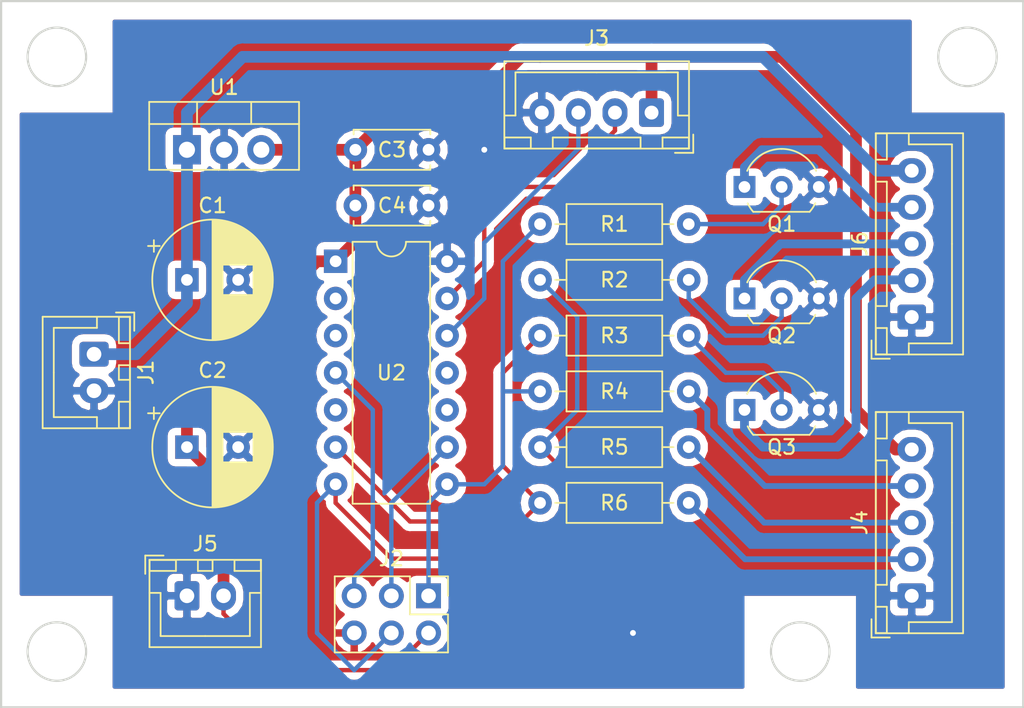
<source format=kicad_pcb>
(kicad_pcb (version 20171130) (host pcbnew "(5.0.2)-1")

  (general
    (thickness 1.6)
    (drawings 10)
    (tracks 123)
    (zones 0)
    (modules 21)
    (nets 25)
  )

  (page A4)
  (layers
    (0 F.Cu signal)
    (31 B.Cu signal hide)
    (32 B.Adhes user hide)
    (33 F.Adhes user hide)
    (34 B.Paste user hide)
    (35 F.Paste user)
    (36 B.SilkS user hide)
    (37 F.SilkS user hide)
    (38 B.Mask user hide)
    (39 F.Mask user)
    (40 Dwgs.User user hide)
    (41 Cmts.User user hide)
    (42 Eco1.User user hide)
    (43 Eco2.User user hide)
    (44 Edge.Cuts user)
    (45 Margin user hide)
    (46 B.CrtYd user hide)
    (47 F.CrtYd user)
    (48 B.Fab user hide)
    (49 F.Fab user)
  )

  (setup
    (last_trace_width 0.4)
    (user_trace_width 0.2)
    (user_trace_width 0.3)
    (user_trace_width 0.4)
    (user_trace_width 0.6)
    (user_trace_width 0.8)
    (trace_clearance 0.3)
    (zone_clearance 0.508)
    (zone_45_only no)
    (trace_min 0.2)
    (segment_width 0.2)
    (edge_width 0.15)
    (via_size 0.8)
    (via_drill 0.4)
    (via_min_size 0.5)
    (via_min_drill 0.2)
    (user_via 0.6 0.3)
    (uvia_size 0.3)
    (uvia_drill 0.1)
    (uvias_allowed no)
    (uvia_min_size 0.2)
    (uvia_min_drill 0.1)
    (pcb_text_width 0.3)
    (pcb_text_size 1.5 1.5)
    (mod_edge_width 0.15)
    (mod_text_size 1 1)
    (mod_text_width 0.15)
    (pad_size 1.524 1.524)
    (pad_drill 0.762)
    (pad_to_mask_clearance 0.051)
    (solder_mask_min_width 0.25)
    (aux_axis_origin 0 0)
    (visible_elements 7FFFFFFF)
    (pcbplotparams
      (layerselection 0x210c0_ffffffff)
      (usegerberextensions false)
      (usegerberattributes false)
      (usegerberadvancedattributes false)
      (creategerberjobfile false)
      (excludeedgelayer true)
      (linewidth 0.100000)
      (plotframeref false)
      (viasonmask false)
      (mode 1)
      (useauxorigin false)
      (hpglpennumber 1)
      (hpglpenspeed 20)
      (hpglpendiameter 15.000000)
      (psnegative false)
      (psa4output false)
      (plotreference true)
      (plotvalue true)
      (plotinvisibletext false)
      (padsonsilk false)
      (subtractmaskfromsilk false)
      (outputformat 1)
      (mirror false)
      (drillshape 0)
      (scaleselection 1)
      (outputdirectory "gerberexport/"))
  )

  (net 0 "")
  (net 1 "Net-(J4-Pad2)")
  (net 2 "Net-(J2-Pad1)")
  (net 3 "Net-(R3-Pad2)")
  (net 4 "Net-(Q3-Pad2)")
  (net 5 "Net-(Q2-Pad2)")
  (net 6 "Net-(J2-Pad4)")
  (net 7 "Net-(Q1-Pad2)")
  (net 8 "Net-(J4-Pad4)")
  (net 9 "Net-(J4-Pad3)")
  (net 10 GND)
  (net 11 "Net-(J6-Pad4)")
  (net 12 "Net-(J6-Pad2)")
  (net 13 "Net-(J6-Pad3)")
  (net 14 +12V)
  (net 15 +5V)
  (net 16 "Net-(U2-Pad2)")
  (net 17 "Net-(J2-Pad3)")
  (net 18 "Net-(U2-Pad3)")
  (net 19 "Net-(U2-Pad10)")
  (net 20 "Net-(J2-Pad5)")
  (net 21 "Net-(U2-Pad11)")
  (net 22 "Net-(U2-Pad5)")
  (net 23 "Net-(J3-Pad2)")
  (net 24 "Net-(J3-Pad3)")

  (net_class Default "Dies ist die voreingestellte Netzklasse."
    (clearance 0.3)
    (trace_width 0.4)
    (via_dia 0.8)
    (via_drill 0.4)
    (uvia_dia 0.3)
    (uvia_drill 0.1)
    (add_net +12V)
    (add_net +5V)
    (add_net GND)
    (add_net "Net-(J2-Pad1)")
    (add_net "Net-(J2-Pad3)")
    (add_net "Net-(J2-Pad4)")
    (add_net "Net-(J2-Pad5)")
    (add_net "Net-(J3-Pad2)")
    (add_net "Net-(J3-Pad3)")
    (add_net "Net-(J4-Pad2)")
    (add_net "Net-(J4-Pad3)")
    (add_net "Net-(J4-Pad4)")
    (add_net "Net-(J6-Pad2)")
    (add_net "Net-(J6-Pad3)")
    (add_net "Net-(J6-Pad4)")
    (add_net "Net-(Q1-Pad2)")
    (add_net "Net-(Q2-Pad2)")
    (add_net "Net-(Q3-Pad2)")
    (add_net "Net-(R3-Pad2)")
    (add_net "Net-(U2-Pad10)")
    (add_net "Net-(U2-Pad11)")
    (add_net "Net-(U2-Pad2)")
    (add_net "Net-(U2-Pad3)")
    (add_net "Net-(U2-Pad5)")
  )

  (module Capacitor_THT:CP_Radial_D8.0mm_P3.50mm (layer F.Cu) (tedit 5AE50EF0) (tstamp 5C668E11)
    (at 162.56 111.76)
    (descr "CP, Radial series, Radial, pin pitch=3.50mm, , diameter=8mm, Electrolytic Capacitor")
    (tags "CP Radial series Radial pin pitch 3.50mm  diameter 8mm Electrolytic Capacitor")
    (path /5C587FCC)
    (fp_text reference C2 (at 1.75 -5.25) (layer F.SilkS)
      (effects (font (size 1 1) (thickness 0.15)))
    )
    (fp_text value 100µ (at 3.175 5.08) (layer F.Fab)
      (effects (font (size 1 1) (thickness 0.15)))
    )
    (fp_circle (center 1.75 0) (end 5.75 0) (layer F.Fab) (width 0.1))
    (fp_circle (center 1.75 0) (end 5.87 0) (layer F.SilkS) (width 0.12))
    (fp_circle (center 1.75 0) (end 6 0) (layer F.CrtYd) (width 0.05))
    (fp_line (start -1.676759 -1.7475) (end -0.876759 -1.7475) (layer F.Fab) (width 0.1))
    (fp_line (start -1.276759 -2.1475) (end -1.276759 -1.3475) (layer F.Fab) (width 0.1))
    (fp_line (start 1.75 -4.08) (end 1.75 4.08) (layer F.SilkS) (width 0.12))
    (fp_line (start 1.79 -4.08) (end 1.79 4.08) (layer F.SilkS) (width 0.12))
    (fp_line (start 1.83 -4.08) (end 1.83 4.08) (layer F.SilkS) (width 0.12))
    (fp_line (start 1.87 -4.079) (end 1.87 4.079) (layer F.SilkS) (width 0.12))
    (fp_line (start 1.91 -4.077) (end 1.91 4.077) (layer F.SilkS) (width 0.12))
    (fp_line (start 1.95 -4.076) (end 1.95 4.076) (layer F.SilkS) (width 0.12))
    (fp_line (start 1.99 -4.074) (end 1.99 4.074) (layer F.SilkS) (width 0.12))
    (fp_line (start 2.03 -4.071) (end 2.03 4.071) (layer F.SilkS) (width 0.12))
    (fp_line (start 2.07 -4.068) (end 2.07 4.068) (layer F.SilkS) (width 0.12))
    (fp_line (start 2.11 -4.065) (end 2.11 4.065) (layer F.SilkS) (width 0.12))
    (fp_line (start 2.15 -4.061) (end 2.15 4.061) (layer F.SilkS) (width 0.12))
    (fp_line (start 2.19 -4.057) (end 2.19 4.057) (layer F.SilkS) (width 0.12))
    (fp_line (start 2.23 -4.052) (end 2.23 4.052) (layer F.SilkS) (width 0.12))
    (fp_line (start 2.27 -4.048) (end 2.27 4.048) (layer F.SilkS) (width 0.12))
    (fp_line (start 2.31 -4.042) (end 2.31 4.042) (layer F.SilkS) (width 0.12))
    (fp_line (start 2.35 -4.037) (end 2.35 4.037) (layer F.SilkS) (width 0.12))
    (fp_line (start 2.39 -4.03) (end 2.39 4.03) (layer F.SilkS) (width 0.12))
    (fp_line (start 2.43 -4.024) (end 2.43 4.024) (layer F.SilkS) (width 0.12))
    (fp_line (start 2.471 -4.017) (end 2.471 -1.04) (layer F.SilkS) (width 0.12))
    (fp_line (start 2.471 1.04) (end 2.471 4.017) (layer F.SilkS) (width 0.12))
    (fp_line (start 2.511 -4.01) (end 2.511 -1.04) (layer F.SilkS) (width 0.12))
    (fp_line (start 2.511 1.04) (end 2.511 4.01) (layer F.SilkS) (width 0.12))
    (fp_line (start 2.551 -4.002) (end 2.551 -1.04) (layer F.SilkS) (width 0.12))
    (fp_line (start 2.551 1.04) (end 2.551 4.002) (layer F.SilkS) (width 0.12))
    (fp_line (start 2.591 -3.994) (end 2.591 -1.04) (layer F.SilkS) (width 0.12))
    (fp_line (start 2.591 1.04) (end 2.591 3.994) (layer F.SilkS) (width 0.12))
    (fp_line (start 2.631 -3.985) (end 2.631 -1.04) (layer F.SilkS) (width 0.12))
    (fp_line (start 2.631 1.04) (end 2.631 3.985) (layer F.SilkS) (width 0.12))
    (fp_line (start 2.671 -3.976) (end 2.671 -1.04) (layer F.SilkS) (width 0.12))
    (fp_line (start 2.671 1.04) (end 2.671 3.976) (layer F.SilkS) (width 0.12))
    (fp_line (start 2.711 -3.967) (end 2.711 -1.04) (layer F.SilkS) (width 0.12))
    (fp_line (start 2.711 1.04) (end 2.711 3.967) (layer F.SilkS) (width 0.12))
    (fp_line (start 2.751 -3.957) (end 2.751 -1.04) (layer F.SilkS) (width 0.12))
    (fp_line (start 2.751 1.04) (end 2.751 3.957) (layer F.SilkS) (width 0.12))
    (fp_line (start 2.791 -3.947) (end 2.791 -1.04) (layer F.SilkS) (width 0.12))
    (fp_line (start 2.791 1.04) (end 2.791 3.947) (layer F.SilkS) (width 0.12))
    (fp_line (start 2.831 -3.936) (end 2.831 -1.04) (layer F.SilkS) (width 0.12))
    (fp_line (start 2.831 1.04) (end 2.831 3.936) (layer F.SilkS) (width 0.12))
    (fp_line (start 2.871 -3.925) (end 2.871 -1.04) (layer F.SilkS) (width 0.12))
    (fp_line (start 2.871 1.04) (end 2.871 3.925) (layer F.SilkS) (width 0.12))
    (fp_line (start 2.911 -3.914) (end 2.911 -1.04) (layer F.SilkS) (width 0.12))
    (fp_line (start 2.911 1.04) (end 2.911 3.914) (layer F.SilkS) (width 0.12))
    (fp_line (start 2.951 -3.902) (end 2.951 -1.04) (layer F.SilkS) (width 0.12))
    (fp_line (start 2.951 1.04) (end 2.951 3.902) (layer F.SilkS) (width 0.12))
    (fp_line (start 2.991 -3.889) (end 2.991 -1.04) (layer F.SilkS) (width 0.12))
    (fp_line (start 2.991 1.04) (end 2.991 3.889) (layer F.SilkS) (width 0.12))
    (fp_line (start 3.031 -3.877) (end 3.031 -1.04) (layer F.SilkS) (width 0.12))
    (fp_line (start 3.031 1.04) (end 3.031 3.877) (layer F.SilkS) (width 0.12))
    (fp_line (start 3.071 -3.863) (end 3.071 -1.04) (layer F.SilkS) (width 0.12))
    (fp_line (start 3.071 1.04) (end 3.071 3.863) (layer F.SilkS) (width 0.12))
    (fp_line (start 3.111 -3.85) (end 3.111 -1.04) (layer F.SilkS) (width 0.12))
    (fp_line (start 3.111 1.04) (end 3.111 3.85) (layer F.SilkS) (width 0.12))
    (fp_line (start 3.151 -3.835) (end 3.151 -1.04) (layer F.SilkS) (width 0.12))
    (fp_line (start 3.151 1.04) (end 3.151 3.835) (layer F.SilkS) (width 0.12))
    (fp_line (start 3.191 -3.821) (end 3.191 -1.04) (layer F.SilkS) (width 0.12))
    (fp_line (start 3.191 1.04) (end 3.191 3.821) (layer F.SilkS) (width 0.12))
    (fp_line (start 3.231 -3.805) (end 3.231 -1.04) (layer F.SilkS) (width 0.12))
    (fp_line (start 3.231 1.04) (end 3.231 3.805) (layer F.SilkS) (width 0.12))
    (fp_line (start 3.271 -3.79) (end 3.271 -1.04) (layer F.SilkS) (width 0.12))
    (fp_line (start 3.271 1.04) (end 3.271 3.79) (layer F.SilkS) (width 0.12))
    (fp_line (start 3.311 -3.774) (end 3.311 -1.04) (layer F.SilkS) (width 0.12))
    (fp_line (start 3.311 1.04) (end 3.311 3.774) (layer F.SilkS) (width 0.12))
    (fp_line (start 3.351 -3.757) (end 3.351 -1.04) (layer F.SilkS) (width 0.12))
    (fp_line (start 3.351 1.04) (end 3.351 3.757) (layer F.SilkS) (width 0.12))
    (fp_line (start 3.391 -3.74) (end 3.391 -1.04) (layer F.SilkS) (width 0.12))
    (fp_line (start 3.391 1.04) (end 3.391 3.74) (layer F.SilkS) (width 0.12))
    (fp_line (start 3.431 -3.722) (end 3.431 -1.04) (layer F.SilkS) (width 0.12))
    (fp_line (start 3.431 1.04) (end 3.431 3.722) (layer F.SilkS) (width 0.12))
    (fp_line (start 3.471 -3.704) (end 3.471 -1.04) (layer F.SilkS) (width 0.12))
    (fp_line (start 3.471 1.04) (end 3.471 3.704) (layer F.SilkS) (width 0.12))
    (fp_line (start 3.511 -3.686) (end 3.511 -1.04) (layer F.SilkS) (width 0.12))
    (fp_line (start 3.511 1.04) (end 3.511 3.686) (layer F.SilkS) (width 0.12))
    (fp_line (start 3.551 -3.666) (end 3.551 -1.04) (layer F.SilkS) (width 0.12))
    (fp_line (start 3.551 1.04) (end 3.551 3.666) (layer F.SilkS) (width 0.12))
    (fp_line (start 3.591 -3.647) (end 3.591 -1.04) (layer F.SilkS) (width 0.12))
    (fp_line (start 3.591 1.04) (end 3.591 3.647) (layer F.SilkS) (width 0.12))
    (fp_line (start 3.631 -3.627) (end 3.631 -1.04) (layer F.SilkS) (width 0.12))
    (fp_line (start 3.631 1.04) (end 3.631 3.627) (layer F.SilkS) (width 0.12))
    (fp_line (start 3.671 -3.606) (end 3.671 -1.04) (layer F.SilkS) (width 0.12))
    (fp_line (start 3.671 1.04) (end 3.671 3.606) (layer F.SilkS) (width 0.12))
    (fp_line (start 3.711 -3.584) (end 3.711 -1.04) (layer F.SilkS) (width 0.12))
    (fp_line (start 3.711 1.04) (end 3.711 3.584) (layer F.SilkS) (width 0.12))
    (fp_line (start 3.751 -3.562) (end 3.751 -1.04) (layer F.SilkS) (width 0.12))
    (fp_line (start 3.751 1.04) (end 3.751 3.562) (layer F.SilkS) (width 0.12))
    (fp_line (start 3.791 -3.54) (end 3.791 -1.04) (layer F.SilkS) (width 0.12))
    (fp_line (start 3.791 1.04) (end 3.791 3.54) (layer F.SilkS) (width 0.12))
    (fp_line (start 3.831 -3.517) (end 3.831 -1.04) (layer F.SilkS) (width 0.12))
    (fp_line (start 3.831 1.04) (end 3.831 3.517) (layer F.SilkS) (width 0.12))
    (fp_line (start 3.871 -3.493) (end 3.871 -1.04) (layer F.SilkS) (width 0.12))
    (fp_line (start 3.871 1.04) (end 3.871 3.493) (layer F.SilkS) (width 0.12))
    (fp_line (start 3.911 -3.469) (end 3.911 -1.04) (layer F.SilkS) (width 0.12))
    (fp_line (start 3.911 1.04) (end 3.911 3.469) (layer F.SilkS) (width 0.12))
    (fp_line (start 3.951 -3.444) (end 3.951 -1.04) (layer F.SilkS) (width 0.12))
    (fp_line (start 3.951 1.04) (end 3.951 3.444) (layer F.SilkS) (width 0.12))
    (fp_line (start 3.991 -3.418) (end 3.991 -1.04) (layer F.SilkS) (width 0.12))
    (fp_line (start 3.991 1.04) (end 3.991 3.418) (layer F.SilkS) (width 0.12))
    (fp_line (start 4.031 -3.392) (end 4.031 -1.04) (layer F.SilkS) (width 0.12))
    (fp_line (start 4.031 1.04) (end 4.031 3.392) (layer F.SilkS) (width 0.12))
    (fp_line (start 4.071 -3.365) (end 4.071 -1.04) (layer F.SilkS) (width 0.12))
    (fp_line (start 4.071 1.04) (end 4.071 3.365) (layer F.SilkS) (width 0.12))
    (fp_line (start 4.111 -3.338) (end 4.111 -1.04) (layer F.SilkS) (width 0.12))
    (fp_line (start 4.111 1.04) (end 4.111 3.338) (layer F.SilkS) (width 0.12))
    (fp_line (start 4.151 -3.309) (end 4.151 -1.04) (layer F.SilkS) (width 0.12))
    (fp_line (start 4.151 1.04) (end 4.151 3.309) (layer F.SilkS) (width 0.12))
    (fp_line (start 4.191 -3.28) (end 4.191 -1.04) (layer F.SilkS) (width 0.12))
    (fp_line (start 4.191 1.04) (end 4.191 3.28) (layer F.SilkS) (width 0.12))
    (fp_line (start 4.231 -3.25) (end 4.231 -1.04) (layer F.SilkS) (width 0.12))
    (fp_line (start 4.231 1.04) (end 4.231 3.25) (layer F.SilkS) (width 0.12))
    (fp_line (start 4.271 -3.22) (end 4.271 -1.04) (layer F.SilkS) (width 0.12))
    (fp_line (start 4.271 1.04) (end 4.271 3.22) (layer F.SilkS) (width 0.12))
    (fp_line (start 4.311 -3.189) (end 4.311 -1.04) (layer F.SilkS) (width 0.12))
    (fp_line (start 4.311 1.04) (end 4.311 3.189) (layer F.SilkS) (width 0.12))
    (fp_line (start 4.351 -3.156) (end 4.351 -1.04) (layer F.SilkS) (width 0.12))
    (fp_line (start 4.351 1.04) (end 4.351 3.156) (layer F.SilkS) (width 0.12))
    (fp_line (start 4.391 -3.124) (end 4.391 -1.04) (layer F.SilkS) (width 0.12))
    (fp_line (start 4.391 1.04) (end 4.391 3.124) (layer F.SilkS) (width 0.12))
    (fp_line (start 4.431 -3.09) (end 4.431 -1.04) (layer F.SilkS) (width 0.12))
    (fp_line (start 4.431 1.04) (end 4.431 3.09) (layer F.SilkS) (width 0.12))
    (fp_line (start 4.471 -3.055) (end 4.471 -1.04) (layer F.SilkS) (width 0.12))
    (fp_line (start 4.471 1.04) (end 4.471 3.055) (layer F.SilkS) (width 0.12))
    (fp_line (start 4.511 -3.019) (end 4.511 -1.04) (layer F.SilkS) (width 0.12))
    (fp_line (start 4.511 1.04) (end 4.511 3.019) (layer F.SilkS) (width 0.12))
    (fp_line (start 4.551 -2.983) (end 4.551 2.983) (layer F.SilkS) (width 0.12))
    (fp_line (start 4.591 -2.945) (end 4.591 2.945) (layer F.SilkS) (width 0.12))
    (fp_line (start 4.631 -2.907) (end 4.631 2.907) (layer F.SilkS) (width 0.12))
    (fp_line (start 4.671 -2.867) (end 4.671 2.867) (layer F.SilkS) (width 0.12))
    (fp_line (start 4.711 -2.826) (end 4.711 2.826) (layer F.SilkS) (width 0.12))
    (fp_line (start 4.751 -2.784) (end 4.751 2.784) (layer F.SilkS) (width 0.12))
    (fp_line (start 4.791 -2.741) (end 4.791 2.741) (layer F.SilkS) (width 0.12))
    (fp_line (start 4.831 -2.697) (end 4.831 2.697) (layer F.SilkS) (width 0.12))
    (fp_line (start 4.871 -2.651) (end 4.871 2.651) (layer F.SilkS) (width 0.12))
    (fp_line (start 4.911 -2.604) (end 4.911 2.604) (layer F.SilkS) (width 0.12))
    (fp_line (start 4.951 -2.556) (end 4.951 2.556) (layer F.SilkS) (width 0.12))
    (fp_line (start 4.991 -2.505) (end 4.991 2.505) (layer F.SilkS) (width 0.12))
    (fp_line (start 5.031 -2.454) (end 5.031 2.454) (layer F.SilkS) (width 0.12))
    (fp_line (start 5.071 -2.4) (end 5.071 2.4) (layer F.SilkS) (width 0.12))
    (fp_line (start 5.111 -2.345) (end 5.111 2.345) (layer F.SilkS) (width 0.12))
    (fp_line (start 5.151 -2.287) (end 5.151 2.287) (layer F.SilkS) (width 0.12))
    (fp_line (start 5.191 -2.228) (end 5.191 2.228) (layer F.SilkS) (width 0.12))
    (fp_line (start 5.231 -2.166) (end 5.231 2.166) (layer F.SilkS) (width 0.12))
    (fp_line (start 5.271 -2.102) (end 5.271 2.102) (layer F.SilkS) (width 0.12))
    (fp_line (start 5.311 -2.034) (end 5.311 2.034) (layer F.SilkS) (width 0.12))
    (fp_line (start 5.351 -1.964) (end 5.351 1.964) (layer F.SilkS) (width 0.12))
    (fp_line (start 5.391 -1.89) (end 5.391 1.89) (layer F.SilkS) (width 0.12))
    (fp_line (start 5.431 -1.813) (end 5.431 1.813) (layer F.SilkS) (width 0.12))
    (fp_line (start 5.471 -1.731) (end 5.471 1.731) (layer F.SilkS) (width 0.12))
    (fp_line (start 5.511 -1.645) (end 5.511 1.645) (layer F.SilkS) (width 0.12))
    (fp_line (start 5.551 -1.552) (end 5.551 1.552) (layer F.SilkS) (width 0.12))
    (fp_line (start 5.591 -1.453) (end 5.591 1.453) (layer F.SilkS) (width 0.12))
    (fp_line (start 5.631 -1.346) (end 5.631 1.346) (layer F.SilkS) (width 0.12))
    (fp_line (start 5.671 -1.229) (end 5.671 1.229) (layer F.SilkS) (width 0.12))
    (fp_line (start 5.711 -1.098) (end 5.711 1.098) (layer F.SilkS) (width 0.12))
    (fp_line (start 5.751 -0.948) (end 5.751 0.948) (layer F.SilkS) (width 0.12))
    (fp_line (start 5.791 -0.768) (end 5.791 0.768) (layer F.SilkS) (width 0.12))
    (fp_line (start 5.831 -0.533) (end 5.831 0.533) (layer F.SilkS) (width 0.12))
    (fp_line (start -2.659698 -2.315) (end -1.859698 -2.315) (layer F.SilkS) (width 0.12))
    (fp_line (start -2.259698 -2.715) (end -2.259698 -1.915) (layer F.SilkS) (width 0.12))
    (fp_text user %R (at -0.635 5.08) (layer F.Fab)
      (effects (font (size 1 1) (thickness 0.15)))
    )
    (pad 1 thru_hole rect (at 0 0) (size 1.6 1.6) (drill 0.8) (layers *.Cu *.Mask)
      (net 15 +5V))
    (pad 2 thru_hole circle (at 3.5 0) (size 1.6 1.6) (drill 0.8) (layers *.Cu *.Mask)
      (net 10 GND))
    (model ${KISYS3DMOD}/Capacitor_THT.3dshapes/CP_Radial_D8.0mm_P3.50mm.wrl
      (at (xyz 0 0 0))
      (scale (xyz 1 1 1))
      (rotate (xyz 0 0 0))
    )
  )

  (module Capacitor_THT:CP_Radial_D8.0mm_P3.50mm (layer F.Cu) (tedit 5AE50EF0) (tstamp 5C667185)
    (at 162.56 100.33)
    (descr "CP, Radial series, Radial, pin pitch=3.50mm, , diameter=8mm, Electrolytic Capacitor")
    (tags "CP Radial series Radial pin pitch 3.50mm  diameter 8mm Electrolytic Capacitor")
    (path /5C587F2A)
    (fp_text reference C1 (at 1.75 -5.08) (layer F.SilkS)
      (effects (font (size 1 1) (thickness 0.15)))
    )
    (fp_text value 100µ (at 3.175 5.08) (layer F.Fab)
      (effects (font (size 1 1) (thickness 0.15)))
    )
    (fp_text user %R (at -0.635 5.08) (layer F.Fab)
      (effects (font (size 1 1) (thickness 0.15)))
    )
    (fp_line (start -2.259698 -2.715) (end -2.259698 -1.915) (layer F.SilkS) (width 0.12))
    (fp_line (start -2.659698 -2.315) (end -1.859698 -2.315) (layer F.SilkS) (width 0.12))
    (fp_line (start 5.831 -0.533) (end 5.831 0.533) (layer F.SilkS) (width 0.12))
    (fp_line (start 5.791 -0.768) (end 5.791 0.768) (layer F.SilkS) (width 0.12))
    (fp_line (start 5.751 -0.948) (end 5.751 0.948) (layer F.SilkS) (width 0.12))
    (fp_line (start 5.711 -1.098) (end 5.711 1.098) (layer F.SilkS) (width 0.12))
    (fp_line (start 5.671 -1.229) (end 5.671 1.229) (layer F.SilkS) (width 0.12))
    (fp_line (start 5.631 -1.346) (end 5.631 1.346) (layer F.SilkS) (width 0.12))
    (fp_line (start 5.591 -1.453) (end 5.591 1.453) (layer F.SilkS) (width 0.12))
    (fp_line (start 5.551 -1.552) (end 5.551 1.552) (layer F.SilkS) (width 0.12))
    (fp_line (start 5.511 -1.645) (end 5.511 1.645) (layer F.SilkS) (width 0.12))
    (fp_line (start 5.471 -1.731) (end 5.471 1.731) (layer F.SilkS) (width 0.12))
    (fp_line (start 5.431 -1.813) (end 5.431 1.813) (layer F.SilkS) (width 0.12))
    (fp_line (start 5.391 -1.89) (end 5.391 1.89) (layer F.SilkS) (width 0.12))
    (fp_line (start 5.351 -1.964) (end 5.351 1.964) (layer F.SilkS) (width 0.12))
    (fp_line (start 5.311 -2.034) (end 5.311 2.034) (layer F.SilkS) (width 0.12))
    (fp_line (start 5.271 -2.102) (end 5.271 2.102) (layer F.SilkS) (width 0.12))
    (fp_line (start 5.231 -2.166) (end 5.231 2.166) (layer F.SilkS) (width 0.12))
    (fp_line (start 5.191 -2.228) (end 5.191 2.228) (layer F.SilkS) (width 0.12))
    (fp_line (start 5.151 -2.287) (end 5.151 2.287) (layer F.SilkS) (width 0.12))
    (fp_line (start 5.111 -2.345) (end 5.111 2.345) (layer F.SilkS) (width 0.12))
    (fp_line (start 5.071 -2.4) (end 5.071 2.4) (layer F.SilkS) (width 0.12))
    (fp_line (start 5.031 -2.454) (end 5.031 2.454) (layer F.SilkS) (width 0.12))
    (fp_line (start 4.991 -2.505) (end 4.991 2.505) (layer F.SilkS) (width 0.12))
    (fp_line (start 4.951 -2.556) (end 4.951 2.556) (layer F.SilkS) (width 0.12))
    (fp_line (start 4.911 -2.604) (end 4.911 2.604) (layer F.SilkS) (width 0.12))
    (fp_line (start 4.871 -2.651) (end 4.871 2.651) (layer F.SilkS) (width 0.12))
    (fp_line (start 4.831 -2.697) (end 4.831 2.697) (layer F.SilkS) (width 0.12))
    (fp_line (start 4.791 -2.741) (end 4.791 2.741) (layer F.SilkS) (width 0.12))
    (fp_line (start 4.751 -2.784) (end 4.751 2.784) (layer F.SilkS) (width 0.12))
    (fp_line (start 4.711 -2.826) (end 4.711 2.826) (layer F.SilkS) (width 0.12))
    (fp_line (start 4.671 -2.867) (end 4.671 2.867) (layer F.SilkS) (width 0.12))
    (fp_line (start 4.631 -2.907) (end 4.631 2.907) (layer F.SilkS) (width 0.12))
    (fp_line (start 4.591 -2.945) (end 4.591 2.945) (layer F.SilkS) (width 0.12))
    (fp_line (start 4.551 -2.983) (end 4.551 2.983) (layer F.SilkS) (width 0.12))
    (fp_line (start 4.511 1.04) (end 4.511 3.019) (layer F.SilkS) (width 0.12))
    (fp_line (start 4.511 -3.019) (end 4.511 -1.04) (layer F.SilkS) (width 0.12))
    (fp_line (start 4.471 1.04) (end 4.471 3.055) (layer F.SilkS) (width 0.12))
    (fp_line (start 4.471 -3.055) (end 4.471 -1.04) (layer F.SilkS) (width 0.12))
    (fp_line (start 4.431 1.04) (end 4.431 3.09) (layer F.SilkS) (width 0.12))
    (fp_line (start 4.431 -3.09) (end 4.431 -1.04) (layer F.SilkS) (width 0.12))
    (fp_line (start 4.391 1.04) (end 4.391 3.124) (layer F.SilkS) (width 0.12))
    (fp_line (start 4.391 -3.124) (end 4.391 -1.04) (layer F.SilkS) (width 0.12))
    (fp_line (start 4.351 1.04) (end 4.351 3.156) (layer F.SilkS) (width 0.12))
    (fp_line (start 4.351 -3.156) (end 4.351 -1.04) (layer F.SilkS) (width 0.12))
    (fp_line (start 4.311 1.04) (end 4.311 3.189) (layer F.SilkS) (width 0.12))
    (fp_line (start 4.311 -3.189) (end 4.311 -1.04) (layer F.SilkS) (width 0.12))
    (fp_line (start 4.271 1.04) (end 4.271 3.22) (layer F.SilkS) (width 0.12))
    (fp_line (start 4.271 -3.22) (end 4.271 -1.04) (layer F.SilkS) (width 0.12))
    (fp_line (start 4.231 1.04) (end 4.231 3.25) (layer F.SilkS) (width 0.12))
    (fp_line (start 4.231 -3.25) (end 4.231 -1.04) (layer F.SilkS) (width 0.12))
    (fp_line (start 4.191 1.04) (end 4.191 3.28) (layer F.SilkS) (width 0.12))
    (fp_line (start 4.191 -3.28) (end 4.191 -1.04) (layer F.SilkS) (width 0.12))
    (fp_line (start 4.151 1.04) (end 4.151 3.309) (layer F.SilkS) (width 0.12))
    (fp_line (start 4.151 -3.309) (end 4.151 -1.04) (layer F.SilkS) (width 0.12))
    (fp_line (start 4.111 1.04) (end 4.111 3.338) (layer F.SilkS) (width 0.12))
    (fp_line (start 4.111 -3.338) (end 4.111 -1.04) (layer F.SilkS) (width 0.12))
    (fp_line (start 4.071 1.04) (end 4.071 3.365) (layer F.SilkS) (width 0.12))
    (fp_line (start 4.071 -3.365) (end 4.071 -1.04) (layer F.SilkS) (width 0.12))
    (fp_line (start 4.031 1.04) (end 4.031 3.392) (layer F.SilkS) (width 0.12))
    (fp_line (start 4.031 -3.392) (end 4.031 -1.04) (layer F.SilkS) (width 0.12))
    (fp_line (start 3.991 1.04) (end 3.991 3.418) (layer F.SilkS) (width 0.12))
    (fp_line (start 3.991 -3.418) (end 3.991 -1.04) (layer F.SilkS) (width 0.12))
    (fp_line (start 3.951 1.04) (end 3.951 3.444) (layer F.SilkS) (width 0.12))
    (fp_line (start 3.951 -3.444) (end 3.951 -1.04) (layer F.SilkS) (width 0.12))
    (fp_line (start 3.911 1.04) (end 3.911 3.469) (layer F.SilkS) (width 0.12))
    (fp_line (start 3.911 -3.469) (end 3.911 -1.04) (layer F.SilkS) (width 0.12))
    (fp_line (start 3.871 1.04) (end 3.871 3.493) (layer F.SilkS) (width 0.12))
    (fp_line (start 3.871 -3.493) (end 3.871 -1.04) (layer F.SilkS) (width 0.12))
    (fp_line (start 3.831 1.04) (end 3.831 3.517) (layer F.SilkS) (width 0.12))
    (fp_line (start 3.831 -3.517) (end 3.831 -1.04) (layer F.SilkS) (width 0.12))
    (fp_line (start 3.791 1.04) (end 3.791 3.54) (layer F.SilkS) (width 0.12))
    (fp_line (start 3.791 -3.54) (end 3.791 -1.04) (layer F.SilkS) (width 0.12))
    (fp_line (start 3.751 1.04) (end 3.751 3.562) (layer F.SilkS) (width 0.12))
    (fp_line (start 3.751 -3.562) (end 3.751 -1.04) (layer F.SilkS) (width 0.12))
    (fp_line (start 3.711 1.04) (end 3.711 3.584) (layer F.SilkS) (width 0.12))
    (fp_line (start 3.711 -3.584) (end 3.711 -1.04) (layer F.SilkS) (width 0.12))
    (fp_line (start 3.671 1.04) (end 3.671 3.606) (layer F.SilkS) (width 0.12))
    (fp_line (start 3.671 -3.606) (end 3.671 -1.04) (layer F.SilkS) (width 0.12))
    (fp_line (start 3.631 1.04) (end 3.631 3.627) (layer F.SilkS) (width 0.12))
    (fp_line (start 3.631 -3.627) (end 3.631 -1.04) (layer F.SilkS) (width 0.12))
    (fp_line (start 3.591 1.04) (end 3.591 3.647) (layer F.SilkS) (width 0.12))
    (fp_line (start 3.591 -3.647) (end 3.591 -1.04) (layer F.SilkS) (width 0.12))
    (fp_line (start 3.551 1.04) (end 3.551 3.666) (layer F.SilkS) (width 0.12))
    (fp_line (start 3.551 -3.666) (end 3.551 -1.04) (layer F.SilkS) (width 0.12))
    (fp_line (start 3.511 1.04) (end 3.511 3.686) (layer F.SilkS) (width 0.12))
    (fp_line (start 3.511 -3.686) (end 3.511 -1.04) (layer F.SilkS) (width 0.12))
    (fp_line (start 3.471 1.04) (end 3.471 3.704) (layer F.SilkS) (width 0.12))
    (fp_line (start 3.471 -3.704) (end 3.471 -1.04) (layer F.SilkS) (width 0.12))
    (fp_line (start 3.431 1.04) (end 3.431 3.722) (layer F.SilkS) (width 0.12))
    (fp_line (start 3.431 -3.722) (end 3.431 -1.04) (layer F.SilkS) (width 0.12))
    (fp_line (start 3.391 1.04) (end 3.391 3.74) (layer F.SilkS) (width 0.12))
    (fp_line (start 3.391 -3.74) (end 3.391 -1.04) (layer F.SilkS) (width 0.12))
    (fp_line (start 3.351 1.04) (end 3.351 3.757) (layer F.SilkS) (width 0.12))
    (fp_line (start 3.351 -3.757) (end 3.351 -1.04) (layer F.SilkS) (width 0.12))
    (fp_line (start 3.311 1.04) (end 3.311 3.774) (layer F.SilkS) (width 0.12))
    (fp_line (start 3.311 -3.774) (end 3.311 -1.04) (layer F.SilkS) (width 0.12))
    (fp_line (start 3.271 1.04) (end 3.271 3.79) (layer F.SilkS) (width 0.12))
    (fp_line (start 3.271 -3.79) (end 3.271 -1.04) (layer F.SilkS) (width 0.12))
    (fp_line (start 3.231 1.04) (end 3.231 3.805) (layer F.SilkS) (width 0.12))
    (fp_line (start 3.231 -3.805) (end 3.231 -1.04) (layer F.SilkS) (width 0.12))
    (fp_line (start 3.191 1.04) (end 3.191 3.821) (layer F.SilkS) (width 0.12))
    (fp_line (start 3.191 -3.821) (end 3.191 -1.04) (layer F.SilkS) (width 0.12))
    (fp_line (start 3.151 1.04) (end 3.151 3.835) (layer F.SilkS) (width 0.12))
    (fp_line (start 3.151 -3.835) (end 3.151 -1.04) (layer F.SilkS) (width 0.12))
    (fp_line (start 3.111 1.04) (end 3.111 3.85) (layer F.SilkS) (width 0.12))
    (fp_line (start 3.111 -3.85) (end 3.111 -1.04) (layer F.SilkS) (width 0.12))
    (fp_line (start 3.071 1.04) (end 3.071 3.863) (layer F.SilkS) (width 0.12))
    (fp_line (start 3.071 -3.863) (end 3.071 -1.04) (layer F.SilkS) (width 0.12))
    (fp_line (start 3.031 1.04) (end 3.031 3.877) (layer F.SilkS) (width 0.12))
    (fp_line (start 3.031 -3.877) (end 3.031 -1.04) (layer F.SilkS) (width 0.12))
    (fp_line (start 2.991 1.04) (end 2.991 3.889) (layer F.SilkS) (width 0.12))
    (fp_line (start 2.991 -3.889) (end 2.991 -1.04) (layer F.SilkS) (width 0.12))
    (fp_line (start 2.951 1.04) (end 2.951 3.902) (layer F.SilkS) (width 0.12))
    (fp_line (start 2.951 -3.902) (end 2.951 -1.04) (layer F.SilkS) (width 0.12))
    (fp_line (start 2.911 1.04) (end 2.911 3.914) (layer F.SilkS) (width 0.12))
    (fp_line (start 2.911 -3.914) (end 2.911 -1.04) (layer F.SilkS) (width 0.12))
    (fp_line (start 2.871 1.04) (end 2.871 3.925) (layer F.SilkS) (width 0.12))
    (fp_line (start 2.871 -3.925) (end 2.871 -1.04) (layer F.SilkS) (width 0.12))
    (fp_line (start 2.831 1.04) (end 2.831 3.936) (layer F.SilkS) (width 0.12))
    (fp_line (start 2.831 -3.936) (end 2.831 -1.04) (layer F.SilkS) (width 0.12))
    (fp_line (start 2.791 1.04) (end 2.791 3.947) (layer F.SilkS) (width 0.12))
    (fp_line (start 2.791 -3.947) (end 2.791 -1.04) (layer F.SilkS) (width 0.12))
    (fp_line (start 2.751 1.04) (end 2.751 3.957) (layer F.SilkS) (width 0.12))
    (fp_line (start 2.751 -3.957) (end 2.751 -1.04) (layer F.SilkS) (width 0.12))
    (fp_line (start 2.711 1.04) (end 2.711 3.967) (layer F.SilkS) (width 0.12))
    (fp_line (start 2.711 -3.967) (end 2.711 -1.04) (layer F.SilkS) (width 0.12))
    (fp_line (start 2.671 1.04) (end 2.671 3.976) (layer F.SilkS) (width 0.12))
    (fp_line (start 2.671 -3.976) (end 2.671 -1.04) (layer F.SilkS) (width 0.12))
    (fp_line (start 2.631 1.04) (end 2.631 3.985) (layer F.SilkS) (width 0.12))
    (fp_line (start 2.631 -3.985) (end 2.631 -1.04) (layer F.SilkS) (width 0.12))
    (fp_line (start 2.591 1.04) (end 2.591 3.994) (layer F.SilkS) (width 0.12))
    (fp_line (start 2.591 -3.994) (end 2.591 -1.04) (layer F.SilkS) (width 0.12))
    (fp_line (start 2.551 1.04) (end 2.551 4.002) (layer F.SilkS) (width 0.12))
    (fp_line (start 2.551 -4.002) (end 2.551 -1.04) (layer F.SilkS) (width 0.12))
    (fp_line (start 2.511 1.04) (end 2.511 4.01) (layer F.SilkS) (width 0.12))
    (fp_line (start 2.511 -4.01) (end 2.511 -1.04) (layer F.SilkS) (width 0.12))
    (fp_line (start 2.471 1.04) (end 2.471 4.017) (layer F.SilkS) (width 0.12))
    (fp_line (start 2.471 -4.017) (end 2.471 -1.04) (layer F.SilkS) (width 0.12))
    (fp_line (start 2.43 -4.024) (end 2.43 4.024) (layer F.SilkS) (width 0.12))
    (fp_line (start 2.39 -4.03) (end 2.39 4.03) (layer F.SilkS) (width 0.12))
    (fp_line (start 2.35 -4.037) (end 2.35 4.037) (layer F.SilkS) (width 0.12))
    (fp_line (start 2.31 -4.042) (end 2.31 4.042) (layer F.SilkS) (width 0.12))
    (fp_line (start 2.27 -4.048) (end 2.27 4.048) (layer F.SilkS) (width 0.12))
    (fp_line (start 2.23 -4.052) (end 2.23 4.052) (layer F.SilkS) (width 0.12))
    (fp_line (start 2.19 -4.057) (end 2.19 4.057) (layer F.SilkS) (width 0.12))
    (fp_line (start 2.15 -4.061) (end 2.15 4.061) (layer F.SilkS) (width 0.12))
    (fp_line (start 2.11 -4.065) (end 2.11 4.065) (layer F.SilkS) (width 0.12))
    (fp_line (start 2.07 -4.068) (end 2.07 4.068) (layer F.SilkS) (width 0.12))
    (fp_line (start 2.03 -4.071) (end 2.03 4.071) (layer F.SilkS) (width 0.12))
    (fp_line (start 1.99 -4.074) (end 1.99 4.074) (layer F.SilkS) (width 0.12))
    (fp_line (start 1.95 -4.076) (end 1.95 4.076) (layer F.SilkS) (width 0.12))
    (fp_line (start 1.91 -4.077) (end 1.91 4.077) (layer F.SilkS) (width 0.12))
    (fp_line (start 1.87 -4.079) (end 1.87 4.079) (layer F.SilkS) (width 0.12))
    (fp_line (start 1.83 -4.08) (end 1.83 4.08) (layer F.SilkS) (width 0.12))
    (fp_line (start 1.79 -4.08) (end 1.79 4.08) (layer F.SilkS) (width 0.12))
    (fp_line (start 1.75 -4.08) (end 1.75 4.08) (layer F.SilkS) (width 0.12))
    (fp_line (start -1.276759 -2.1475) (end -1.276759 -1.3475) (layer F.Fab) (width 0.1))
    (fp_line (start -1.676759 -1.7475) (end -0.876759 -1.7475) (layer F.Fab) (width 0.1))
    (fp_circle (center 1.75 0) (end 6 0) (layer F.CrtYd) (width 0.05))
    (fp_circle (center 1.75 0) (end 5.87 0) (layer F.SilkS) (width 0.12))
    (fp_circle (center 1.75 0) (end 5.75 0) (layer F.Fab) (width 0.1))
    (pad 2 thru_hole circle (at 3.5 0) (size 1.6 1.6) (drill 0.8) (layers *.Cu *.Mask)
      (net 10 GND))
    (pad 1 thru_hole rect (at 0 0) (size 1.6 1.6) (drill 0.8) (layers *.Cu *.Mask)
      (net 14 +12V))
    (model ${KISYS3DMOD}/Capacitor_THT.3dshapes/CP_Radial_D8.0mm_P3.50mm.wrl
      (at (xyz 0 0 0))
      (scale (xyz 1 1 1))
      (rotate (xyz 0 0 0))
    )
  )

  (module Capacitor_THT:C_Disc_D5.0mm_W2.5mm_P5.00mm (layer F.Cu) (tedit 5AE50EF0) (tstamp 5C654EAE)
    (at 179.07 91.44 180)
    (descr "C, Disc series, Radial, pin pitch=5.00mm, , diameter*width=5*2.5mm^2, Capacitor, http://cdn-reichelt.de/documents/datenblatt/B300/DS_KERKO_TC.pdf")
    (tags "C Disc series Radial pin pitch 5.00mm  diameter 5mm width 2.5mm Capacitor")
    (path /5C58829A)
    (fp_text reference C3 (at 2.5 0 180) (layer F.SilkS)
      (effects (font (size 1 1) (thickness 0.15)))
    )
    (fp_text value 100n (at -3.175 0 180) (layer F.Fab)
      (effects (font (size 1 1) (thickness 0.15)))
    )
    (fp_text user %R (at 2.54 0 180) (layer F.Fab)
      (effects (font (size 1 1) (thickness 0.15)))
    )
    (fp_line (start 6.05 -1.5) (end -1.05 -1.5) (layer F.CrtYd) (width 0.05))
    (fp_line (start 6.05 1.5) (end 6.05 -1.5) (layer F.CrtYd) (width 0.05))
    (fp_line (start -1.05 1.5) (end 6.05 1.5) (layer F.CrtYd) (width 0.05))
    (fp_line (start -1.05 -1.5) (end -1.05 1.5) (layer F.CrtYd) (width 0.05))
    (fp_line (start 5.12 1.055) (end 5.12 1.37) (layer F.SilkS) (width 0.12))
    (fp_line (start 5.12 -1.37) (end 5.12 -1.055) (layer F.SilkS) (width 0.12))
    (fp_line (start -0.12 1.055) (end -0.12 1.37) (layer F.SilkS) (width 0.12))
    (fp_line (start -0.12 -1.37) (end -0.12 -1.055) (layer F.SilkS) (width 0.12))
    (fp_line (start -0.12 1.37) (end 5.12 1.37) (layer F.SilkS) (width 0.12))
    (fp_line (start -0.12 -1.37) (end 5.12 -1.37) (layer F.SilkS) (width 0.12))
    (fp_line (start 5 -1.25) (end 0 -1.25) (layer F.Fab) (width 0.1))
    (fp_line (start 5 1.25) (end 5 -1.25) (layer F.Fab) (width 0.1))
    (fp_line (start 0 1.25) (end 5 1.25) (layer F.Fab) (width 0.1))
    (fp_line (start 0 -1.25) (end 0 1.25) (layer F.Fab) (width 0.1))
    (pad 2 thru_hole circle (at 5 0 180) (size 1.6 1.6) (drill 0.8) (layers *.Cu *.Mask)
      (net 15 +5V))
    (pad 1 thru_hole circle (at 0 0 180) (size 1.6 1.6) (drill 0.8) (layers *.Cu *.Mask)
      (net 10 GND))
    (model ${KISYS3DMOD}/Capacitor_THT.3dshapes/C_Disc_D5.0mm_W2.5mm_P5.00mm.wrl
      (at (xyz 0 0 0))
      (scale (xyz 1 1 1))
      (rotate (xyz 0 0 0))
    )
  )

  (module Capacitor_THT:C_Disc_D5.0mm_W2.5mm_P5.00mm (layer F.Cu) (tedit 5AE50EF0) (tstamp 5C66AD27)
    (at 179.07 95.25 180)
    (descr "C, Disc series, Radial, pin pitch=5.00mm, , diameter*width=5*2.5mm^2, Capacitor, http://cdn-reichelt.de/documents/datenblatt/B300/DS_KERKO_TC.pdf")
    (tags "C Disc series Radial pin pitch 5.00mm  diameter 5mm width 2.5mm Capacitor")
    (path /5C588303)
    (fp_text reference C4 (at 2.5 0 180) (layer F.SilkS)
      (effects (font (size 1 1) (thickness 0.15)))
    )
    (fp_text value 100n (at -3.175 0 180) (layer F.Fab)
      (effects (font (size 1 1) (thickness 0.15)))
    )
    (fp_text user %R (at 2.54 0 180) (layer F.Fab)
      (effects (font (size 1 1) (thickness 0.15)))
    )
    (fp_line (start 6.05 -1.5) (end -1.05 -1.5) (layer F.CrtYd) (width 0.05))
    (fp_line (start 6.05 1.5) (end 6.05 -1.5) (layer F.CrtYd) (width 0.05))
    (fp_line (start -1.05 1.5) (end 6.05 1.5) (layer F.CrtYd) (width 0.05))
    (fp_line (start -1.05 -1.5) (end -1.05 1.5) (layer F.CrtYd) (width 0.05))
    (fp_line (start 5.12 1.055) (end 5.12 1.37) (layer F.SilkS) (width 0.12))
    (fp_line (start 5.12 -1.37) (end 5.12 -1.055) (layer F.SilkS) (width 0.12))
    (fp_line (start -0.12 1.055) (end -0.12 1.37) (layer F.SilkS) (width 0.12))
    (fp_line (start -0.12 -1.37) (end -0.12 -1.055) (layer F.SilkS) (width 0.12))
    (fp_line (start -0.12 1.37) (end 5.12 1.37) (layer F.SilkS) (width 0.12))
    (fp_line (start -0.12 -1.37) (end 5.12 -1.37) (layer F.SilkS) (width 0.12))
    (fp_line (start 5 -1.25) (end 0 -1.25) (layer F.Fab) (width 0.1))
    (fp_line (start 5 1.25) (end 5 -1.25) (layer F.Fab) (width 0.1))
    (fp_line (start 0 1.25) (end 5 1.25) (layer F.Fab) (width 0.1))
    (fp_line (start 0 -1.25) (end 0 1.25) (layer F.Fab) (width 0.1))
    (pad 2 thru_hole circle (at 5 0 180) (size 1.6 1.6) (drill 0.8) (layers *.Cu *.Mask)
      (net 15 +5V))
    (pad 1 thru_hole circle (at 0 0 180) (size 1.6 1.6) (drill 0.8) (layers *.Cu *.Mask)
      (net 10 GND))
    (model ${KISYS3DMOD}/Capacitor_THT.3dshapes/C_Disc_D5.0mm_W2.5mm_P5.00mm.wrl
      (at (xyz 0 0 0))
      (scale (xyz 1 1 1))
      (rotate (xyz 0 0 0))
    )
  )

  (module Connector_JST:JST_XH_B02B-XH-A_1x02_P2.50mm_Vertical (layer F.Cu) (tedit 5C5B3B71) (tstamp 5C5B2F19)
    (at 156.21 105.41 270)
    (descr "JST XH series connector, B02B-XH-A (http://www.jst-mfg.com/product/pdf/eng/eXH.pdf), generated with kicad-footprint-generator")
    (tags "connector JST XH side entry")
    (path /5C58907D)
    (fp_text reference J1 (at 1.25 -3.55 270) (layer F.SilkS)
      (effects (font (size 1 1) (thickness 0.15)))
    )
    (fp_text value "VCC in GND-12V" (at 4.445 4.445 90) (layer F.Fab)
      (effects (font (size 1 1) (thickness 0.15)))
    )
    (fp_text user %R (at -3.81 0.635) (layer F.Fab)
      (effects (font (size 1 1) (thickness 0.15)))
    )
    (fp_line (start -2.85 -2.75) (end -2.85 -1.5) (layer F.SilkS) (width 0.12))
    (fp_line (start -1.6 -2.75) (end -2.85 -2.75) (layer F.SilkS) (width 0.12))
    (fp_line (start 4.3 2.75) (end 1.25 2.75) (layer F.SilkS) (width 0.12))
    (fp_line (start 4.3 -0.2) (end 4.3 2.75) (layer F.SilkS) (width 0.12))
    (fp_line (start 5.05 -0.2) (end 4.3 -0.2) (layer F.SilkS) (width 0.12))
    (fp_line (start -1.8 2.75) (end 1.25 2.75) (layer F.SilkS) (width 0.12))
    (fp_line (start -1.8 -0.2) (end -1.8 2.75) (layer F.SilkS) (width 0.12))
    (fp_line (start -2.55 -0.2) (end -1.8 -0.2) (layer F.SilkS) (width 0.12))
    (fp_line (start 5.05 -2.45) (end 3.25 -2.45) (layer F.SilkS) (width 0.12))
    (fp_line (start 5.05 -1.7) (end 5.05 -2.45) (layer F.SilkS) (width 0.12))
    (fp_line (start 3.25 -1.7) (end 5.05 -1.7) (layer F.SilkS) (width 0.12))
    (fp_line (start 3.25 -2.45) (end 3.25 -1.7) (layer F.SilkS) (width 0.12))
    (fp_line (start -0.75 -2.45) (end -2.55 -2.45) (layer F.SilkS) (width 0.12))
    (fp_line (start -0.75 -1.7) (end -0.75 -2.45) (layer F.SilkS) (width 0.12))
    (fp_line (start -2.55 -1.7) (end -0.75 -1.7) (layer F.SilkS) (width 0.12))
    (fp_line (start -2.55 -2.45) (end -2.55 -1.7) (layer F.SilkS) (width 0.12))
    (fp_line (start 1.75 -2.45) (end 0.75 -2.45) (layer F.SilkS) (width 0.12))
    (fp_line (start 1.75 -1.7) (end 1.75 -2.45) (layer F.SilkS) (width 0.12))
    (fp_line (start 0.75 -1.7) (end 1.75 -1.7) (layer F.SilkS) (width 0.12))
    (fp_line (start 0.75 -2.45) (end 0.75 -1.7) (layer F.SilkS) (width 0.12))
    (fp_line (start 0 -1.35) (end 0.625 -2.35) (layer F.Fab) (width 0.1))
    (fp_line (start -0.625 -2.35) (end 0 -1.35) (layer F.Fab) (width 0.1))
    (fp_line (start 5.45 -2.85) (end -2.95 -2.85) (layer F.CrtYd) (width 0.05))
    (fp_line (start 5.45 3.9) (end 5.45 -2.85) (layer F.CrtYd) (width 0.05))
    (fp_line (start -2.95 3.9) (end 5.45 3.9) (layer F.CrtYd) (width 0.05))
    (fp_line (start -2.95 -2.85) (end -2.95 3.9) (layer F.CrtYd) (width 0.05))
    (fp_line (start 5.06 -2.46) (end -2.56 -2.46) (layer F.SilkS) (width 0.12))
    (fp_line (start 5.06 3.51) (end 5.06 -2.46) (layer F.SilkS) (width 0.12))
    (fp_line (start -2.56 3.51) (end 5.06 3.51) (layer F.SilkS) (width 0.12))
    (fp_line (start -2.56 -2.46) (end -2.56 3.51) (layer F.SilkS) (width 0.12))
    (fp_line (start 4.95 -2.35) (end -2.45 -2.35) (layer F.Fab) (width 0.1))
    (fp_line (start 4.95 3.4) (end 4.95 -2.35) (layer F.Fab) (width 0.1))
    (fp_line (start -2.45 3.4) (end 4.95 3.4) (layer F.Fab) (width 0.1))
    (fp_line (start -2.45 -2.35) (end -2.45 3.4) (layer F.Fab) (width 0.1))
    (pad 2 thru_hole oval (at 2.5 0 270) (size 1.7 2) (drill 1) (layers *.Cu *.Mask)
      (net 10 GND))
    (pad 1 thru_hole roundrect (at 0 0 270) (size 1.7 2) (drill 1) (layers *.Cu *.Mask) (roundrect_rratio 0.147059)
      (net 14 +12V))
    (model ${KISYS3DMOD}/Connector_JST.3dshapes/JST_XH_B02B-XH-A_1x02_P2.50mm_Vertical.wrl
      (at (xyz 0 0 0))
      (scale (xyz 1 1 1))
      (rotate (xyz 0 0 0))
    )
  )

  (module Connector_JST:JST_XH_B04B-XH-A_1x04_P2.50mm_Vertical (layer F.Cu) (tedit 5C5B3839) (tstamp 5C67CA25)
    (at 194.31 88.9 180)
    (descr "JST XH series connector, B04B-XH-A (http://www.jst-mfg.com/product/pdf/eng/eXH.pdf), generated with kicad-footprint-generator")
    (tags "connector JST XH side entry")
    (path /5C589C10)
    (fp_text reference J3 (at 3.75 5.08 180) (layer F.SilkS)
      (effects (font (size 1 1) (thickness 0.15)))
    )
    (fp_text value "HC-SR04 GND-Ec-Tr-5V" (at 7.62 5.08) (layer F.Fab)
      (effects (font (size 1 1) (thickness 0.15)))
    )
    (fp_text user %R (at 3.75 -3.81 180) (layer F.Fab)
      (effects (font (size 1 1) (thickness 0.15)))
    )
    (fp_line (start -2.85 -2.75) (end -2.85 -1.5) (layer F.SilkS) (width 0.12))
    (fp_line (start -1.6 -2.75) (end -2.85 -2.75) (layer F.SilkS) (width 0.12))
    (fp_line (start 9.3 2.75) (end 3.75 2.75) (layer F.SilkS) (width 0.12))
    (fp_line (start 9.3 -0.2) (end 9.3 2.75) (layer F.SilkS) (width 0.12))
    (fp_line (start 10.05 -0.2) (end 9.3 -0.2) (layer F.SilkS) (width 0.12))
    (fp_line (start -1.8 2.75) (end 3.75 2.75) (layer F.SilkS) (width 0.12))
    (fp_line (start -1.8 -0.2) (end -1.8 2.75) (layer F.SilkS) (width 0.12))
    (fp_line (start -2.55 -0.2) (end -1.8 -0.2) (layer F.SilkS) (width 0.12))
    (fp_line (start 10.05 -2.45) (end 8.25 -2.45) (layer F.SilkS) (width 0.12))
    (fp_line (start 10.05 -1.7) (end 10.05 -2.45) (layer F.SilkS) (width 0.12))
    (fp_line (start 8.25 -1.7) (end 10.05 -1.7) (layer F.SilkS) (width 0.12))
    (fp_line (start 8.25 -2.45) (end 8.25 -1.7) (layer F.SilkS) (width 0.12))
    (fp_line (start -0.75 -2.45) (end -2.55 -2.45) (layer F.SilkS) (width 0.12))
    (fp_line (start -0.75 -1.7) (end -0.75 -2.45) (layer F.SilkS) (width 0.12))
    (fp_line (start -2.55 -1.7) (end -0.75 -1.7) (layer F.SilkS) (width 0.12))
    (fp_line (start -2.55 -2.45) (end -2.55 -1.7) (layer F.SilkS) (width 0.12))
    (fp_line (start 6.75 -2.45) (end 0.75 -2.45) (layer F.SilkS) (width 0.12))
    (fp_line (start 6.75 -1.7) (end 6.75 -2.45) (layer F.SilkS) (width 0.12))
    (fp_line (start 0.75 -1.7) (end 6.75 -1.7) (layer F.SilkS) (width 0.12))
    (fp_line (start 0.75 -2.45) (end 0.75 -1.7) (layer F.SilkS) (width 0.12))
    (fp_line (start 0 -1.35) (end 0.625 -2.35) (layer F.Fab) (width 0.1))
    (fp_line (start -0.625 -2.35) (end 0 -1.35) (layer F.Fab) (width 0.1))
    (fp_line (start 10.45 -2.85) (end -2.95 -2.85) (layer F.CrtYd) (width 0.05))
    (fp_line (start 10.45 3.9) (end 10.45 -2.85) (layer F.CrtYd) (width 0.05))
    (fp_line (start -2.95 3.9) (end 10.45 3.9) (layer F.CrtYd) (width 0.05))
    (fp_line (start -2.95 -2.85) (end -2.95 3.9) (layer F.CrtYd) (width 0.05))
    (fp_line (start 10.06 -2.46) (end -2.56 -2.46) (layer F.SilkS) (width 0.12))
    (fp_line (start 10.06 3.51) (end 10.06 -2.46) (layer F.SilkS) (width 0.12))
    (fp_line (start -2.56 3.51) (end 10.06 3.51) (layer F.SilkS) (width 0.12))
    (fp_line (start -2.56 -2.46) (end -2.56 3.51) (layer F.SilkS) (width 0.12))
    (fp_line (start 9.95 -2.35) (end -2.45 -2.35) (layer F.Fab) (width 0.1))
    (fp_line (start 9.95 3.4) (end 9.95 -2.35) (layer F.Fab) (width 0.1))
    (fp_line (start -2.45 3.4) (end 9.95 3.4) (layer F.Fab) (width 0.1))
    (fp_line (start -2.45 -2.35) (end -2.45 3.4) (layer F.Fab) (width 0.1))
    (pad 4 thru_hole oval (at 7.5 0 180) (size 1.7 1.95) (drill 0.95) (layers *.Cu *.Mask)
      (net 10 GND))
    (pad 3 thru_hole oval (at 5 0 180) (size 1.7 1.95) (drill 0.95) (layers *.Cu *.Mask)
      (net 24 "Net-(J3-Pad3)"))
    (pad 2 thru_hole oval (at 2.5 0 180) (size 1.7 1.95) (drill 0.95) (layers *.Cu *.Mask)
      (net 23 "Net-(J3-Pad2)"))
    (pad 1 thru_hole roundrect (at 0 0 180) (size 1.7 1.95) (drill 0.95) (layers *.Cu *.Mask) (roundrect_rratio 0.147059)
      (net 15 +5V))
    (model ${KISYS3DMOD}/Connector_JST.3dshapes/JST_XH_B04B-XH-A_1x04_P2.50mm_Vertical.wrl
      (at (xyz 0 0 0))
      (scale (xyz 1 1 1))
      (rotate (xyz 0 0 0))
    )
  )

  (module Connector_JST:JST_XH_B05B-XH-A_1x05_P2.50mm_Vertical (layer F.Cu) (tedit 5C5B38A9) (tstamp 5C654E30)
    (at 212.09 121.92 90)
    (descr "JST XH series connector, B05B-XH-A (http://www.jst-mfg.com/product/pdf/eng/eXH.pdf), generated with kicad-footprint-generator")
    (tags "connector JST XH side entry")
    (path /5C58B7E0)
    (fp_text reference J4 (at 5 -3.55 90) (layer F.SilkS)
      (effects (font (size 1 1) (thickness 0.15)))
    )
    (fp_text value "(GND)-B-G-R-A LED" (at 5.08 5.08 90) (layer F.Fab)
      (effects (font (size 1 1) (thickness 0.15)))
    )
    (fp_text user %R (at 5 -3.81 90) (layer F.Fab)
      (effects (font (size 1 1) (thickness 0.15)))
    )
    (fp_line (start -2.85 -2.75) (end -2.85 -1.5) (layer F.SilkS) (width 0.12))
    (fp_line (start -1.6 -2.75) (end -2.85 -2.75) (layer F.SilkS) (width 0.12))
    (fp_line (start 11.8 2.75) (end 5 2.75) (layer F.SilkS) (width 0.12))
    (fp_line (start 11.8 -0.2) (end 11.8 2.75) (layer F.SilkS) (width 0.12))
    (fp_line (start 12.55 -0.2) (end 11.8 -0.2) (layer F.SilkS) (width 0.12))
    (fp_line (start -1.8 2.75) (end 5 2.75) (layer F.SilkS) (width 0.12))
    (fp_line (start -1.8 -0.2) (end -1.8 2.75) (layer F.SilkS) (width 0.12))
    (fp_line (start -2.55 -0.2) (end -1.8 -0.2) (layer F.SilkS) (width 0.12))
    (fp_line (start 12.55 -2.45) (end 10.75 -2.45) (layer F.SilkS) (width 0.12))
    (fp_line (start 12.55 -1.7) (end 12.55 -2.45) (layer F.SilkS) (width 0.12))
    (fp_line (start 10.75 -1.7) (end 12.55 -1.7) (layer F.SilkS) (width 0.12))
    (fp_line (start 10.75 -2.45) (end 10.75 -1.7) (layer F.SilkS) (width 0.12))
    (fp_line (start -0.75 -2.45) (end -2.55 -2.45) (layer F.SilkS) (width 0.12))
    (fp_line (start -0.75 -1.7) (end -0.75 -2.45) (layer F.SilkS) (width 0.12))
    (fp_line (start -2.55 -1.7) (end -0.75 -1.7) (layer F.SilkS) (width 0.12))
    (fp_line (start -2.55 -2.45) (end -2.55 -1.7) (layer F.SilkS) (width 0.12))
    (fp_line (start 9.25 -2.45) (end 0.75 -2.45) (layer F.SilkS) (width 0.12))
    (fp_line (start 9.25 -1.7) (end 9.25 -2.45) (layer F.SilkS) (width 0.12))
    (fp_line (start 0.75 -1.7) (end 9.25 -1.7) (layer F.SilkS) (width 0.12))
    (fp_line (start 0.75 -2.45) (end 0.75 -1.7) (layer F.SilkS) (width 0.12))
    (fp_line (start 0 -1.35) (end 0.625 -2.35) (layer F.Fab) (width 0.1))
    (fp_line (start -0.625 -2.35) (end 0 -1.35) (layer F.Fab) (width 0.1))
    (fp_line (start 12.95 -2.85) (end -2.95 -2.85) (layer F.CrtYd) (width 0.05))
    (fp_line (start 12.95 3.9) (end 12.95 -2.85) (layer F.CrtYd) (width 0.05))
    (fp_line (start -2.95 3.9) (end 12.95 3.9) (layer F.CrtYd) (width 0.05))
    (fp_line (start -2.95 -2.85) (end -2.95 3.9) (layer F.CrtYd) (width 0.05))
    (fp_line (start 12.56 -2.46) (end -2.56 -2.46) (layer F.SilkS) (width 0.12))
    (fp_line (start 12.56 3.51) (end 12.56 -2.46) (layer F.SilkS) (width 0.12))
    (fp_line (start -2.56 3.51) (end 12.56 3.51) (layer F.SilkS) (width 0.12))
    (fp_line (start -2.56 -2.46) (end -2.56 3.51) (layer F.SilkS) (width 0.12))
    (fp_line (start 12.45 -2.35) (end -2.45 -2.35) (layer F.Fab) (width 0.1))
    (fp_line (start 12.45 3.4) (end 12.45 -2.35) (layer F.Fab) (width 0.1))
    (fp_line (start -2.45 3.4) (end 12.45 3.4) (layer F.Fab) (width 0.1))
    (fp_line (start -2.45 -2.35) (end -2.45 3.4) (layer F.Fab) (width 0.1))
    (pad 5 thru_hole oval (at 10 0 90) (size 1.7 1.95) (drill 0.95) (layers *.Cu *.Mask)
      (net 15 +5V))
    (pad 4 thru_hole oval (at 7.5 0 90) (size 1.7 1.95) (drill 0.95) (layers *.Cu *.Mask)
      (net 8 "Net-(J4-Pad4)"))
    (pad 3 thru_hole oval (at 5 0 90) (size 1.7 1.95) (drill 0.95) (layers *.Cu *.Mask)
      (net 9 "Net-(J4-Pad3)"))
    (pad 2 thru_hole oval (at 2.5 0 90) (size 1.7 1.95) (drill 0.95) (layers *.Cu *.Mask)
      (net 1 "Net-(J4-Pad2)"))
    (pad 1 thru_hole roundrect (at 0 0 90) (size 1.7 1.95) (drill 0.95) (layers *.Cu *.Mask) (roundrect_rratio 0.147059)
      (net 10 GND))
    (model ${KISYS3DMOD}/Connector_JST.3dshapes/JST_XH_B05B-XH-A_1x05_P2.50mm_Vertical.wrl
      (at (xyz 0 0 0))
      (scale (xyz 1 1 1))
      (rotate (xyz 0 0 0))
    )
  )

  (module Connector_JST:JST_XH_B05B-XH-A_1x05_P2.50mm_Vertical (layer F.Cu) (tedit 5C5B386A) (tstamp 5C5B253E)
    (at 212.09 102.87 90)
    (descr "JST XH series connector, B05B-XH-A (http://www.jst-mfg.com/product/pdf/eng/eXH.pdf), generated with kicad-footprint-generator")
    (tags "connector JST XH side entry")
    (path /5C590594)
    (fp_text reference J6 (at 5 -3.55 90) (layer F.SilkS)
      (effects (font (size 1 1) (thickness 0.15)))
    )
    (fp_text value "(GND)-B-G-R-12V" (at 4.445 5.08 90) (layer F.Fab)
      (effects (font (size 1 1) (thickness 0.15)))
    )
    (fp_text user %R (at 5 -3.81 90) (layer F.Fab)
      (effects (font (size 1 1) (thickness 0.15)))
    )
    (fp_line (start -2.85 -2.75) (end -2.85 -1.5) (layer F.SilkS) (width 0.12))
    (fp_line (start -1.6 -2.75) (end -2.85 -2.75) (layer F.SilkS) (width 0.12))
    (fp_line (start 11.8 2.75) (end 5 2.75) (layer F.SilkS) (width 0.12))
    (fp_line (start 11.8 -0.2) (end 11.8 2.75) (layer F.SilkS) (width 0.12))
    (fp_line (start 12.55 -0.2) (end 11.8 -0.2) (layer F.SilkS) (width 0.12))
    (fp_line (start -1.8 2.75) (end 5 2.75) (layer F.SilkS) (width 0.12))
    (fp_line (start -1.8 -0.2) (end -1.8 2.75) (layer F.SilkS) (width 0.12))
    (fp_line (start -2.55 -0.2) (end -1.8 -0.2) (layer F.SilkS) (width 0.12))
    (fp_line (start 12.55 -2.45) (end 10.75 -2.45) (layer F.SilkS) (width 0.12))
    (fp_line (start 12.55 -1.7) (end 12.55 -2.45) (layer F.SilkS) (width 0.12))
    (fp_line (start 10.75 -1.7) (end 12.55 -1.7) (layer F.SilkS) (width 0.12))
    (fp_line (start 10.75 -2.45) (end 10.75 -1.7) (layer F.SilkS) (width 0.12))
    (fp_line (start -0.75 -2.45) (end -2.55 -2.45) (layer F.SilkS) (width 0.12))
    (fp_line (start -0.75 -1.7) (end -0.75 -2.45) (layer F.SilkS) (width 0.12))
    (fp_line (start -2.55 -1.7) (end -0.75 -1.7) (layer F.SilkS) (width 0.12))
    (fp_line (start -2.55 -2.45) (end -2.55 -1.7) (layer F.SilkS) (width 0.12))
    (fp_line (start 9.25 -2.45) (end 0.75 -2.45) (layer F.SilkS) (width 0.12))
    (fp_line (start 9.25 -1.7) (end 9.25 -2.45) (layer F.SilkS) (width 0.12))
    (fp_line (start 0.75 -1.7) (end 9.25 -1.7) (layer F.SilkS) (width 0.12))
    (fp_line (start 0.75 -2.45) (end 0.75 -1.7) (layer F.SilkS) (width 0.12))
    (fp_line (start 0 -1.35) (end 0.625 -2.35) (layer F.Fab) (width 0.1))
    (fp_line (start -0.625 -2.35) (end 0 -1.35) (layer F.Fab) (width 0.1))
    (fp_line (start 12.95 -2.85) (end -2.95 -2.85) (layer F.CrtYd) (width 0.05))
    (fp_line (start 12.95 3.9) (end 12.95 -2.85) (layer F.CrtYd) (width 0.05))
    (fp_line (start -2.95 3.9) (end 12.95 3.9) (layer F.CrtYd) (width 0.05))
    (fp_line (start -2.95 -2.85) (end -2.95 3.9) (layer F.CrtYd) (width 0.05))
    (fp_line (start 12.56 -2.46) (end -2.56 -2.46) (layer F.SilkS) (width 0.12))
    (fp_line (start 12.56 3.51) (end 12.56 -2.46) (layer F.SilkS) (width 0.12))
    (fp_line (start -2.56 3.51) (end 12.56 3.51) (layer F.SilkS) (width 0.12))
    (fp_line (start -2.56 -2.46) (end -2.56 3.51) (layer F.SilkS) (width 0.12))
    (fp_line (start 12.45 -2.35) (end -2.45 -2.35) (layer F.Fab) (width 0.1))
    (fp_line (start 12.45 3.4) (end 12.45 -2.35) (layer F.Fab) (width 0.1))
    (fp_line (start -2.45 3.4) (end 12.45 3.4) (layer F.Fab) (width 0.1))
    (fp_line (start -2.45 -2.35) (end -2.45 3.4) (layer F.Fab) (width 0.1))
    (pad 5 thru_hole oval (at 10 0 90) (size 1.7 1.95) (drill 0.95) (layers *.Cu *.Mask)
      (net 14 +12V))
    (pad 4 thru_hole oval (at 7.5 0 90) (size 1.7 1.95) (drill 0.95) (layers *.Cu *.Mask)
      (net 11 "Net-(J6-Pad4)"))
    (pad 3 thru_hole oval (at 5 0 90) (size 1.7 1.95) (drill 0.95) (layers *.Cu *.Mask)
      (net 13 "Net-(J6-Pad3)"))
    (pad 2 thru_hole oval (at 2.5 0 90) (size 1.7 1.95) (drill 0.95) (layers *.Cu *.Mask)
      (net 12 "Net-(J6-Pad2)"))
    (pad 1 thru_hole roundrect (at 0 0 90) (size 1.7 1.95) (drill 0.95) (layers *.Cu *.Mask) (roundrect_rratio 0.147059)
      (net 10 GND))
    (model ${KISYS3DMOD}/Connector_JST.3dshapes/JST_XH_B05B-XH-A_1x05_P2.50mm_Vertical.wrl
      (at (xyz 0 0 0))
      (scale (xyz 1 1 1))
      (rotate (xyz 0 0 0))
    )
  )

  (module Connector_PinHeader_2.54mm:PinHeader_2x03_P2.54mm_Vertical (layer F.Cu) (tedit 59FED5CC) (tstamp 5C654DD8)
    (at 179.07 121.92 270)
    (descr "Through hole straight pin header, 2x03, 2.54mm pitch, double rows")
    (tags "Through hole pin header THT 2x03 2.54mm double row")
    (path /5C588EDA)
    (fp_text reference J2 (at -2.54 2.54) (layer F.SilkS)
      (effects (font (size 1 1) (thickness 0.15)))
    )
    (fp_text value AVR-ISP (at 5.08 2.54) (layer F.Fab)
      (effects (font (size 1 1) (thickness 0.15)))
    )
    (fp_text user %R (at 1.27 2.54) (layer F.Fab)
      (effects (font (size 1 1) (thickness 0.15)))
    )
    (fp_line (start 4.35 -1.8) (end -1.8 -1.8) (layer F.CrtYd) (width 0.05))
    (fp_line (start 4.35 6.85) (end 4.35 -1.8) (layer F.CrtYd) (width 0.05))
    (fp_line (start -1.8 6.85) (end 4.35 6.85) (layer F.CrtYd) (width 0.05))
    (fp_line (start -1.8 -1.8) (end -1.8 6.85) (layer F.CrtYd) (width 0.05))
    (fp_line (start -1.33 -1.33) (end 0 -1.33) (layer F.SilkS) (width 0.12))
    (fp_line (start -1.33 0) (end -1.33 -1.33) (layer F.SilkS) (width 0.12))
    (fp_line (start 1.27 -1.33) (end 3.87 -1.33) (layer F.SilkS) (width 0.12))
    (fp_line (start 1.27 1.27) (end 1.27 -1.33) (layer F.SilkS) (width 0.12))
    (fp_line (start -1.33 1.27) (end 1.27 1.27) (layer F.SilkS) (width 0.12))
    (fp_line (start 3.87 -1.33) (end 3.87 6.41) (layer F.SilkS) (width 0.12))
    (fp_line (start -1.33 1.27) (end -1.33 6.41) (layer F.SilkS) (width 0.12))
    (fp_line (start -1.33 6.41) (end 3.87 6.41) (layer F.SilkS) (width 0.12))
    (fp_line (start -1.27 0) (end 0 -1.27) (layer F.Fab) (width 0.1))
    (fp_line (start -1.27 6.35) (end -1.27 0) (layer F.Fab) (width 0.1))
    (fp_line (start 3.81 6.35) (end -1.27 6.35) (layer F.Fab) (width 0.1))
    (fp_line (start 3.81 -1.27) (end 3.81 6.35) (layer F.Fab) (width 0.1))
    (fp_line (start 0 -1.27) (end 3.81 -1.27) (layer F.Fab) (width 0.1))
    (pad 6 thru_hole oval (at 2.54 5.08 270) (size 1.7 1.7) (drill 1) (layers *.Cu *.Mask)
      (net 10 GND))
    (pad 5 thru_hole oval (at 0 5.08 270) (size 1.7 1.7) (drill 1) (layers *.Cu *.Mask)
      (net 20 "Net-(J2-Pad5)"))
    (pad 4 thru_hole oval (at 2.54 2.54 270) (size 1.7 1.7) (drill 1) (layers *.Cu *.Mask)
      (net 6 "Net-(J2-Pad4)"))
    (pad 3 thru_hole oval (at 0 2.54 270) (size 1.7 1.7) (drill 1) (layers *.Cu *.Mask)
      (net 17 "Net-(J2-Pad3)"))
    (pad 2 thru_hole oval (at 2.54 0 270) (size 1.7 1.7) (drill 1) (layers *.Cu *.Mask)
      (net 15 +5V))
    (pad 1 thru_hole rect (at 0 0 270) (size 1.7 1.7) (drill 1) (layers *.Cu *.Mask)
      (net 2 "Net-(J2-Pad1)"))
    (model ${KISYS3DMOD}/Connector_PinHeader_2.54mm.3dshapes/PinHeader_2x03_P2.54mm_Vertical.wrl
      (at (xyz 0 0 0))
      (scale (xyz 1 1 1))
      (rotate (xyz 0 0 0))
    )
  )

  (module Package_DIP:DIP-14_W7.62mm (layer F.Cu) (tedit 5A02E8C5) (tstamp 5C654DBC)
    (at 172.72 99.06)
    (descr "14-lead though-hole mounted DIP package, row spacing 7.62 mm (300 mils)")
    (tags "THT DIP DIL PDIP 2.54mm 7.62mm 300mil")
    (path /5C587C72)
    (fp_text reference U2 (at 3.81 7.62) (layer F.SilkS)
      (effects (font (size 1 1) (thickness 0.15)))
    )
    (fp_text value ATtiny84 (at 3.81 17.57) (layer F.Fab)
      (effects (font (size 1 1) (thickness 0.15)))
    )
    (fp_text user %R (at 3.81 7.62) (layer F.Fab)
      (effects (font (size 1 1) (thickness 0.15)))
    )
    (fp_line (start 8.7 -1.55) (end -1.1 -1.55) (layer F.CrtYd) (width 0.05))
    (fp_line (start 8.7 16.8) (end 8.7 -1.55) (layer F.CrtYd) (width 0.05))
    (fp_line (start -1.1 16.8) (end 8.7 16.8) (layer F.CrtYd) (width 0.05))
    (fp_line (start -1.1 -1.55) (end -1.1 16.8) (layer F.CrtYd) (width 0.05))
    (fp_line (start 6.46 -1.33) (end 4.81 -1.33) (layer F.SilkS) (width 0.12))
    (fp_line (start 6.46 16.57) (end 6.46 -1.33) (layer F.SilkS) (width 0.12))
    (fp_line (start 1.16 16.57) (end 6.46 16.57) (layer F.SilkS) (width 0.12))
    (fp_line (start 1.16 -1.33) (end 1.16 16.57) (layer F.SilkS) (width 0.12))
    (fp_line (start 2.81 -1.33) (end 1.16 -1.33) (layer F.SilkS) (width 0.12))
    (fp_line (start 0.635 -0.27) (end 1.635 -1.27) (layer F.Fab) (width 0.1))
    (fp_line (start 0.635 16.51) (end 0.635 -0.27) (layer F.Fab) (width 0.1))
    (fp_line (start 6.985 16.51) (end 0.635 16.51) (layer F.Fab) (width 0.1))
    (fp_line (start 6.985 -1.27) (end 6.985 16.51) (layer F.Fab) (width 0.1))
    (fp_line (start 1.635 -1.27) (end 6.985 -1.27) (layer F.Fab) (width 0.1))
    (fp_arc (start 3.81 -1.33) (end 2.81 -1.33) (angle -180) (layer F.SilkS) (width 0.12))
    (pad 14 thru_hole oval (at 7.62 0) (size 1.6 1.6) (drill 0.8) (layers *.Cu *.Mask)
      (net 10 GND))
    (pad 7 thru_hole oval (at 0 15.24) (size 1.6 1.6) (drill 0.8) (layers *.Cu *.Mask)
      (net 6 "Net-(J2-Pad4)"))
    (pad 13 thru_hole oval (at 7.62 2.54) (size 1.6 1.6) (drill 0.8) (layers *.Cu *.Mask)
      (net 23 "Net-(J3-Pad2)"))
    (pad 6 thru_hole oval (at 0 12.7) (size 1.6 1.6) (drill 0.8) (layers *.Cu *.Mask)
      (net 3 "Net-(R3-Pad2)"))
    (pad 12 thru_hole oval (at 7.62 5.08) (size 1.6 1.6) (drill 0.8) (layers *.Cu *.Mask)
      (net 24 "Net-(J3-Pad3)"))
    (pad 5 thru_hole oval (at 0 10.16) (size 1.6 1.6) (drill 0.8) (layers *.Cu *.Mask)
      (net 22 "Net-(U2-Pad5)"))
    (pad 11 thru_hole oval (at 7.62 7.62) (size 1.6 1.6) (drill 0.8) (layers *.Cu *.Mask)
      (net 21 "Net-(U2-Pad11)"))
    (pad 4 thru_hole oval (at 0 7.62) (size 1.6 1.6) (drill 0.8) (layers *.Cu *.Mask)
      (net 20 "Net-(J2-Pad5)"))
    (pad 10 thru_hole oval (at 7.62 10.16) (size 1.6 1.6) (drill 0.8) (layers *.Cu *.Mask)
      (net 19 "Net-(U2-Pad10)"))
    (pad 3 thru_hole oval (at 0 5.08) (size 1.6 1.6) (drill 0.8) (layers *.Cu *.Mask)
      (net 18 "Net-(U2-Pad3)"))
    (pad 9 thru_hole oval (at 7.62 12.7) (size 1.6 1.6) (drill 0.8) (layers *.Cu *.Mask)
      (net 17 "Net-(J2-Pad3)"))
    (pad 2 thru_hole oval (at 0 2.54) (size 1.6 1.6) (drill 0.8) (layers *.Cu *.Mask)
      (net 16 "Net-(U2-Pad2)"))
    (pad 8 thru_hole oval (at 7.62 15.24) (size 1.6 1.6) (drill 0.8) (layers *.Cu *.Mask)
      (net 2 "Net-(J2-Pad1)"))
    (pad 1 thru_hole rect (at 0 0) (size 1.6 1.6) (drill 0.8) (layers *.Cu *.Mask)
      (net 15 +5V))
    (model ${KISYS3DMOD}/Package_DIP.3dshapes/DIP-14_W7.62mm.wrl
      (at (xyz 0 0 0))
      (scale (xyz 1 1 1))
      (rotate (xyz 0 0 0))
    )
  )

  (module Package_TO_SOT_THT:TO-220-3_Vertical (layer F.Cu) (tedit 5AC8BA0D) (tstamp 5C654D9A)
    (at 162.56 91.44)
    (descr "TO-220-3, Vertical, RM 2.54mm, see https://www.vishay.com/docs/66542/to-220-1.pdf")
    (tags "TO-220-3 Vertical RM 2.54mm")
    (path /5C587D33)
    (fp_text reference U1 (at 2.54 -4.27) (layer F.SilkS)
      (effects (font (size 1 1) (thickness 0.15)))
    )
    (fp_text value LM7805 (at 2.54 2.54) (layer F.Fab)
      (effects (font (size 1 1) (thickness 0.15)))
    )
    (fp_text user %R (at 2.54 -4.27) (layer F.Fab)
      (effects (font (size 1 1) (thickness 0.15)))
    )
    (fp_line (start 7.79 -3.4) (end -2.71 -3.4) (layer F.CrtYd) (width 0.05))
    (fp_line (start 7.79 1.51) (end 7.79 -3.4) (layer F.CrtYd) (width 0.05))
    (fp_line (start -2.71 1.51) (end 7.79 1.51) (layer F.CrtYd) (width 0.05))
    (fp_line (start -2.71 -3.4) (end -2.71 1.51) (layer F.CrtYd) (width 0.05))
    (fp_line (start 4.391 -3.27) (end 4.391 -1.76) (layer F.SilkS) (width 0.12))
    (fp_line (start 0.69 -3.27) (end 0.69 -1.76) (layer F.SilkS) (width 0.12))
    (fp_line (start -2.58 -1.76) (end 7.66 -1.76) (layer F.SilkS) (width 0.12))
    (fp_line (start 7.66 -3.27) (end 7.66 1.371) (layer F.SilkS) (width 0.12))
    (fp_line (start -2.58 -3.27) (end -2.58 1.371) (layer F.SilkS) (width 0.12))
    (fp_line (start -2.58 1.371) (end 7.66 1.371) (layer F.SilkS) (width 0.12))
    (fp_line (start -2.58 -3.27) (end 7.66 -3.27) (layer F.SilkS) (width 0.12))
    (fp_line (start 4.39 -3.15) (end 4.39 -1.88) (layer F.Fab) (width 0.1))
    (fp_line (start 0.69 -3.15) (end 0.69 -1.88) (layer F.Fab) (width 0.1))
    (fp_line (start -2.46 -1.88) (end 7.54 -1.88) (layer F.Fab) (width 0.1))
    (fp_line (start 7.54 -3.15) (end -2.46 -3.15) (layer F.Fab) (width 0.1))
    (fp_line (start 7.54 1.25) (end 7.54 -3.15) (layer F.Fab) (width 0.1))
    (fp_line (start -2.46 1.25) (end 7.54 1.25) (layer F.Fab) (width 0.1))
    (fp_line (start -2.46 -3.15) (end -2.46 1.25) (layer F.Fab) (width 0.1))
    (pad 3 thru_hole oval (at 5.08 0) (size 1.905 2) (drill 1.1) (layers *.Cu *.Mask)
      (net 15 +5V))
    (pad 2 thru_hole oval (at 2.54 0) (size 1.905 2) (drill 1.1) (layers *.Cu *.Mask)
      (net 10 GND))
    (pad 1 thru_hole rect (at 0 0) (size 1.905 2) (drill 1.1) (layers *.Cu *.Mask)
      (net 14 +12V))
    (model ${KISYS3DMOD}/Package_TO_SOT_THT.3dshapes/TO-220-3_Vertical.wrl
      (at (xyz 0 0 0))
      (scale (xyz 1 1 1))
      (rotate (xyz 0 0 0))
    )
  )

  (module Package_TO_SOT_THT:TO-92L_Inline_Wide (layer F.Cu) (tedit 5A11996A) (tstamp 5C654D80)
    (at 200.66 101.6)
    (descr "TO-92L leads in-line (large body variant of TO-92), also known as TO-226, wide, drill 0.75mm (see https://www.diodes.com/assets/Package-Files/TO92L.pdf and http://www.ti.com/lit/an/snoa059/snoa059.pdf)")
    (tags "TO-92L Inline Wide transistor")
    (path /5C5902F8)
    (fp_text reference Q2 (at 2.54 2.54) (layer F.SilkS)
      (effects (font (size 1 1) (thickness 0.15)))
    )
    (fp_text value BC337-40 (at 2.54 2.54) (layer F.Fab)
      (effects (font (size 1 1) (thickness 0.15)))
    )
    (fp_arc (start 2.54 0) (end 4.45 1.7) (angle -15.88591585) (layer F.SilkS) (width 0.12))
    (fp_arc (start 2.54 0) (end 2.54 -2.48) (angle -130.2499344) (layer F.Fab) (width 0.1))
    (fp_arc (start 2.54 0) (end 2.54 -2.48) (angle 129.9527847) (layer F.Fab) (width 0.1))
    (fp_arc (start 2.54 0) (end 2.54 -2.6) (angle 65) (layer F.SilkS) (width 0.12))
    (fp_arc (start 2.54 0) (end 2.54 -2.6) (angle -65) (layer F.SilkS) (width 0.12))
    (fp_arc (start 2.54 0) (end 0.6 1.7) (angle 15.44288892) (layer F.SilkS) (width 0.12))
    (fp_line (start 6.1 1.85) (end -1 1.85) (layer F.CrtYd) (width 0.05))
    (fp_line (start 6.1 1.85) (end 6.1 -2.75) (layer F.CrtYd) (width 0.05))
    (fp_line (start -1 -2.75) (end -1 1.85) (layer F.CrtYd) (width 0.05))
    (fp_line (start -1 -2.75) (end 6.1 -2.75) (layer F.CrtYd) (width 0.05))
    (fp_line (start 0.65 1.6) (end 4.4 1.6) (layer F.Fab) (width 0.1))
    (fp_line (start 0.6 1.7) (end 4.45 1.7) (layer F.SilkS) (width 0.12))
    (fp_text user %R (at 5.08 -2.54) (layer F.Fab)
      (effects (font (size 1 1) (thickness 0.15)))
    )
    (pad 1 thru_hole rect (at 0 0 90) (size 1.5 1.5) (drill 0.8) (layers *.Cu *.Mask)
      (net 13 "Net-(J6-Pad3)"))
    (pad 3 thru_hole circle (at 5.08 0 90) (size 1.5 1.5) (drill 0.8) (layers *.Cu *.Mask)
      (net 10 GND))
    (pad 2 thru_hole circle (at 2.54 0 90) (size 1.5 1.5) (drill 0.8) (layers *.Cu *.Mask)
      (net 5 "Net-(Q2-Pad2)"))
    (model ${KISYS3DMOD}/Package_TO_SOT_THT.3dshapes/TO-92L_Inline_Wide.wrl
      (at (xyz 0 0 0))
      (scale (xyz 1 1 1))
      (rotate (xyz 0 0 0))
    )
  )

  (module Package_TO_SOT_THT:TO-92L_Inline_Wide (layer F.Cu) (tedit 5A11996A) (tstamp 5C654D6C)
    (at 200.66 93.98)
    (descr "TO-92L leads in-line (large body variant of TO-92), also known as TO-226, wide, drill 0.75mm (see https://www.diodes.com/assets/Package-Files/TO92L.pdf and http://www.ti.com/lit/an/snoa059/snoa059.pdf)")
    (tags "TO-92L Inline Wide transistor")
    (path /5C58F46E)
    (fp_text reference Q1 (at 2.54 2.54) (layer F.SilkS)
      (effects (font (size 1 1) (thickness 0.15)))
    )
    (fp_text value BC337-40 (at 2.54 2.79) (layer F.Fab)
      (effects (font (size 1 1) (thickness 0.15)))
    )
    (fp_arc (start 2.54 0) (end 4.45 1.7) (angle -15.88591585) (layer F.SilkS) (width 0.12))
    (fp_arc (start 2.54 0) (end 2.54 -2.48) (angle -130.2499344) (layer F.Fab) (width 0.1))
    (fp_arc (start 2.54 0) (end 2.54 -2.48) (angle 129.9527847) (layer F.Fab) (width 0.1))
    (fp_arc (start 2.54 0) (end 2.54 -2.6) (angle 65) (layer F.SilkS) (width 0.12))
    (fp_arc (start 2.54 0) (end 2.54 -2.6) (angle -65) (layer F.SilkS) (width 0.12))
    (fp_arc (start 2.54 0) (end 0.6 1.7) (angle 15.44288892) (layer F.SilkS) (width 0.12))
    (fp_line (start 6.1 1.85) (end -1 1.85) (layer F.CrtYd) (width 0.05))
    (fp_line (start 6.1 1.85) (end 6.1 -2.75) (layer F.CrtYd) (width 0.05))
    (fp_line (start -1 -2.75) (end -1 1.85) (layer F.CrtYd) (width 0.05))
    (fp_line (start -1 -2.75) (end 6.1 -2.75) (layer F.CrtYd) (width 0.05))
    (fp_line (start 0.65 1.6) (end 4.4 1.6) (layer F.Fab) (width 0.1))
    (fp_line (start 0.6 1.7) (end 4.45 1.7) (layer F.SilkS) (width 0.12))
    (fp_text user %R (at 5.08 -2.54) (layer F.Fab)
      (effects (font (size 1 1) (thickness 0.15)))
    )
    (pad 1 thru_hole rect (at 0 0 90) (size 1.5 1.5) (drill 0.8) (layers *.Cu *.Mask)
      (net 11 "Net-(J6-Pad4)"))
    (pad 3 thru_hole circle (at 5.08 0 90) (size 1.5 1.5) (drill 0.8) (layers *.Cu *.Mask)
      (net 10 GND))
    (pad 2 thru_hole circle (at 2.54 0 90) (size 1.5 1.5) (drill 0.8) (layers *.Cu *.Mask)
      (net 7 "Net-(Q1-Pad2)"))
    (model ${KISYS3DMOD}/Package_TO_SOT_THT.3dshapes/TO-92L_Inline_Wide.wrl
      (at (xyz 0 0 0))
      (scale (xyz 1 1 1))
      (rotate (xyz 0 0 0))
    )
  )

  (module Package_TO_SOT_THT:TO-92L_Inline_Wide (layer F.Cu) (tedit 5A11996A) (tstamp 5C5B37DE)
    (at 200.66 109.22)
    (descr "TO-92L leads in-line (large body variant of TO-92), also known as TO-226, wide, drill 0.75mm (see https://www.diodes.com/assets/Package-Files/TO92L.pdf and http://www.ti.com/lit/an/snoa059/snoa059.pdf)")
    (tags "TO-92L Inline Wide transistor")
    (path /5C5903A0)
    (fp_text reference Q3 (at 2.54 2.54) (layer F.SilkS)
      (effects (font (size 1 1) (thickness 0.15)))
    )
    (fp_text value BC337-40 (at 2.54 2.54) (layer F.Fab)
      (effects (font (size 1 1) (thickness 0.15)))
    )
    (fp_arc (start 2.54 0) (end 4.45 1.7) (angle -15.88591585) (layer F.SilkS) (width 0.12))
    (fp_arc (start 2.54 0) (end 2.54 -2.48) (angle -130.2499344) (layer F.Fab) (width 0.1))
    (fp_arc (start 2.54 0) (end 2.54 -2.48) (angle 129.9527847) (layer F.Fab) (width 0.1))
    (fp_arc (start 2.54 0) (end 2.54 -2.6) (angle 65) (layer F.SilkS) (width 0.12))
    (fp_arc (start 2.54 0) (end 2.54 -2.6) (angle -65) (layer F.SilkS) (width 0.12))
    (fp_arc (start 2.54 0) (end 0.6 1.7) (angle 15.44288892) (layer F.SilkS) (width 0.12))
    (fp_line (start 6.1 1.85) (end -1 1.85) (layer F.CrtYd) (width 0.05))
    (fp_line (start 6.1 1.85) (end 6.1 -2.75) (layer F.CrtYd) (width 0.05))
    (fp_line (start -1 -2.75) (end -1 1.85) (layer F.CrtYd) (width 0.05))
    (fp_line (start -1 -2.75) (end 6.1 -2.75) (layer F.CrtYd) (width 0.05))
    (fp_line (start 0.65 1.6) (end 4.4 1.6) (layer F.Fab) (width 0.1))
    (fp_line (start 0.6 1.7) (end 4.45 1.7) (layer F.SilkS) (width 0.12))
    (fp_text user %R (at 5.08 -2.54) (layer F.Fab)
      (effects (font (size 1 1) (thickness 0.15)))
    )
    (pad 1 thru_hole rect (at 0 0 90) (size 1.5 1.5) (drill 0.8) (layers *.Cu *.Mask)
      (net 12 "Net-(J6-Pad2)"))
    (pad 3 thru_hole circle (at 5.08 0 90) (size 1.5 1.5) (drill 0.8) (layers *.Cu *.Mask)
      (net 10 GND))
    (pad 2 thru_hole circle (at 2.54 0 90) (size 1.5 1.5) (drill 0.8) (layers *.Cu *.Mask)
      (net 4 "Net-(Q3-Pad2)"))
    (model ${KISYS3DMOD}/Package_TO_SOT_THT.3dshapes/TO-92L_Inline_Wide.wrl
      (at (xyz 0 0 0))
      (scale (xyz 1 1 1))
      (rotate (xyz 0 0 0))
    )
  )

  (module Resistor_THT:R_Axial_DIN0207_L6.3mm_D2.5mm_P10.16mm_Horizontal (layer F.Cu) (tedit 5AE5139B) (tstamp 5C67D4AC)
    (at 196.85 111.76 180)
    (descr "Resistor, Axial_DIN0207 series, Axial, Horizontal, pin pitch=10.16mm, 0.25W = 1/4W, length*diameter=6.3*2.5mm^2, http://cdn-reichelt.de/documents/datenblatt/B400/1_4W%23YAG.pdf")
    (tags "Resistor Axial_DIN0207 series Axial Horizontal pin pitch 10.16mm 0.25W = 1/4W length 6.3mm diameter 2.5mm")
    (path /5C58885A)
    (fp_text reference R5 (at 5.08 0 180) (layer F.SilkS)
      (effects (font (size 1 1) (thickness 0.15)))
    )
    (fp_text value 120 (at 3.81 0 180) (layer F.Fab)
      (effects (font (size 1 1) (thickness 0.15)))
    )
    (fp_text user %R (at 6.985 0 180) (layer F.Fab)
      (effects (font (size 1 1) (thickness 0.15)))
    )
    (fp_line (start 11.21 -1.5) (end -1.05 -1.5) (layer F.CrtYd) (width 0.05))
    (fp_line (start 11.21 1.5) (end 11.21 -1.5) (layer F.CrtYd) (width 0.05))
    (fp_line (start -1.05 1.5) (end 11.21 1.5) (layer F.CrtYd) (width 0.05))
    (fp_line (start -1.05 -1.5) (end -1.05 1.5) (layer F.CrtYd) (width 0.05))
    (fp_line (start 9.12 0) (end 8.35 0) (layer F.SilkS) (width 0.12))
    (fp_line (start 1.04 0) (end 1.81 0) (layer F.SilkS) (width 0.12))
    (fp_line (start 8.35 -1.37) (end 1.81 -1.37) (layer F.SilkS) (width 0.12))
    (fp_line (start 8.35 1.37) (end 8.35 -1.37) (layer F.SilkS) (width 0.12))
    (fp_line (start 1.81 1.37) (end 8.35 1.37) (layer F.SilkS) (width 0.12))
    (fp_line (start 1.81 -1.37) (end 1.81 1.37) (layer F.SilkS) (width 0.12))
    (fp_line (start 10.16 0) (end 8.23 0) (layer F.Fab) (width 0.1))
    (fp_line (start 0 0) (end 1.93 0) (layer F.Fab) (width 0.1))
    (fp_line (start 8.23 -1.25) (end 1.93 -1.25) (layer F.Fab) (width 0.1))
    (fp_line (start 8.23 1.25) (end 8.23 -1.25) (layer F.Fab) (width 0.1))
    (fp_line (start 1.93 1.25) (end 8.23 1.25) (layer F.Fab) (width 0.1))
    (fp_line (start 1.93 -1.25) (end 1.93 1.25) (layer F.Fab) (width 0.1))
    (pad 2 thru_hole oval (at 10.16 0 180) (size 1.6 1.6) (drill 0.8) (layers *.Cu *.Mask)
      (net 6 "Net-(J2-Pad4)"))
    (pad 1 thru_hole circle (at 0 0 180) (size 1.6 1.6) (drill 0.8) (layers *.Cu *.Mask)
      (net 9 "Net-(J4-Pad3)"))
    (model ${KISYS3DMOD}/Resistor_THT.3dshapes/R_Axial_DIN0207_L6.3mm_D2.5mm_P10.16mm_Horizontal.wrl
      (at (xyz 0 0 0))
      (scale (xyz 1 1 1))
      (rotate (xyz 0 0 0))
    )
  )

  (module Resistor_THT:R_Axial_DIN0207_L6.3mm_D2.5mm_P10.16mm_Horizontal (layer F.Cu) (tedit 5AE5139B) (tstamp 5C654D2D)
    (at 196.85 115.57 180)
    (descr "Resistor, Axial_DIN0207 series, Axial, Horizontal, pin pitch=10.16mm, 0.25W = 1/4W, length*diameter=6.3*2.5mm^2, http://cdn-reichelt.de/documents/datenblatt/B400/1_4W%23YAG.pdf")
    (tags "Resistor Axial_DIN0207 series Axial Horizontal pin pitch 10.16mm 0.25W = 1/4W length 6.3mm diameter 2.5mm")
    (path /5C588697)
    (fp_text reference R6 (at 5.08 0 180) (layer F.SilkS)
      (effects (font (size 1 1) (thickness 0.15)))
    )
    (fp_text value 120 (at 3.81 0 180) (layer F.Fab)
      (effects (font (size 1 1) (thickness 0.15)))
    )
    (fp_text user %R (at 6.985 0 180) (layer F.Fab)
      (effects (font (size 1 1) (thickness 0.15)))
    )
    (fp_line (start 11.21 -1.5) (end -1.05 -1.5) (layer F.CrtYd) (width 0.05))
    (fp_line (start 11.21 1.5) (end 11.21 -1.5) (layer F.CrtYd) (width 0.05))
    (fp_line (start -1.05 1.5) (end 11.21 1.5) (layer F.CrtYd) (width 0.05))
    (fp_line (start -1.05 -1.5) (end -1.05 1.5) (layer F.CrtYd) (width 0.05))
    (fp_line (start 9.12 0) (end 8.35 0) (layer F.SilkS) (width 0.12))
    (fp_line (start 1.04 0) (end 1.81 0) (layer F.SilkS) (width 0.12))
    (fp_line (start 8.35 -1.37) (end 1.81 -1.37) (layer F.SilkS) (width 0.12))
    (fp_line (start 8.35 1.37) (end 8.35 -1.37) (layer F.SilkS) (width 0.12))
    (fp_line (start 1.81 1.37) (end 8.35 1.37) (layer F.SilkS) (width 0.12))
    (fp_line (start 1.81 -1.37) (end 1.81 1.37) (layer F.SilkS) (width 0.12))
    (fp_line (start 10.16 0) (end 8.23 0) (layer F.Fab) (width 0.1))
    (fp_line (start 0 0) (end 1.93 0) (layer F.Fab) (width 0.1))
    (fp_line (start 8.23 -1.25) (end 1.93 -1.25) (layer F.Fab) (width 0.1))
    (fp_line (start 8.23 1.25) (end 8.23 -1.25) (layer F.Fab) (width 0.1))
    (fp_line (start 1.93 1.25) (end 8.23 1.25) (layer F.Fab) (width 0.1))
    (fp_line (start 1.93 -1.25) (end 1.93 1.25) (layer F.Fab) (width 0.1))
    (pad 2 thru_hole oval (at 10.16 0 180) (size 1.6 1.6) (drill 0.8) (layers *.Cu *.Mask)
      (net 3 "Net-(R3-Pad2)"))
    (pad 1 thru_hole circle (at 0 0 180) (size 1.6 1.6) (drill 0.8) (layers *.Cu *.Mask)
      (net 1 "Net-(J4-Pad2)"))
    (model ${KISYS3DMOD}/Resistor_THT.3dshapes/R_Axial_DIN0207_L6.3mm_D2.5mm_P10.16mm_Horizontal.wrl
      (at (xyz 0 0 0))
      (scale (xyz 1 1 1))
      (rotate (xyz 0 0 0))
    )
  )

  (module Resistor_THT:R_Axial_DIN0207_L6.3mm_D2.5mm_P10.16mm_Horizontal (layer F.Cu) (tedit 5AE5139B) (tstamp 5C654D16)
    (at 196.85 96.52 180)
    (descr "Resistor, Axial_DIN0207 series, Axial, Horizontal, pin pitch=10.16mm, 0.25W = 1/4W, length*diameter=6.3*2.5mm^2, http://cdn-reichelt.de/documents/datenblatt/B400/1_4W%23YAG.pdf")
    (tags "Resistor Axial_DIN0207 series Axial Horizontal pin pitch 10.16mm 0.25W = 1/4W length 6.3mm diameter 2.5mm")
    (path /5C58F4FE)
    (fp_text reference R1 (at 5.08 0 180) (layer F.SilkS)
      (effects (font (size 1 1) (thickness 0.15)))
    )
    (fp_text value 2K2 (at 3.81 0 180) (layer F.Fab)
      (effects (font (size 1 1) (thickness 0.15)))
    )
    (fp_text user %R (at 6.985 0 180) (layer F.Fab)
      (effects (font (size 1 1) (thickness 0.15)))
    )
    (fp_line (start 11.21 -1.5) (end -1.05 -1.5) (layer F.CrtYd) (width 0.05))
    (fp_line (start 11.21 1.5) (end 11.21 -1.5) (layer F.CrtYd) (width 0.05))
    (fp_line (start -1.05 1.5) (end 11.21 1.5) (layer F.CrtYd) (width 0.05))
    (fp_line (start -1.05 -1.5) (end -1.05 1.5) (layer F.CrtYd) (width 0.05))
    (fp_line (start 9.12 0) (end 8.35 0) (layer F.SilkS) (width 0.12))
    (fp_line (start 1.04 0) (end 1.81 0) (layer F.SilkS) (width 0.12))
    (fp_line (start 8.35 -1.37) (end 1.81 -1.37) (layer F.SilkS) (width 0.12))
    (fp_line (start 8.35 1.37) (end 8.35 -1.37) (layer F.SilkS) (width 0.12))
    (fp_line (start 1.81 1.37) (end 8.35 1.37) (layer F.SilkS) (width 0.12))
    (fp_line (start 1.81 -1.37) (end 1.81 1.37) (layer F.SilkS) (width 0.12))
    (fp_line (start 10.16 0) (end 8.23 0) (layer F.Fab) (width 0.1))
    (fp_line (start 0 0) (end 1.93 0) (layer F.Fab) (width 0.1))
    (fp_line (start 8.23 -1.25) (end 1.93 -1.25) (layer F.Fab) (width 0.1))
    (fp_line (start 8.23 1.25) (end 8.23 -1.25) (layer F.Fab) (width 0.1))
    (fp_line (start 1.93 1.25) (end 8.23 1.25) (layer F.Fab) (width 0.1))
    (fp_line (start 1.93 -1.25) (end 1.93 1.25) (layer F.Fab) (width 0.1))
    (pad 2 thru_hole oval (at 10.16 0 180) (size 1.6 1.6) (drill 0.8) (layers *.Cu *.Mask)
      (net 2 "Net-(J2-Pad1)"))
    (pad 1 thru_hole circle (at 0 0 180) (size 1.6 1.6) (drill 0.8) (layers *.Cu *.Mask)
      (net 7 "Net-(Q1-Pad2)"))
    (model ${KISYS3DMOD}/Resistor_THT.3dshapes/R_Axial_DIN0207_L6.3mm_D2.5mm_P10.16mm_Horizontal.wrl
      (at (xyz 0 0 0))
      (scale (xyz 1 1 1))
      (rotate (xyz 0 0 0))
    )
  )

  (module Resistor_THT:R_Axial_DIN0207_L6.3mm_D2.5mm_P10.16mm_Horizontal (layer F.Cu) (tedit 5AE5139B) (tstamp 5C66A78E)
    (at 196.85 100.33 180)
    (descr "Resistor, Axial_DIN0207 series, Axial, Horizontal, pin pitch=10.16mm, 0.25W = 1/4W, length*diameter=6.3*2.5mm^2, http://cdn-reichelt.de/documents/datenblatt/B400/1_4W%23YAG.pdf")
    (tags "Resistor Axial_DIN0207 series Axial Horizontal pin pitch 10.16mm 0.25W = 1/4W length 6.3mm diameter 2.5mm")
    (path /5C5903E8)
    (fp_text reference R2 (at 5.08 0 180) (layer F.SilkS)
      (effects (font (size 1 1) (thickness 0.15)))
    )
    (fp_text value 2K2 (at 3.81 0 180) (layer F.Fab)
      (effects (font (size 1 1) (thickness 0.15)))
    )
    (fp_text user %R (at 6.985 0 180) (layer F.Fab)
      (effects (font (size 1 1) (thickness 0.15)))
    )
    (fp_line (start 11.21 -1.5) (end -1.05 -1.5) (layer F.CrtYd) (width 0.05))
    (fp_line (start 11.21 1.5) (end 11.21 -1.5) (layer F.CrtYd) (width 0.05))
    (fp_line (start -1.05 1.5) (end 11.21 1.5) (layer F.CrtYd) (width 0.05))
    (fp_line (start -1.05 -1.5) (end -1.05 1.5) (layer F.CrtYd) (width 0.05))
    (fp_line (start 9.12 0) (end 8.35 0) (layer F.SilkS) (width 0.12))
    (fp_line (start 1.04 0) (end 1.81 0) (layer F.SilkS) (width 0.12))
    (fp_line (start 8.35 -1.37) (end 1.81 -1.37) (layer F.SilkS) (width 0.12))
    (fp_line (start 8.35 1.37) (end 8.35 -1.37) (layer F.SilkS) (width 0.12))
    (fp_line (start 1.81 1.37) (end 8.35 1.37) (layer F.SilkS) (width 0.12))
    (fp_line (start 1.81 -1.37) (end 1.81 1.37) (layer F.SilkS) (width 0.12))
    (fp_line (start 10.16 0) (end 8.23 0) (layer F.Fab) (width 0.1))
    (fp_line (start 0 0) (end 1.93 0) (layer F.Fab) (width 0.1))
    (fp_line (start 8.23 -1.25) (end 1.93 -1.25) (layer F.Fab) (width 0.1))
    (fp_line (start 8.23 1.25) (end 8.23 -1.25) (layer F.Fab) (width 0.1))
    (fp_line (start 1.93 1.25) (end 8.23 1.25) (layer F.Fab) (width 0.1))
    (fp_line (start 1.93 -1.25) (end 1.93 1.25) (layer F.Fab) (width 0.1))
    (pad 2 thru_hole oval (at 10.16 0 180) (size 1.6 1.6) (drill 0.8) (layers *.Cu *.Mask)
      (net 6 "Net-(J2-Pad4)"))
    (pad 1 thru_hole circle (at 0 0 180) (size 1.6 1.6) (drill 0.8) (layers *.Cu *.Mask)
      (net 5 "Net-(Q2-Pad2)"))
    (model ${KISYS3DMOD}/Resistor_THT.3dshapes/R_Axial_DIN0207_L6.3mm_D2.5mm_P10.16mm_Horizontal.wrl
      (at (xyz 0 0 0))
      (scale (xyz 1 1 1))
      (rotate (xyz 0 0 0))
    )
  )

  (module Resistor_THT:R_Axial_DIN0207_L6.3mm_D2.5mm_P10.16mm_Horizontal (layer F.Cu) (tedit 5AE5139B) (tstamp 5C654CE8)
    (at 196.85 104.14 180)
    (descr "Resistor, Axial_DIN0207 series, Axial, Horizontal, pin pitch=10.16mm, 0.25W = 1/4W, length*diameter=6.3*2.5mm^2, http://cdn-reichelt.de/documents/datenblatt/B400/1_4W%23YAG.pdf")
    (tags "Resistor Axial_DIN0207 series Axial Horizontal pin pitch 10.16mm 0.25W = 1/4W length 6.3mm diameter 2.5mm")
    (path /5C59043A)
    (fp_text reference R3 (at 5.08 0 180) (layer F.SilkS)
      (effects (font (size 1 1) (thickness 0.15)))
    )
    (fp_text value 2K2 (at 3.81 0 180) (layer F.Fab)
      (effects (font (size 1 1) (thickness 0.15)))
    )
    (fp_text user %R (at 6.985 0 180) (layer F.Fab)
      (effects (font (size 1 1) (thickness 0.15)))
    )
    (fp_line (start 11.21 -1.5) (end -1.05 -1.5) (layer F.CrtYd) (width 0.05))
    (fp_line (start 11.21 1.5) (end 11.21 -1.5) (layer F.CrtYd) (width 0.05))
    (fp_line (start -1.05 1.5) (end 11.21 1.5) (layer F.CrtYd) (width 0.05))
    (fp_line (start -1.05 -1.5) (end -1.05 1.5) (layer F.CrtYd) (width 0.05))
    (fp_line (start 9.12 0) (end 8.35 0) (layer F.SilkS) (width 0.12))
    (fp_line (start 1.04 0) (end 1.81 0) (layer F.SilkS) (width 0.12))
    (fp_line (start 8.35 -1.37) (end 1.81 -1.37) (layer F.SilkS) (width 0.12))
    (fp_line (start 8.35 1.37) (end 8.35 -1.37) (layer F.SilkS) (width 0.12))
    (fp_line (start 1.81 1.37) (end 8.35 1.37) (layer F.SilkS) (width 0.12))
    (fp_line (start 1.81 -1.37) (end 1.81 1.37) (layer F.SilkS) (width 0.12))
    (fp_line (start 10.16 0) (end 8.23 0) (layer F.Fab) (width 0.1))
    (fp_line (start 0 0) (end 1.93 0) (layer F.Fab) (width 0.1))
    (fp_line (start 8.23 -1.25) (end 1.93 -1.25) (layer F.Fab) (width 0.1))
    (fp_line (start 8.23 1.25) (end 8.23 -1.25) (layer F.Fab) (width 0.1))
    (fp_line (start 1.93 1.25) (end 8.23 1.25) (layer F.Fab) (width 0.1))
    (fp_line (start 1.93 -1.25) (end 1.93 1.25) (layer F.Fab) (width 0.1))
    (pad 2 thru_hole oval (at 10.16 0 180) (size 1.6 1.6) (drill 0.8) (layers *.Cu *.Mask)
      (net 3 "Net-(R3-Pad2)"))
    (pad 1 thru_hole circle (at 0 0 180) (size 1.6 1.6) (drill 0.8) (layers *.Cu *.Mask)
      (net 4 "Net-(Q3-Pad2)"))
    (model ${KISYS3DMOD}/Resistor_THT.3dshapes/R_Axial_DIN0207_L6.3mm_D2.5mm_P10.16mm_Horizontal.wrl
      (at (xyz 0 0 0))
      (scale (xyz 1 1 1))
      (rotate (xyz 0 0 0))
    )
  )

  (module Resistor_THT:R_Axial_DIN0207_L6.3mm_D2.5mm_P10.16mm_Horizontal (layer F.Cu) (tedit 5AE5139B) (tstamp 5C654CD1)
    (at 196.85 107.95 180)
    (descr "Resistor, Axial_DIN0207 series, Axial, Horizontal, pin pitch=10.16mm, 0.25W = 1/4W, length*diameter=6.3*2.5mm^2, http://cdn-reichelt.de/documents/datenblatt/B400/1_4W%23YAG.pdf")
    (tags "Resistor Axial_DIN0207 series Axial Horizontal pin pitch 10.16mm 0.25W = 1/4W length 6.3mm diameter 2.5mm")
    (path /5C588817)
    (fp_text reference R4 (at 5.08 0 180) (layer F.SilkS)
      (effects (font (size 1 1) (thickness 0.15)))
    )
    (fp_text value 150 (at 3.81 0 180) (layer F.Fab)
      (effects (font (size 1 1) (thickness 0.15)))
    )
    (fp_text user %R (at 6.985 0 180) (layer F.Fab)
      (effects (font (size 1 1) (thickness 0.15)))
    )
    (fp_line (start 11.21 -1.5) (end -1.05 -1.5) (layer F.CrtYd) (width 0.05))
    (fp_line (start 11.21 1.5) (end 11.21 -1.5) (layer F.CrtYd) (width 0.05))
    (fp_line (start -1.05 1.5) (end 11.21 1.5) (layer F.CrtYd) (width 0.05))
    (fp_line (start -1.05 -1.5) (end -1.05 1.5) (layer F.CrtYd) (width 0.05))
    (fp_line (start 9.12 0) (end 8.35 0) (layer F.SilkS) (width 0.12))
    (fp_line (start 1.04 0) (end 1.81 0) (layer F.SilkS) (width 0.12))
    (fp_line (start 8.35 -1.37) (end 1.81 -1.37) (layer F.SilkS) (width 0.12))
    (fp_line (start 8.35 1.37) (end 8.35 -1.37) (layer F.SilkS) (width 0.12))
    (fp_line (start 1.81 1.37) (end 8.35 1.37) (layer F.SilkS) (width 0.12))
    (fp_line (start 1.81 -1.37) (end 1.81 1.37) (layer F.SilkS) (width 0.12))
    (fp_line (start 10.16 0) (end 8.23 0) (layer F.Fab) (width 0.1))
    (fp_line (start 0 0) (end 1.93 0) (layer F.Fab) (width 0.1))
    (fp_line (start 8.23 -1.25) (end 1.93 -1.25) (layer F.Fab) (width 0.1))
    (fp_line (start 8.23 1.25) (end 8.23 -1.25) (layer F.Fab) (width 0.1))
    (fp_line (start 1.93 1.25) (end 8.23 1.25) (layer F.Fab) (width 0.1))
    (fp_line (start 1.93 -1.25) (end 1.93 1.25) (layer F.Fab) (width 0.1))
    (pad 2 thru_hole oval (at 10.16 0 180) (size 1.6 1.6) (drill 0.8) (layers *.Cu *.Mask)
      (net 2 "Net-(J2-Pad1)"))
    (pad 1 thru_hole circle (at 0 0 180) (size 1.6 1.6) (drill 0.8) (layers *.Cu *.Mask)
      (net 8 "Net-(J4-Pad4)"))
    (model ${KISYS3DMOD}/Resistor_THT.3dshapes/R_Axial_DIN0207_L6.3mm_D2.5mm_P10.16mm_Horizontal.wrl
      (at (xyz 0 0 0))
      (scale (xyz 1 1 1))
      (rotate (xyz 0 0 0))
    )
  )

  (module Connector_JST:JST_XH_B02B-XH-A_1x02_P2.50mm_Vertical (layer F.Cu) (tedit 5C5B3B33) (tstamp 5C666DA3)
    (at 162.56 121.92)
    (descr "JST XH series connector, B02B-XH-A (http://www.jst-mfg.com/product/pdf/eng/eXH.pdf), generated with kicad-footprint-generator")
    (tags "connector JST XH side entry")
    (path /5C5AAA68)
    (fp_text reference J5 (at 1.25 -3.55) (layer F.SilkS)
      (effects (font (size 1 1) (thickness 0.15)))
    )
    (fp_text value "GND-5V out" (at 2.54 5.08) (layer F.Fab)
      (effects (font (size 1 1) (thickness 0.15)))
    )
    (fp_text user %R (at 1.25 2.7) (layer F.Fab)
      (effects (font (size 1 1) (thickness 0.15)))
    )
    (fp_line (start -2.85 -2.75) (end -2.85 -1.5) (layer F.SilkS) (width 0.12))
    (fp_line (start -1.6 -2.75) (end -2.85 -2.75) (layer F.SilkS) (width 0.12))
    (fp_line (start 4.3 2.75) (end 1.25 2.75) (layer F.SilkS) (width 0.12))
    (fp_line (start 4.3 -0.2) (end 4.3 2.75) (layer F.SilkS) (width 0.12))
    (fp_line (start 5.05 -0.2) (end 4.3 -0.2) (layer F.SilkS) (width 0.12))
    (fp_line (start -1.8 2.75) (end 1.25 2.75) (layer F.SilkS) (width 0.12))
    (fp_line (start -1.8 -0.2) (end -1.8 2.75) (layer F.SilkS) (width 0.12))
    (fp_line (start -2.55 -0.2) (end -1.8 -0.2) (layer F.SilkS) (width 0.12))
    (fp_line (start 5.05 -2.45) (end 3.25 -2.45) (layer F.SilkS) (width 0.12))
    (fp_line (start 5.05 -1.7) (end 5.05 -2.45) (layer F.SilkS) (width 0.12))
    (fp_line (start 3.25 -1.7) (end 5.05 -1.7) (layer F.SilkS) (width 0.12))
    (fp_line (start 3.25 -2.45) (end 3.25 -1.7) (layer F.SilkS) (width 0.12))
    (fp_line (start -0.75 -2.45) (end -2.55 -2.45) (layer F.SilkS) (width 0.12))
    (fp_line (start -0.75 -1.7) (end -0.75 -2.45) (layer F.SilkS) (width 0.12))
    (fp_line (start -2.55 -1.7) (end -0.75 -1.7) (layer F.SilkS) (width 0.12))
    (fp_line (start -2.55 -2.45) (end -2.55 -1.7) (layer F.SilkS) (width 0.12))
    (fp_line (start 1.75 -2.45) (end 0.75 -2.45) (layer F.SilkS) (width 0.12))
    (fp_line (start 1.75 -1.7) (end 1.75 -2.45) (layer F.SilkS) (width 0.12))
    (fp_line (start 0.75 -1.7) (end 1.75 -1.7) (layer F.SilkS) (width 0.12))
    (fp_line (start 0.75 -2.45) (end 0.75 -1.7) (layer F.SilkS) (width 0.12))
    (fp_line (start 0 -1.35) (end 0.625 -2.35) (layer F.Fab) (width 0.1))
    (fp_line (start -0.625 -2.35) (end 0 -1.35) (layer F.Fab) (width 0.1))
    (fp_line (start 5.45 -2.85) (end -2.95 -2.85) (layer F.CrtYd) (width 0.05))
    (fp_line (start 5.45 3.9) (end 5.45 -2.85) (layer F.CrtYd) (width 0.05))
    (fp_line (start -2.95 3.9) (end 5.45 3.9) (layer F.CrtYd) (width 0.05))
    (fp_line (start -2.95 -2.85) (end -2.95 3.9) (layer F.CrtYd) (width 0.05))
    (fp_line (start 5.06 -2.46) (end -2.56 -2.46) (layer F.SilkS) (width 0.12))
    (fp_line (start 5.06 3.51) (end 5.06 -2.46) (layer F.SilkS) (width 0.12))
    (fp_line (start -2.56 3.51) (end 5.06 3.51) (layer F.SilkS) (width 0.12))
    (fp_line (start -2.56 -2.46) (end -2.56 3.51) (layer F.SilkS) (width 0.12))
    (fp_line (start 4.95 -2.35) (end -2.45 -2.35) (layer F.Fab) (width 0.1))
    (fp_line (start 4.95 3.4) (end 4.95 -2.35) (layer F.Fab) (width 0.1))
    (fp_line (start -2.45 3.4) (end 4.95 3.4) (layer F.Fab) (width 0.1))
    (fp_line (start -2.45 -2.35) (end -2.45 3.4) (layer F.Fab) (width 0.1))
    (pad 2 thru_hole oval (at 2.5 0) (size 1.7 2) (drill 1) (layers *.Cu *.Mask)
      (net 15 +5V))
    (pad 1 thru_hole roundrect (at 0 0) (size 1.7 2) (drill 1) (layers *.Cu *.Mask) (roundrect_rratio 0.147059)
      (net 10 GND))
    (model ${KISYS3DMOD}/Connector_JST.3dshapes/JST_XH_B02B-XH-A_1x02_P2.50mm_Vertical.wrl
      (at (xyz 0 0 0))
      (scale (xyz 1 1 1))
      (rotate (xyz 0 0 0))
    )
  )

  (gr_text 1 (at 182.88 120.015) (layer F.Fab)
    (effects (font (size 1.5 1.5) (thickness 0.3)))
  )
  (gr_circle (center 180.975 120.015) (end 181.61 120.015) (layer F.Fab) (width 0.2))
  (gr_circle (center 204.47 125.73) (end 206.47 125.73) (layer Edge.Cuts) (width 0.15) (tstamp 5C5B3251))
  (gr_circle (center 153.67 125.73) (end 155.67 125.73) (layer Edge.Cuts) (width 0.15) (tstamp 5C5B324F))
  (gr_circle (center 153.67 85.09) (end 155.67 85.09) (layer Edge.Cuts) (width 0.15) (tstamp 5C5B324D))
  (gr_circle (center 215.9 85.09) (end 217.9 85.09) (layer Edge.Cuts) (width 0.15))
  (gr_line (start 149.86 81.28) (end 219.71 81.28) (layer Edge.Cuts) (width 0.15) (tstamp 5C5B3202))
  (gr_line (start 149.86 129.54) (end 149.86 81.28) (layer Edge.Cuts) (width 0.15))
  (gr_line (start 219.71 129.54) (end 149.86 129.54) (layer Edge.Cuts) (width 0.15))
  (gr_line (start 219.71 81.28) (end 219.71 129.54) (layer Edge.Cuts) (width 0.15))

  (segment (start 211.965 119.42) (end 212.09 119.42) (width 0.4) (layer B.Cu) (net 1))
  (segment (start 200.7 119.42) (end 212.09 119.42) (width 0.4) (layer B.Cu) (net 1))
  (segment (start 196.85 115.57) (end 200.7 119.42) (width 0.4) (layer B.Cu) (net 1))
  (segment (start 179.07 115.57) (end 180.34 114.3) (width 0.3) (layer B.Cu) (net 2))
  (segment (start 179.07 121.92) (end 179.07 115.57) (width 0.3) (layer B.Cu) (net 2))
  (segment (start 182.88 114.3) (end 180.34 114.3) (width 0.3) (layer B.Cu) (net 2))
  (segment (start 184.15 113.03) (end 182.88 114.3) (width 0.3) (layer B.Cu) (net 2))
  (segment (start 186.69 96.52) (end 184.15 99.06) (width 0.3) (layer B.Cu) (net 2))
  (segment (start 186.69 107.95) (end 184.15 107.95) (width 0.3) (layer B.Cu) (net 2))
  (segment (start 184.15 99.06) (end 184.15 107.95) (width 0.3) (layer B.Cu) (net 2))
  (segment (start 184.15 107.95) (end 184.15 113.03) (width 0.3) (layer B.Cu) (net 2))
  (segment (start 185.890001 114.770001) (end 186.69 115.57) (width 0.3) (layer F.Cu) (net 3))
  (segment (start 184.15 113.03) (end 185.890001 114.770001) (width 0.3) (layer F.Cu) (net 3))
  (segment (start 186.69 104.14) (end 184.15 106.68) (width 0.3) (layer F.Cu) (net 3))
  (segment (start 184.15 106.68) (end 184.15 113.03) (width 0.3) (layer F.Cu) (net 3))
  (segment (start 177.8 116.84) (end 172.72 111.76) (width 0.3) (layer F.Cu) (net 3))
  (segment (start 186.69 115.57) (end 185.42 116.84) (width 0.3) (layer F.Cu) (net 3))
  (segment (start 185.42 116.84) (end 177.8 116.84) (width 0.3) (layer F.Cu) (net 3))
  (segment (start 203.2 107.95) (end 203.2 109.22) (width 0.3) (layer B.Cu) (net 4))
  (segment (start 201.93 106.68) (end 203.2 107.95) (width 0.3) (layer B.Cu) (net 4))
  (segment (start 196.85 104.14) (end 199.39 106.68) (width 0.3) (layer B.Cu) (net 4))
  (segment (start 199.39 106.68) (end 201.93 106.68) (width 0.3) (layer B.Cu) (net 4))
  (segment (start 203.2 102.87) (end 203.2 101.6) (width 0.3) (layer B.Cu) (net 5))
  (segment (start 201.93 104.14) (end 203.2 102.87) (width 0.3) (layer B.Cu) (net 5))
  (segment (start 199.39 104.14) (end 201.93 104.14) (width 0.3) (layer B.Cu) (net 5))
  (segment (start 196.85 100.33) (end 196.85 101.6) (width 0.3) (layer B.Cu) (net 5))
  (segment (start 196.85 101.6) (end 199.39 104.14) (width 0.3) (layer B.Cu) (net 5))
  (segment (start 187.489999 110.960001) (end 186.69 111.76) (width 0.3) (layer B.Cu) (net 6))
  (segment (start 189.23 109.22) (end 187.489999 110.960001) (width 0.3) (layer B.Cu) (net 6))
  (segment (start 189.23 102.87) (end 189.23 109.22) (width 0.3) (layer B.Cu) (net 6))
  (segment (start 186.69 100.33) (end 189.23 102.87) (width 0.3) (layer B.Cu) (net 6))
  (segment (start 189.23 114.3) (end 186.69 111.76) (width 0.3) (layer F.Cu) (net 6))
  (segment (start 189.23 118.11) (end 189.23 114.3) (width 0.3) (layer F.Cu) (net 6))
  (segment (start 187.96 119.38) (end 189.23 118.11) (width 0.3) (layer F.Cu) (net 6))
  (segment (start 176.53 119.38) (end 187.96 119.38) (width 0.3) (layer F.Cu) (net 6))
  (segment (start 172.72 114.3) (end 172.72 115.57) (width 0.3) (layer F.Cu) (net 6))
  (segment (start 172.72 115.57) (end 176.53 119.38) (width 0.3) (layer F.Cu) (net 6))
  (segment (start 171.45 115.57) (end 172.72 114.3) (width 0.3) (layer B.Cu) (net 6))
  (segment (start 171.45 124.46) (end 171.45 115.57) (width 0.3) (layer B.Cu) (net 6))
  (segment (start 176.53 124.46) (end 173.99 127) (width 0.3) (layer B.Cu) (net 6))
  (segment (start 173.99 127) (end 171.45 124.46) (width 0.3) (layer B.Cu) (net 6))
  (segment (start 203.2 95.25) (end 203.2 93.98) (width 0.3) (layer B.Cu) (net 7))
  (segment (start 196.85 96.52) (end 201.93 96.52) (width 0.3) (layer B.Cu) (net 7))
  (segment (start 201.93 96.52) (end 203.2 95.25) (width 0.3) (layer B.Cu) (net 7))
  (segment (start 198.12 109.22) (end 196.85 107.95) (width 0.4) (layer B.Cu) (net 8))
  (segment (start 198.12 110.49) (end 198.12 109.22) (width 0.4) (layer B.Cu) (net 8))
  (segment (start 212.09 114.42) (end 202.05 114.42) (width 0.4) (layer B.Cu) (net 8))
  (segment (start 202.05 114.42) (end 198.12 110.49) (width 0.4) (layer B.Cu) (net 8))
  (segment (start 212.09 116.92) (end 202.01 116.92) (width 0.4) (layer B.Cu) (net 9))
  (segment (start 202.01 116.92) (end 199.39 114.3) (width 0.4) (layer B.Cu) (net 9))
  (segment (start 199.39 114.3) (end 199.47 114.38) (width 0.4) (layer B.Cu) (net 9))
  (segment (start 196.85 111.76) (end 199.39 114.3) (width 0.4) (layer B.Cu) (net 9))
  (via (at 193.04 124.46) (size 0.8) (drill 0.4) (layers F.Cu B.Cu) (net 10))
  (via (at 182.88 91.44) (size 0.8) (drill 0.4) (layers F.Cu B.Cu) (net 10))
  (segment (start 205.74 91.44) (end 209.67 95.37) (width 0.6) (layer B.Cu) (net 11))
  (segment (start 210.515 95.37) (end 212.09 95.37) (width 0.6) (layer B.Cu) (net 11))
  (segment (start 200.66 92.63) (end 201.85 91.44) (width 0.6) (layer B.Cu) (net 11))
  (segment (start 200.66 93.98) (end 200.66 92.63) (width 0.6) (layer B.Cu) (net 11))
  (segment (start 209.67 95.37) (end 210.515 95.37) (width 0.6) (layer B.Cu) (net 11))
  (segment (start 201.85 91.44) (end 205.74 91.44) (width 0.6) (layer B.Cu) (net 11))
  (segment (start 200.66 110.49) (end 200.66 109.22) (width 0.6) (layer B.Cu) (net 12))
  (segment (start 200.740001 110.570001) (end 200.66 110.49) (width 0.3) (layer B.Cu) (net 12))
  (segment (start 201.93 111.76) (end 200.740001 110.570001) (width 0.6) (layer B.Cu) (net 12))
  (segment (start 212.05 100.33) (end 209.55 100.33) (width 0.6) (layer B.Cu) (net 12))
  (segment (start 209.55 100.33) (end 208.28 101.6) (width 0.6) (layer B.Cu) (net 12))
  (segment (start 208.28 101.6) (end 208.28 110.49) (width 0.6) (layer B.Cu) (net 12))
  (segment (start 212.09 100.37) (end 212.05 100.33) (width 0.6) (layer B.Cu) (net 12))
  (segment (start 208.28 110.49) (end 207.01 111.76) (width 0.6) (layer B.Cu) (net 12))
  (segment (start 207.01 111.76) (end 201.93 111.76) (width 0.6) (layer B.Cu) (net 12))
  (segment (start 200.66 100.33) (end 200.66 101.6) (width 0.6) (layer B.Cu) (net 13))
  (segment (start 212.09 97.87) (end 203.12 97.87) (width 0.6) (layer B.Cu) (net 13))
  (segment (start 203.12 97.87) (end 200.66 100.33) (width 0.6) (layer B.Cu) (net 13))
  (segment (start 162.56 91.44) (end 162.56 100.33) (width 0.8) (layer B.Cu) (net 14))
  (segment (start 162.56 101.93) (end 162.56 100.33) (width 0.8) (layer B.Cu) (net 14))
  (segment (start 156.21 105.41) (end 159.08 105.41) (width 0.8) (layer B.Cu) (net 14))
  (segment (start 159.08 105.41) (end 162.56 101.93) (width 0.8) (layer B.Cu) (net 14))
  (segment (start 209.71 92.87) (end 212.09 92.87) (width 0.8) (layer B.Cu) (net 14))
  (segment (start 201.93 85.09) (end 209.71 92.87) (width 0.8) (layer B.Cu) (net 14))
  (segment (start 166.37 85.09) (end 201.93 85.09) (width 0.8) (layer B.Cu) (net 14))
  (segment (start 162.56 91.44) (end 162.56 88.9) (width 0.8) (layer B.Cu) (net 14))
  (segment (start 162.56 88.9) (end 166.37 85.09) (width 0.8) (layer B.Cu) (net 14))
  (segment (start 212.09 111.88) (end 211.97 111.76) (width 0.4) (layer F.Cu) (net 15))
  (segment (start 174.07 91.44) (end 174.07 95.25) (width 0.8) (layer F.Cu) (net 15))
  (segment (start 174.07 97.71) (end 172.72 99.06) (width 0.8) (layer F.Cu) (net 15))
  (segment (start 174.07 95.25) (end 174.07 97.71) (width 0.8) (layer F.Cu) (net 15))
  (segment (start 165.06 114.26) (end 162.56 111.76) (width 0.8) (layer F.Cu) (net 15))
  (segment (start 165.06 121.92) (end 165.06 114.26) (width 0.8) (layer F.Cu) (net 15))
  (segment (start 171.45 99.06) (end 172.72 99.06) (width 0.8) (layer F.Cu) (net 15))
  (segment (start 162.56 111.76) (end 162.56 107.95) (width 0.8) (layer F.Cu) (net 15))
  (segment (start 162.56 107.95) (end 171.45 99.06) (width 0.8) (layer F.Cu) (net 15))
  (segment (start 174.07 91.44) (end 167.64 91.44) (width 0.8) (layer F.Cu) (net 15))
  (segment (start 165.06 123.15) (end 165.06 121.92) (width 0.3) (layer F.Cu) (net 15))
  (segment (start 168.91 127) (end 165.06 123.15) (width 0.3) (layer F.Cu) (net 15))
  (segment (start 179.07 124.46) (end 176.53 127) (width 0.3) (layer F.Cu) (net 15))
  (segment (start 176.53 127) (end 168.91 127) (width 0.3) (layer F.Cu) (net 15))
  (segment (start 210.98 111.92) (end 212.09 111.92) (width 0.8) (layer F.Cu) (net 15))
  (segment (start 208.28 109.22) (end 210.98 111.92) (width 0.8) (layer F.Cu) (net 15))
  (segment (start 176.61 88.9) (end 181.61 88.9) (width 0.8) (layer F.Cu) (net 15))
  (segment (start 174.07 91.44) (end 176.61 88.9) (width 0.8) (layer F.Cu) (net 15))
  (segment (start 181.61 88.9) (end 185.42 85.09) (width 0.8) (layer F.Cu) (net 15))
  (segment (start 203.2 85.09) (end 208.28 90.17) (width 0.8) (layer F.Cu) (net 15))
  (segment (start 208.28 90.17) (end 208.28 109.22) (width 0.8) (layer F.Cu) (net 15))
  (segment (start 185.42 85.09) (end 186.69 85.09) (width 0.8) (layer F.Cu) (net 15))
  (segment (start 194.31 85.09) (end 203.2 85.09) (width 0.8) (layer F.Cu) (net 15))
  (segment (start 186.69 85.09) (end 194.31 85.09) (width 0.8) (layer F.Cu) (net 15))
  (segment (start 194.31 85.09) (end 194.31 88.9) (width 0.8) (layer F.Cu) (net 15))
  (segment (start 176.53 115.57) (end 180.34 111.76) (width 0.3) (layer B.Cu) (net 17))
  (segment (start 176.53 121.92) (end 176.53 115.57) (width 0.3) (layer B.Cu) (net 17))
  (segment (start 173.99 120.65) (end 173.99 121.92) (width 0.3) (layer B.Cu) (net 20))
  (segment (start 175.26 119.38) (end 173.99 120.65) (width 0.3) (layer B.Cu) (net 20))
  (segment (start 172.72 106.68) (end 175.26 109.22) (width 0.3) (layer B.Cu) (net 20))
  (segment (start 175.26 109.22) (end 175.26 119.38) (width 0.3) (layer B.Cu) (net 20))
  (segment (start 182.88 99.06) (end 180.34 101.6) (width 0.3) (layer F.Cu) (net 23))
  (segment (start 182.88 96.52) (end 182.88 99.06) (width 0.3) (layer F.Cu) (net 23))
  (segment (start 185.42 93.98) (end 182.88 96.52) (width 0.3) (layer F.Cu) (net 23))
  (segment (start 187.96 93.98) (end 185.42 93.98) (width 0.3) (layer F.Cu) (net 23))
  (segment (start 191.81 88.9) (end 191.81 90.13) (width 0.3) (layer F.Cu) (net 23))
  (segment (start 191.81 90.13) (end 187.96 93.98) (width 0.3) (layer F.Cu) (net 23))
  (segment (start 181.139999 103.340001) (end 180.34 104.14) (width 0.3) (layer B.Cu) (net 24))
  (segment (start 182.88 101.6) (end 181.139999 103.340001) (width 0.3) (layer B.Cu) (net 24))
  (segment (start 182.88 97.79) (end 182.88 101.6) (width 0.3) (layer B.Cu) (net 24))
  (segment (start 189.31 88.9) (end 189.31 91.36) (width 0.3) (layer B.Cu) (net 24))
  (segment (start 189.31 91.36) (end 182.88 97.79) (width 0.3) (layer B.Cu) (net 24))

  (zone (net 10) (net_name GND) (layer B.Cu) (tstamp 5C67E832) (hatch edge 0.508)
    (connect_pads (clearance 0.508))
    (min_thickness 0.254)
    (fill yes (arc_segments 16) (thermal_gap 0.508) (thermal_bridge_width 0.508))
    (polygon
      (pts
        (xy 151.13 82.55) (xy 151.13 128.27) (xy 218.44 128.27) (xy 218.44 82.55)
      )
    )
    (filled_polygon
      (pts
        (xy 211.963 88.9) (xy 211.972667 88.948601) (xy 212.000197 88.989803) (xy 212.041399 89.017333) (xy 212.09 89.027)
        (xy 218.313 89.027) (xy 218.313 128.143) (xy 208.407 128.143) (xy 208.407 122.20575) (xy 210.48 122.20575)
        (xy 210.48 122.896309) (xy 210.576673 123.129698) (xy 210.755301 123.308327) (xy 210.98869 123.405) (xy 211.80425 123.405)
        (xy 211.963 123.24625) (xy 211.963 122.047) (xy 212.217 122.047) (xy 212.217 123.24625) (xy 212.37575 123.405)
        (xy 213.19131 123.405) (xy 213.424699 123.308327) (xy 213.603327 123.129698) (xy 213.7 122.896309) (xy 213.7 122.20575)
        (xy 213.54125 122.047) (xy 212.217 122.047) (xy 211.963 122.047) (xy 210.63875 122.047) (xy 210.48 122.20575)
        (xy 208.407 122.20575) (xy 208.407 121.92) (xy 208.397333 121.871399) (xy 208.369803 121.830197) (xy 208.328601 121.802667)
        (xy 208.28 121.793) (xy 200.66 121.793) (xy 200.611399 121.802667) (xy 200.570197 121.830197) (xy 200.542667 121.871399)
        (xy 200.533 121.92) (xy 200.533 128.143) (xy 157.607 128.143) (xy 157.607 122.20575) (xy 161.075 122.20575)
        (xy 161.075 123.04631) (xy 161.171673 123.279699) (xy 161.350302 123.458327) (xy 161.583691 123.555) (xy 162.27425 123.555)
        (xy 162.433 123.39625) (xy 162.433 122.047) (xy 161.23375 122.047) (xy 161.075 122.20575) (xy 157.607 122.20575)
        (xy 157.607 121.92) (xy 157.597333 121.871399) (xy 157.569803 121.830197) (xy 157.528601 121.802667) (xy 157.48 121.793)
        (xy 151.257 121.793) (xy 151.257 120.79369) (xy 161.075 120.79369) (xy 161.075 121.63425) (xy 161.23375 121.793)
        (xy 162.433 121.793) (xy 162.433 120.44375) (xy 162.687 120.44375) (xy 162.687 121.793) (xy 162.707 121.793)
        (xy 162.707 122.047) (xy 162.687 122.047) (xy 162.687 123.39625) (xy 162.84575 123.555) (xy 163.536309 123.555)
        (xy 163.769698 123.458327) (xy 163.948327 123.279699) (xy 164.002344 123.149291) (xy 164.480583 123.468839) (xy 165.06 123.584092)
        (xy 165.639418 123.468839) (xy 166.130625 123.140625) (xy 166.458839 122.649417) (xy 166.545 122.216255) (xy 166.545 121.623744)
        (xy 166.458839 121.190582) (xy 166.130625 120.699375) (xy 165.639417 120.371161) (xy 165.06 120.255908) (xy 164.480582 120.371161)
        (xy 164.002344 120.690709) (xy 163.948327 120.560301) (xy 163.769698 120.381673) (xy 163.536309 120.285) (xy 162.84575 120.285)
        (xy 162.687 120.44375) (xy 162.433 120.44375) (xy 162.27425 120.285) (xy 161.583691 120.285) (xy 161.350302 120.381673)
        (xy 161.171673 120.560301) (xy 161.075 120.79369) (xy 151.257 120.79369) (xy 151.257 115.57) (xy 170.649622 115.57)
        (xy 170.665001 115.647317) (xy 170.665 124.382688) (xy 170.649622 124.46) (xy 170.665 124.537312) (xy 170.665 124.537315)
        (xy 170.710546 124.766291) (xy 170.884047 125.025953) (xy 170.949592 125.069749) (xy 173.380253 127.500411) (xy 173.424047 127.565953)
        (xy 173.489589 127.609747) (xy 173.489591 127.609749) (xy 173.683707 127.739453) (xy 173.683708 127.739453) (xy 173.683709 127.739454)
        (xy 173.913947 127.78525) (xy 173.989999 127.800378) (xy 173.99 127.800378) (xy 174.296291 127.739454) (xy 174.490408 127.609749)
        (xy 174.490409 127.609748) (xy 174.555953 127.565953) (xy 174.599748 127.500409) (xy 176.193082 125.907075) (xy 176.383744 125.945)
        (xy 176.676256 125.945) (xy 177.109418 125.858839) (xy 177.600625 125.530625) (xy 177.8 125.232239) (xy 177.999375 125.530625)
        (xy 178.490582 125.858839) (xy 178.923744 125.945) (xy 179.216256 125.945) (xy 179.649418 125.858839) (xy 180.140625 125.530625)
        (xy 180.468839 125.039418) (xy 180.584092 124.46) (xy 180.468839 123.880582) (xy 180.140625 123.389375) (xy 180.122381 123.377184)
        (xy 180.167765 123.368157) (xy 180.377809 123.227809) (xy 180.518157 123.017765) (xy 180.56744 122.77) (xy 180.56744 121.07)
        (xy 180.518157 120.822235) (xy 180.377809 120.612191) (xy 180.167765 120.471843) (xy 179.92 120.42256) (xy 179.855 120.42256)
        (xy 179.855 115.895157) (xy 180.045604 115.704554) (xy 180.198667 115.735) (xy 180.481333 115.735) (xy 180.899909 115.65174)
        (xy 181.022241 115.57) (xy 185.226887 115.57) (xy 185.33826 116.129909) (xy 185.655423 116.604577) (xy 186.130091 116.92174)
        (xy 186.548667 117.005) (xy 186.831333 117.005) (xy 187.249909 116.92174) (xy 187.724577 116.604577) (xy 188.04174 116.129909)
        (xy 188.153113 115.57) (xy 188.04174 115.010091) (xy 187.724577 114.535423) (xy 187.249909 114.21826) (xy 186.831333 114.135)
        (xy 186.548667 114.135) (xy 186.130091 114.21826) (xy 185.655423 114.535423) (xy 185.33826 115.010091) (xy 185.226887 115.57)
        (xy 181.022241 115.57) (xy 181.374577 115.334577) (xy 181.541339 115.085) (xy 182.802688 115.085) (xy 182.88 115.100378)
        (xy 182.957312 115.085) (xy 182.957316 115.085) (xy 183.186292 115.039454) (xy 183.445953 114.865953) (xy 183.489749 114.800408)
        (xy 184.650411 113.639747) (xy 184.715953 113.595953) (xy 184.759747 113.530411) (xy 184.759749 113.530409) (xy 184.843544 113.405)
        (xy 184.889454 113.336292) (xy 184.935 113.107316) (xy 184.935 113.107312) (xy 184.950378 113.030001) (xy 184.935 112.95269)
        (xy 184.935 108.735) (xy 185.488661 108.735) (xy 185.655423 108.984577) (xy 186.130091 109.30174) (xy 186.548667 109.385)
        (xy 186.831333 109.385) (xy 187.249909 109.30174) (xy 187.724577 108.984577) (xy 188.04174 108.509909) (xy 188.153113 107.95)
        (xy 188.04174 107.390091) (xy 187.724577 106.915423) (xy 187.249909 106.59826) (xy 186.831333 106.515) (xy 186.548667 106.515)
        (xy 186.130091 106.59826) (xy 185.655423 106.915423) (xy 185.488661 107.165) (xy 184.935 107.165) (xy 184.935 104.14)
        (xy 185.226887 104.14) (xy 185.33826 104.699909) (xy 185.655423 105.174577) (xy 186.130091 105.49174) (xy 186.548667 105.575)
        (xy 186.831333 105.575) (xy 187.249909 105.49174) (xy 187.724577 105.174577) (xy 188.04174 104.699909) (xy 188.153113 104.14)
        (xy 188.04174 103.580091) (xy 187.724577 103.105423) (xy 187.249909 102.78826) (xy 186.831333 102.705) (xy 186.548667 102.705)
        (xy 186.130091 102.78826) (xy 185.655423 103.105423) (xy 185.33826 103.580091) (xy 185.226887 104.14) (xy 184.935 104.14)
        (xy 184.935 100.33) (xy 185.226887 100.33) (xy 185.33826 100.889909) (xy 185.655423 101.364577) (xy 186.130091 101.68174)
        (xy 186.548667 101.765) (xy 186.831333 101.765) (xy 186.984396 101.734554) (xy 188.445 103.195158) (xy 188.445001 108.894841)
        (xy 186.989593 110.35025) (xy 186.98959 110.350252) (xy 186.984396 110.355446) (xy 186.831333 110.325) (xy 186.548667 110.325)
        (xy 186.130091 110.40826) (xy 185.655423 110.725423) (xy 185.33826 111.200091) (xy 185.226887 111.76) (xy 185.33826 112.319909)
        (xy 185.655423 112.794577) (xy 186.130091 113.11174) (xy 186.548667 113.195) (xy 186.831333 113.195) (xy 187.249909 113.11174)
        (xy 187.724577 112.794577) (xy 188.04174 112.319909) (xy 188.153113 111.76) (xy 188.094554 111.465604) (xy 188.099748 111.46041)
        (xy 188.09975 111.460407) (xy 189.730411 109.829747) (xy 189.795953 109.785953) (xy 189.839747 109.720411) (xy 189.839749 109.720409)
        (xy 189.969454 109.526292) (xy 189.989636 109.424829) (xy 190.015 109.297316) (xy 190.015 109.297313) (xy 190.030378 109.220001)
        (xy 190.015 109.142689) (xy 190.015 107.664561) (xy 195.415 107.664561) (xy 195.415 108.235439) (xy 195.633466 108.762862)
        (xy 196.037138 109.166534) (xy 196.564561 109.385) (xy 197.104132 109.385) (xy 197.285001 109.565868) (xy 197.285 110.38695)
        (xy 197.135439 110.325) (xy 196.564561 110.325) (xy 196.037138 110.543466) (xy 195.633466 110.947138) (xy 195.415 111.474561)
        (xy 195.415 112.045439) (xy 195.633466 112.572862) (xy 196.037138 112.976534) (xy 196.564561 113.195) (xy 197.104132 113.195)
        (xy 198.857715 114.948584) (xy 198.857721 114.948588) (xy 201.361415 117.452283) (xy 201.407999 117.522001) (xy 201.684199 117.706552)
        (xy 201.927763 117.755) (xy 202.01 117.771358) (xy 202.092237 117.755) (xy 210.736935 117.755) (xy 210.894375 117.990625)
        (xy 211.162829 118.17) (xy 210.894375 118.349375) (xy 210.736935 118.585) (xy 201.045868 118.585) (xy 198.285 115.824133)
        (xy 198.285 115.284561) (xy 198.066534 114.757138) (xy 197.662862 114.353466) (xy 197.135439 114.135) (xy 196.564561 114.135)
        (xy 196.037138 114.353466) (xy 195.633466 114.757138) (xy 195.415 115.284561) (xy 195.415 115.855439) (xy 195.633466 116.382862)
        (xy 196.037138 116.786534) (xy 196.564561 117.005) (xy 197.104133 117.005) (xy 200.051415 119.952283) (xy 200.097999 120.022001)
        (xy 200.374199 120.206552) (xy 200.617763 120.255) (xy 200.617766 120.255) (xy 200.699999 120.271357) (xy 200.782232 120.255)
        (xy 210.736935 120.255) (xy 210.885709 120.477656) (xy 210.755301 120.531673) (xy 210.576673 120.710302) (xy 210.48 120.943691)
        (xy 210.48 121.63425) (xy 210.63875 121.793) (xy 211.963 121.793) (xy 211.963 121.773) (xy 212.217 121.773)
        (xy 212.217 121.793) (xy 213.54125 121.793) (xy 213.7 121.63425) (xy 213.7 120.943691) (xy 213.603327 120.710302)
        (xy 213.424699 120.531673) (xy 213.294291 120.477656) (xy 213.613839 119.999418) (xy 213.729092 119.42) (xy 213.613839 118.840582)
        (xy 213.285625 118.349375) (xy 213.017171 118.17) (xy 213.285625 117.990625) (xy 213.613839 117.499418) (xy 213.729092 116.92)
        (xy 213.613839 116.340582) (xy 213.285625 115.849375) (xy 213.017171 115.67) (xy 213.285625 115.490625) (xy 213.613839 114.999418)
        (xy 213.729092 114.42) (xy 213.613839 113.840582) (xy 213.285625 113.349375) (xy 213.017171 113.17) (xy 213.285625 112.990625)
        (xy 213.613839 112.499418) (xy 213.729092 111.92) (xy 213.613839 111.340582) (xy 213.285625 110.849375) (xy 212.794418 110.521161)
        (xy 212.361256 110.435) (xy 211.818744 110.435) (xy 211.385582 110.521161) (xy 210.894375 110.849375) (xy 210.566161 111.340582)
        (xy 210.450908 111.92) (xy 210.566161 112.499418) (xy 210.894375 112.990625) (xy 211.162829 113.17) (xy 210.894375 113.349375)
        (xy 210.736935 113.585) (xy 202.395869 113.585) (xy 198.955 110.144133) (xy 198.955 109.302232) (xy 198.971357 109.219999)
        (xy 198.955 109.137766) (xy 198.955 109.137763) (xy 198.906552 108.894199) (xy 198.722001 108.617999) (xy 198.652282 108.571415)
        (xy 198.285 108.204132) (xy 198.285 107.664561) (xy 198.066534 107.137138) (xy 197.662862 106.733466) (xy 197.135439 106.515)
        (xy 196.564561 106.515) (xy 196.037138 106.733466) (xy 195.633466 107.137138) (xy 195.415 107.664561) (xy 190.015 107.664561)
        (xy 190.015 102.94731) (xy 190.030378 102.869999) (xy 190.015 102.792688) (xy 190.015 102.792684) (xy 189.969454 102.563708)
        (xy 189.914023 102.48075) (xy 189.839749 102.369591) (xy 189.839747 102.369589) (xy 189.795953 102.304047) (xy 189.730411 102.260253)
        (xy 188.094554 100.624396) (xy 188.153113 100.33) (xy 188.04174 99.770091) (xy 187.724577 99.295423) (xy 187.249909 98.97826)
        (xy 186.831333 98.895) (xy 186.548667 98.895) (xy 186.130091 98.97826) (xy 185.655423 99.295423) (xy 185.33826 99.770091)
        (xy 185.226887 100.33) (xy 184.935 100.33) (xy 184.935 99.385157) (xy 186.395604 97.924554) (xy 186.548667 97.955)
        (xy 186.831333 97.955) (xy 187.249909 97.87174) (xy 187.724577 97.554577) (xy 188.04174 97.079909) (xy 188.153113 96.52)
        (xy 188.04174 95.960091) (xy 187.724577 95.485423) (xy 187.249909 95.16826) (xy 186.831333 95.085) (xy 186.695158 95.085)
        (xy 189.810411 91.969747) (xy 189.875953 91.925953) (xy 189.919747 91.860411) (xy 189.919749 91.860409) (xy 189.994023 91.74925)
        (xy 190.049454 91.666292) (xy 190.095 91.437316) (xy 190.095 91.437312) (xy 190.110378 91.360001) (xy 190.095 91.28269)
        (xy 190.095 90.286473) (xy 190.380625 90.095625) (xy 190.56 89.827171) (xy 190.739375 90.095625) (xy 191.230582 90.423839)
        (xy 191.81 90.539092) (xy 192.389417 90.423839) (xy 192.880625 90.095625) (xy 192.923242 90.031844) (xy 193.075414 90.259586)
        (xy 193.366565 90.454126) (xy 193.71 90.52244) (xy 194.91 90.52244) (xy 195.253435 90.454126) (xy 195.544586 90.259586)
        (xy 195.739126 89.968435) (xy 195.80744 89.625) (xy 195.80744 88.175) (xy 195.739126 87.831565) (xy 195.544586 87.540414)
        (xy 195.253435 87.345874) (xy 194.91 87.27756) (xy 193.71 87.27756) (xy 193.366565 87.345874) (xy 193.075414 87.540414)
        (xy 192.923242 87.768156) (xy 192.880625 87.704375) (xy 192.389418 87.376161) (xy 191.81 87.260908) (xy 191.230583 87.376161)
        (xy 190.739375 87.704375) (xy 190.56 87.972829) (xy 190.380625 87.704375) (xy 189.889418 87.376161) (xy 189.31 87.260908)
        (xy 188.730583 87.376161) (xy 188.239375 87.704375) (xy 188.056754 87.977687) (xy 187.681193 87.572503) (xy 187.16689 87.333524)
        (xy 186.937 87.454845) (xy 186.937 88.773) (xy 186.957 88.773) (xy 186.957 89.027) (xy 186.937 89.027)
        (xy 186.937 90.345155) (xy 187.16689 90.466476) (xy 187.681193 90.227497) (xy 188.056754 89.822313) (xy 188.239375 90.095625)
        (xy 188.525001 90.286474) (xy 188.525001 91.034841) (xy 182.379592 97.180251) (xy 182.314047 97.224047) (xy 182.270251 97.289592)
        (xy 182.241339 97.332862) (xy 182.140546 97.483709) (xy 182.095 97.712685) (xy 182.095 97.712688) (xy 182.079622 97.79)
        (xy 182.095 97.867312) (xy 182.095001 101.274841) (xy 181.797593 101.572249) (xy 181.69174 101.040091) (xy 181.374577 100.565423)
        (xy 180.990892 100.309053) (xy 181.195134 100.212389) (xy 181.571041 99.797423) (xy 181.731904 99.409039) (xy 181.609915 99.187)
        (xy 180.467 99.187) (xy 180.467 99.207) (xy 180.213 99.207) (xy 180.213 99.187) (xy 179.070085 99.187)
        (xy 178.948096 99.409039) (xy 179.108959 99.797423) (xy 179.484866 100.212389) (xy 179.689108 100.309053) (xy 179.305423 100.565423)
        (xy 178.98826 101.040091) (xy 178.876887 101.6) (xy 178.98826 102.159909) (xy 179.305423 102.634577) (xy 179.657758 102.87)
        (xy 179.305423 103.105423) (xy 178.98826 103.580091) (xy 178.876887 104.14) (xy 178.98826 104.699909) (xy 179.305423 105.174577)
        (xy 179.657758 105.41) (xy 179.305423 105.645423) (xy 178.98826 106.120091) (xy 178.876887 106.68) (xy 178.98826 107.239909)
        (xy 179.305423 107.714577) (xy 179.657758 107.95) (xy 179.305423 108.185423) (xy 178.98826 108.660091) (xy 178.876887 109.22)
        (xy 178.98826 109.779909) (xy 179.305423 110.254577) (xy 179.657758 110.49) (xy 179.305423 110.725423) (xy 178.98826 111.200091)
        (xy 178.876887 111.76) (xy 178.935446 112.054397) (xy 176.045 114.944843) (xy 176.045 109.29731) (xy 176.060378 109.219999)
        (xy 176.045 109.142688) (xy 176.045 109.142684) (xy 175.999454 108.913708) (xy 175.924843 108.802045) (xy 175.869749 108.719591)
        (xy 175.869747 108.719589) (xy 175.825953 108.654047) (xy 175.760411 108.610253) (xy 174.124554 106.974396) (xy 174.183113 106.68)
        (xy 174.07174 106.120091) (xy 173.754577 105.645423) (xy 173.402242 105.41) (xy 173.754577 105.174577) (xy 174.07174 104.699909)
        (xy 174.183113 104.14) (xy 174.07174 103.580091) (xy 173.754577 103.105423) (xy 173.402242 102.87) (xy 173.754577 102.634577)
        (xy 174.07174 102.159909) (xy 174.183113 101.6) (xy 174.07174 101.040091) (xy 173.754577 100.565423) (xy 173.633894 100.484785)
        (xy 173.767765 100.458157) (xy 173.977809 100.317809) (xy 174.118157 100.107765) (xy 174.16744 99.86) (xy 174.16744 98.710961)
        (xy 178.948096 98.710961) (xy 179.070085 98.933) (xy 180.213 98.933) (xy 180.213 97.789371) (xy 180.467 97.789371)
        (xy 180.467 98.933) (xy 181.609915 98.933) (xy 181.731904 98.710961) (xy 181.571041 98.322577) (xy 181.195134 97.907611)
        (xy 180.689041 97.668086) (xy 180.467 97.789371) (xy 180.213 97.789371) (xy 179.990959 97.668086) (xy 179.484866 97.907611)
        (xy 179.108959 98.322577) (xy 178.948096 98.710961) (xy 174.16744 98.710961) (xy 174.16744 98.26) (xy 174.118157 98.012235)
        (xy 173.977809 97.802191) (xy 173.767765 97.661843) (xy 173.52 97.61256) (xy 171.92 97.61256) (xy 171.672235 97.661843)
        (xy 171.462191 97.802191) (xy 171.321843 98.012235) (xy 171.27256 98.26) (xy 171.27256 99.86) (xy 171.321843 100.107765)
        (xy 171.462191 100.317809) (xy 171.672235 100.458157) (xy 171.806106 100.484785) (xy 171.685423 100.565423) (xy 171.36826 101.040091)
        (xy 171.256887 101.6) (xy 171.36826 102.159909) (xy 171.685423 102.634577) (xy 172.037758 102.87) (xy 171.685423 103.105423)
        (xy 171.36826 103.580091) (xy 171.256887 104.14) (xy 171.36826 104.699909) (xy 171.685423 105.174577) (xy 172.037758 105.41)
        (xy 171.685423 105.645423) (xy 171.36826 106.120091) (xy 171.256887 106.68) (xy 171.36826 107.239909) (xy 171.685423 107.714577)
        (xy 172.037758 107.95) (xy 171.685423 108.185423) (xy 171.36826 108.660091) (xy 171.256887 109.22) (xy 171.36826 109.779909)
        (xy 171.685423 110.254577) (xy 172.037758 110.49) (xy 171.685423 110.725423) (xy 171.36826 111.200091) (xy 171.256887 111.76)
        (xy 171.36826 112.319909) (xy 171.685423 112.794577) (xy 172.037758 113.03) (xy 171.685423 113.265423) (xy 171.36826 113.740091)
        (xy 171.256887 114.3) (xy 171.315446 114.594396) (xy 170.94959 114.960253) (xy 170.884048 115.004047) (xy 170.840254 115.069589)
        (xy 170.840251 115.069592) (xy 170.710546 115.263709) (xy 170.649622 115.57) (xy 151.257 115.57) (xy 151.257 110.96)
        (xy 161.11256 110.96) (xy 161.11256 112.56) (xy 161.161843 112.807765) (xy 161.302191 113.017809) (xy 161.512235 113.158157)
        (xy 161.76 113.20744) (xy 163.36 113.20744) (xy 163.607765 113.158157) (xy 163.817809 113.017809) (xy 163.958157 112.807765)
        (xy 163.966117 112.767745) (xy 165.231861 112.767745) (xy 165.305995 113.013864) (xy 165.843223 113.206965) (xy 166.413454 113.179778)
        (xy 166.814005 113.013864) (xy 166.888139 112.767745) (xy 166.06 111.939605) (xy 165.231861 112.767745) (xy 163.966117 112.767745)
        (xy 164.00744 112.56) (xy 164.00744 111.543223) (xy 164.613035 111.543223) (xy 164.640222 112.113454) (xy 164.806136 112.514005)
        (xy 165.052255 112.588139) (xy 165.880395 111.76) (xy 166.239605 111.76) (xy 167.067745 112.588139) (xy 167.313864 112.514005)
        (xy 167.506965 111.976777) (xy 167.479778 111.406546) (xy 167.313864 111.005995) (xy 167.067745 110.931861) (xy 166.239605 111.76)
        (xy 165.880395 111.76) (xy 165.052255 110.931861) (xy 164.806136 111.005995) (xy 164.613035 111.543223) (xy 164.00744 111.543223)
        (xy 164.00744 110.96) (xy 163.966118 110.752255) (xy 165.231861 110.752255) (xy 166.06 111.580395) (xy 166.888139 110.752255)
        (xy 166.814005 110.506136) (xy 166.276777 110.313035) (xy 165.706546 110.340222) (xy 165.305995 110.506136) (xy 165.231861 110.752255)
        (xy 163.966118 110.752255) (xy 163.958157 110.712235) (xy 163.817809 110.502191) (xy 163.607765 110.361843) (xy 163.36 110.31256)
        (xy 161.76 110.31256) (xy 161.512235 110.361843) (xy 161.302191 110.502191) (xy 161.161843 110.712235) (xy 161.11256 110.96)
        (xy 151.257 110.96) (xy 151.257 108.26689) (xy 154.618524 108.26689) (xy 154.620447 108.27926) (xy 154.871336 108.802045)
        (xy 155.303188 109.189024) (xy 155.850258 109.381284) (xy 156.083 109.237231) (xy 156.083 108.037) (xy 156.337 108.037)
        (xy 156.337 109.237231) (xy 156.569742 109.381284) (xy 157.116812 109.189024) (xy 157.548664 108.802045) (xy 157.799553 108.27926)
        (xy 157.801476 108.26689) (xy 157.680155 108.037) (xy 156.337 108.037) (xy 156.083 108.037) (xy 154.739845 108.037)
        (xy 154.618524 108.26689) (xy 151.257 108.26689) (xy 151.257 104.81) (xy 154.56256 104.81) (xy 154.56256 106.01)
        (xy 154.630874 106.353435) (xy 154.825414 106.644586) (xy 155.090407 106.821648) (xy 154.871336 107.017955) (xy 154.620447 107.54074)
        (xy 154.618524 107.55311) (xy 154.739845 107.783) (xy 156.083 107.783) (xy 156.083 107.763) (xy 156.337 107.763)
        (xy 156.337 107.783) (xy 157.680155 107.783) (xy 157.801476 107.55311) (xy 157.799553 107.54074) (xy 157.548664 107.017955)
        (xy 157.329593 106.821648) (xy 157.594586 106.644586) (xy 157.727944 106.445) (xy 158.978066 106.445) (xy 159.08 106.465276)
        (xy 159.181934 106.445) (xy 159.181935 106.445) (xy 159.483837 106.384948) (xy 159.826193 106.156193) (xy 159.883937 106.069773)
        (xy 163.219776 102.733935) (xy 163.306193 102.676193) (xy 163.534948 102.333837) (xy 163.595 102.031935) (xy 163.595 102.031934)
        (xy 163.615276 101.930001) (xy 163.595 101.828066) (xy 163.595 101.730696) (xy 163.607765 101.728157) (xy 163.817809 101.587809)
        (xy 163.958157 101.377765) (xy 163.966117 101.337745) (xy 165.231861 101.337745) (xy 165.305995 101.583864) (xy 165.843223 101.776965)
        (xy 166.413454 101.749778) (xy 166.814005 101.583864) (xy 166.888139 101.337745) (xy 166.06 100.509605) (xy 165.231861 101.337745)
        (xy 163.966117 101.337745) (xy 164.00744 101.13) (xy 164.00744 100.113223) (xy 164.613035 100.113223) (xy 164.640222 100.683454)
        (xy 164.806136 101.084005) (xy 165.052255 101.158139) (xy 165.880395 100.33) (xy 166.239605 100.33) (xy 167.067745 101.158139)
        (xy 167.313864 101.084005) (xy 167.506965 100.546777) (xy 167.479778 99.976546) (xy 167.313864 99.575995) (xy 167.067745 99.501861)
        (xy 166.239605 100.33) (xy 165.880395 100.33) (xy 165.052255 99.501861) (xy 164.806136 99.575995) (xy 164.613035 100.113223)
        (xy 164.00744 100.113223) (xy 164.00744 99.53) (xy 163.966118 99.322255) (xy 165.231861 99.322255) (xy 166.06 100.150395)
        (xy 166.888139 99.322255) (xy 166.814005 99.076136) (xy 166.276777 98.883035) (xy 165.706546 98.910222) (xy 165.305995 99.076136)
        (xy 165.231861 99.322255) (xy 163.966118 99.322255) (xy 163.958157 99.282235) (xy 163.817809 99.072191) (xy 163.607765 98.931843)
        (xy 163.595 98.929304) (xy 163.595 94.964561) (xy 172.635 94.964561) (xy 172.635 95.535439) (xy 172.853466 96.062862)
        (xy 173.257138 96.466534) (xy 173.784561 96.685) (xy 174.355439 96.685) (xy 174.882862 96.466534) (xy 175.091651 96.257745)
        (xy 178.241861 96.257745) (xy 178.315995 96.503864) (xy 178.853223 96.696965) (xy 179.423454 96.669778) (xy 179.824005 96.503864)
        (xy 179.898139 96.257745) (xy 179.07 95.429605) (xy 178.241861 96.257745) (xy 175.091651 96.257745) (xy 175.286534 96.062862)
        (xy 175.505 95.535439) (xy 175.505 95.033223) (xy 177.623035 95.033223) (xy 177.650222 95.603454) (xy 177.816136 96.004005)
        (xy 178.062255 96.078139) (xy 178.890395 95.25) (xy 179.249605 95.25) (xy 180.077745 96.078139) (xy 180.323864 96.004005)
        (xy 180.516965 95.466777) (xy 180.489778 94.896546) (xy 180.323864 94.495995) (xy 180.077745 94.421861) (xy 179.249605 95.25)
        (xy 178.890395 95.25) (xy 178.062255 94.421861) (xy 177.816136 94.495995) (xy 177.623035 95.033223) (xy 175.505 95.033223)
        (xy 175.505 94.964561) (xy 175.286534 94.437138) (xy 175.091651 94.242255) (xy 178.241861 94.242255) (xy 179.07 95.070395)
        (xy 179.898139 94.242255) (xy 179.824005 93.996136) (xy 179.286777 93.803035) (xy 178.716546 93.830222) (xy 178.315995 93.996136)
        (xy 178.241861 94.242255) (xy 175.091651 94.242255) (xy 174.882862 94.033466) (xy 174.355439 93.815) (xy 173.784561 93.815)
        (xy 173.257138 94.033466) (xy 172.853466 94.437138) (xy 172.635 94.964561) (xy 163.595 94.964561) (xy 163.595 93.07103)
        (xy 163.760265 93.038157) (xy 163.970309 92.897809) (xy 164.107255 92.692857) (xy 164.233076 92.815973) (xy 164.72702 93.030563)
        (xy 164.973 92.910594) (xy 164.973 91.567) (xy 164.953 91.567) (xy 164.953 91.313) (xy 164.973 91.313)
        (xy 164.973 89.969406) (xy 165.227 89.969406) (xy 165.227 91.313) (xy 165.247 91.313) (xy 165.247 91.567)
        (xy 165.227 91.567) (xy 165.227 92.910594) (xy 165.47298 93.030563) (xy 165.966924 92.815973) (xy 166.360841 92.430526)
        (xy 166.495477 92.632023) (xy 167.02059 92.982891) (xy 167.64 93.1061) (xy 168.259411 92.982891) (xy 168.784523 92.632023)
        (xy 169.135391 92.10691) (xy 169.2275 91.643849) (xy 169.2275 91.23615) (xy 169.211271 91.154561) (xy 172.635 91.154561)
        (xy 172.635 91.725439) (xy 172.853466 92.252862) (xy 173.257138 92.656534) (xy 173.784561 92.875) (xy 174.355439 92.875)
        (xy 174.882862 92.656534) (xy 175.091651 92.447745) (xy 178.241861 92.447745) (xy 178.315995 92.693864) (xy 178.853223 92.886965)
        (xy 179.423454 92.859778) (xy 179.824005 92.693864) (xy 179.898139 92.447745) (xy 179.07 91.619605) (xy 178.241861 92.447745)
        (xy 175.091651 92.447745) (xy 175.286534 92.252862) (xy 175.505 91.725439) (xy 175.505 91.223223) (xy 177.623035 91.223223)
        (xy 177.650222 91.793454) (xy 177.816136 92.194005) (xy 178.062255 92.268139) (xy 178.890395 91.44) (xy 179.249605 91.44)
        (xy 180.077745 92.268139) (xy 180.323864 92.194005) (xy 180.516965 91.656777) (xy 180.489778 91.086546) (xy 180.323864 90.685995)
        (xy 180.077745 90.611861) (xy 179.249605 91.44) (xy 178.890395 91.44) (xy 178.062255 90.611861) (xy 177.816136 90.685995)
        (xy 177.623035 91.223223) (xy 175.505 91.223223) (xy 175.505 91.154561) (xy 175.286534 90.627138) (xy 175.091651 90.432255)
        (xy 178.241861 90.432255) (xy 179.07 91.260395) (xy 179.898139 90.432255) (xy 179.824005 90.186136) (xy 179.286777 89.993035)
        (xy 178.716546 90.020222) (xy 178.315995 90.186136) (xy 178.241861 90.432255) (xy 175.091651 90.432255) (xy 174.882862 90.223466)
        (xy 174.355439 90.005) (xy 173.784561 90.005) (xy 173.257138 90.223466) (xy 172.853466 90.627138) (xy 172.635 91.154561)
        (xy 169.211271 91.154561) (xy 169.135391 90.773089) (xy 168.784523 90.247977) (xy 168.25941 89.897109) (xy 167.64 89.7739)
        (xy 167.020589 89.897109) (xy 166.495477 90.247977) (xy 166.360841 90.449474) (xy 165.966924 90.064027) (xy 165.47298 89.849437)
        (xy 165.227 89.969406) (xy 164.973 89.969406) (xy 164.72702 89.849437) (xy 164.233076 90.064027) (xy 164.107255 90.187143)
        (xy 163.970309 89.982191) (xy 163.760265 89.841843) (xy 163.595 89.80897) (xy 163.595 89.32871) (xy 163.664443 89.259267)
        (xy 185.34368 89.259267) (xy 185.544947 89.802571) (xy 185.938807 90.227497) (xy 186.45311 90.466476) (xy 186.683 90.345155)
        (xy 186.683 89.027) (xy 185.483835 89.027) (xy 185.34368 89.259267) (xy 163.664443 89.259267) (xy 164.382977 88.540733)
        (xy 185.34368 88.540733) (xy 185.483835 88.773) (xy 186.683 88.773) (xy 186.683 87.454845) (xy 186.45311 87.333524)
        (xy 185.938807 87.572503) (xy 185.544947 87.997429) (xy 185.34368 88.540733) (xy 164.382977 88.540733) (xy 166.798711 86.125)
        (xy 201.50129 86.125) (xy 205.893507 90.517217) (xy 205.832086 90.505) (xy 205.74 90.486683) (xy 205.647914 90.505)
        (xy 201.942085 90.505) (xy 201.849999 90.486683) (xy 201.670237 90.52244) (xy 201.485181 90.55925) (xy 201.175903 90.765903)
        (xy 201.123741 90.843969) (xy 200.06397 91.903741) (xy 199.985904 91.955903) (xy 199.933742 92.033969) (xy 199.933741 92.03397)
        (xy 199.77925 92.265182) (xy 199.708132 92.622714) (xy 199.662235 92.631843) (xy 199.452191 92.772191) (xy 199.311843 92.982235)
        (xy 199.26256 93.23) (xy 199.26256 94.73) (xy 199.311843 94.977765) (xy 199.452191 95.187809) (xy 199.662235 95.328157)
        (xy 199.91 95.37744) (xy 201.41 95.37744) (xy 201.657765 95.328157) (xy 201.867809 95.187809) (xy 202.008157 94.977765)
        (xy 202.046469 94.785156) (xy 202.300578 95.039265) (xy 201.604843 95.735) (xy 198.078075 95.735) (xy 198.066534 95.707138)
        (xy 197.662862 95.303466) (xy 197.135439 95.085) (xy 196.564561 95.085) (xy 196.037138 95.303466) (xy 195.633466 95.707138)
        (xy 195.415 96.234561) (xy 195.415 96.805439) (xy 195.633466 97.332862) (xy 196.037138 97.736534) (xy 196.564561 97.955)
        (xy 197.135439 97.955) (xy 197.662862 97.736534) (xy 198.066534 97.332862) (xy 198.078075 97.305) (xy 201.852688 97.305)
        (xy 201.93 97.320378) (xy 202.007312 97.305) (xy 202.007316 97.305) (xy 202.236292 97.259454) (xy 202.495953 97.085953)
        (xy 202.539749 97.020408) (xy 203.700411 95.859747) (xy 203.765953 95.815953) (xy 203.809747 95.750411) (xy 203.809749 95.750409)
        (xy 203.907941 95.603454) (xy 203.939454 95.556292) (xy 203.985 95.327316) (xy 203.985 95.327312) (xy 204.000378 95.250001)
        (xy 203.985 95.17269) (xy 203.985 95.153687) (xy 204.18717 94.951517) (xy 204.948088 94.951517) (xy 205.016077 95.19246)
        (xy 205.535171 95.377201) (xy 206.085448 95.34923) (xy 206.463923 95.19246) (xy 206.531912 94.951517) (xy 205.74 94.159605)
        (xy 204.948088 94.951517) (xy 204.18717 94.951517) (xy 204.374147 94.76454) (xy 204.463397 94.54907) (xy 204.52754 94.703923)
        (xy 204.768483 94.771912) (xy 205.560395 93.98) (xy 204.768483 93.188088) (xy 204.52754 93.256077) (xy 204.468255 93.422658)
        (xy 204.374147 93.19546) (xy 203.98454 92.805853) (xy 203.475494 92.595) (xy 202.924506 92.595) (xy 202.41546 92.805853)
        (xy 202.046469 93.174844) (xy 202.008157 92.982235) (xy 201.867809 92.772191) (xy 201.851198 92.761092) (xy 202.23729 92.375)
        (xy 205.352711 92.375) (xy 205.5791 92.601389) (xy 205.394552 92.61077) (xy 205.016077 92.76754) (xy 204.948088 93.008483)
        (xy 205.74 93.800395) (xy 205.754143 93.786253) (xy 205.933748 93.965858) (xy 205.919605 93.98) (xy 206.711517 94.771912)
        (xy 206.95246 94.703923) (xy 207.137201 94.184829) (xy 207.135844 94.158134) (xy 208.943741 95.966031) (xy 208.995903 96.044097)
        (xy 209.305181 96.25075) (xy 209.577914 96.305) (xy 209.577917 96.305) (xy 209.669999 96.323316) (xy 209.762081 96.305)
        (xy 210.803753 96.305) (xy 210.894375 96.440625) (xy 211.162829 96.62) (xy 210.894375 96.799375) (xy 210.803753 96.935)
        (xy 203.212081 96.935) (xy 203.119999 96.916684) (xy 203.027917 96.935) (xy 203.027914 96.935) (xy 202.755181 96.98925)
        (xy 202.445903 97.195903) (xy 202.393741 97.273969) (xy 200.063972 99.603739) (xy 199.985903 99.655903) (xy 199.907013 99.773971)
        (xy 199.77925 99.965182) (xy 199.724701 100.239418) (xy 199.662235 100.251843) (xy 199.452191 100.392191) (xy 199.311843 100.602235)
        (xy 199.26256 100.85) (xy 199.26256 102.35) (xy 199.311843 102.597765) (xy 199.452191 102.807809) (xy 199.662235 102.948157)
        (xy 199.91 102.99744) (xy 201.41 102.99744) (xy 201.657765 102.948157) (xy 201.867809 102.807809) (xy 202.008157 102.597765)
        (xy 202.046469 102.405156) (xy 202.300578 102.659265) (xy 201.604843 103.355) (xy 199.715158 103.355) (xy 197.784777 101.424619)
        (xy 198.066534 101.142862) (xy 198.285 100.615439) (xy 198.285 100.044561) (xy 198.066534 99.517138) (xy 197.662862 99.113466)
        (xy 197.135439 98.895) (xy 196.564561 98.895) (xy 196.037138 99.113466) (xy 195.633466 99.517138) (xy 195.415 100.044561)
        (xy 195.415 100.615439) (xy 195.633466 101.142862) (xy 196.037138 101.546534) (xy 196.058497 101.555381) (xy 196.049622 101.6)
        (xy 196.110546 101.906291) (xy 196.240251 102.100408) (xy 196.240254 102.100411) (xy 196.284048 102.165953) (xy 196.34959 102.209747)
        (xy 196.844843 102.705) (xy 196.564561 102.705) (xy 196.037138 102.923466) (xy 195.633466 103.327138) (xy 195.415 103.854561)
        (xy 195.415 104.425439) (xy 195.633466 104.952862) (xy 196.037138 105.356534) (xy 196.564561 105.575) (xy 197.135439 105.575)
        (xy 197.163302 105.563459) (xy 198.780253 107.180411) (xy 198.824047 107.245953) (xy 198.889589 107.289747) (xy 198.889591 107.289749)
        (xy 199.016746 107.374711) (xy 199.083708 107.419454) (xy 199.312684 107.465) (xy 199.312688 107.465) (xy 199.389999 107.480378)
        (xy 199.46731 107.465) (xy 201.604843 107.465) (xy 202.300578 108.160735) (xy 202.046469 108.414844) (xy 202.008157 108.222235)
        (xy 201.867809 108.012191) (xy 201.657765 107.871843) (xy 201.41 107.82256) (xy 199.91 107.82256) (xy 199.662235 107.871843)
        (xy 199.452191 108.012191) (xy 199.311843 108.222235) (xy 199.26256 108.47) (xy 199.26256 109.97) (xy 199.311843 110.217765)
        (xy 199.452191 110.427809) (xy 199.662235 110.568157) (xy 199.725 110.580642) (xy 199.725 110.582085) (xy 199.77925 110.854818)
        (xy 199.985903 111.164097) (xy 200.063972 111.216261) (xy 201.203741 112.356031) (xy 201.255903 112.434097) (xy 201.333969 112.486259)
        (xy 201.565181 112.64075) (xy 201.93 112.713317) (xy 202.022086 112.695) (xy 206.917914 112.695) (xy 207.01 112.713317)
        (xy 207.102086 112.695) (xy 207.374819 112.64075) (xy 207.684097 112.434097) (xy 207.736261 112.356028) (xy 208.876031 111.216259)
        (xy 208.954097 111.164097) (xy 209.16075 110.854819) (xy 209.215 110.582086) (xy 209.215 110.582083) (xy 209.233316 110.490001)
        (xy 209.215 110.397919) (xy 209.215 103.15575) (xy 210.48 103.15575) (xy 210.48 103.846309) (xy 210.576673 104.079698)
        (xy 210.755301 104.258327) (xy 210.98869 104.355) (xy 211.80425 104.355) (xy 211.963 104.19625) (xy 211.963 102.997)
        (xy 212.217 102.997) (xy 212.217 104.19625) (xy 212.37575 104.355) (xy 213.19131 104.355) (xy 213.424699 104.258327)
        (xy 213.603327 104.079698) (xy 213.7 103.846309) (xy 213.7 103.15575) (xy 213.54125 102.997) (xy 212.217 102.997)
        (xy 211.963 102.997) (xy 210.63875 102.997) (xy 210.48 103.15575) (xy 209.215 103.15575) (xy 209.215 101.987289)
        (xy 209.93729 101.265) (xy 210.777026 101.265) (xy 210.885709 101.427656) (xy 210.755301 101.481673) (xy 210.576673 101.660302)
        (xy 210.48 101.893691) (xy 210.48 102.58425) (xy 210.63875 102.743) (xy 211.963 102.743) (xy 211.963 102.723)
        (xy 212.217 102.723) (xy 212.217 102.743) (xy 213.54125 102.743) (xy 213.7 102.58425) (xy 213.7 101.893691)
        (xy 213.603327 101.660302) (xy 213.424699 101.481673) (xy 213.294291 101.427656) (xy 213.613839 100.949418) (xy 213.729092 100.37)
        (xy 213.613839 99.790582) (xy 213.285625 99.299375) (xy 213.017171 99.12) (xy 213.285625 98.940625) (xy 213.613839 98.449418)
        (xy 213.729092 97.87) (xy 213.613839 97.290582) (xy 213.285625 96.799375) (xy 213.017171 96.62) (xy 213.285625 96.440625)
        (xy 213.613839 95.949418) (xy 213.729092 95.37) (xy 213.613839 94.790582) (xy 213.285625 94.299375) (xy 213.017171 94.12)
        (xy 213.285625 93.940625) (xy 213.613839 93.449418) (xy 213.729092 92.87) (xy 213.613839 92.290582) (xy 213.285625 91.799375)
        (xy 212.794418 91.471161) (xy 212.361256 91.385) (xy 211.818744 91.385) (xy 211.385582 91.471161) (xy 210.894375 91.799375)
        (xy 210.870571 91.835) (xy 210.138711 91.835) (xy 202.733937 84.430227) (xy 202.676193 84.343807) (xy 202.333837 84.115052)
        (xy 202.031935 84.055) (xy 202.031934 84.055) (xy 201.93 84.034724) (xy 201.828066 84.055) (xy 166.471934 84.055)
        (xy 166.37 84.034724) (xy 166.268065 84.055) (xy 165.966163 84.115052) (xy 165.623807 84.343807) (xy 165.566065 84.430224)
        (xy 161.900225 88.096065) (xy 161.813808 88.153807) (xy 161.756066 88.240224) (xy 161.585052 88.496164) (xy 161.504724 88.9)
        (xy 161.525001 89.001939) (xy 161.525001 89.80897) (xy 161.359735 89.841843) (xy 161.149691 89.982191) (xy 161.009343 90.192235)
        (xy 160.96006 90.44) (xy 160.96006 92.44) (xy 161.009343 92.687765) (xy 161.149691 92.897809) (xy 161.359735 93.038157)
        (xy 161.525 93.07103) (xy 161.525001 98.929304) (xy 161.512235 98.931843) (xy 161.302191 99.072191) (xy 161.161843 99.282235)
        (xy 161.11256 99.53) (xy 161.11256 101.13) (xy 161.161843 101.377765) (xy 161.302191 101.587809) (xy 161.38389 101.642399)
        (xy 158.65129 104.375) (xy 157.727944 104.375) (xy 157.594586 104.175414) (xy 157.303435 103.980874) (xy 156.96 103.91256)
        (xy 155.46 103.91256) (xy 155.116565 103.980874) (xy 154.825414 104.175414) (xy 154.630874 104.466565) (xy 154.56256 104.81)
        (xy 151.257 104.81) (xy 151.257 89.027) (xy 157.48 89.027) (xy 157.528601 89.017333) (xy 157.569803 88.989803)
        (xy 157.597333 88.948601) (xy 157.607 88.9) (xy 157.607 82.677) (xy 211.963 82.677)
      )
    )
    (filled_polygon
      (pts
        (xy 174.117 124.333) (xy 174.137 124.333) (xy 174.137 124.587) (xy 174.117 124.587) (xy 174.117 124.607)
        (xy 173.863 124.607) (xy 173.863 124.587) (xy 173.843 124.587) (xy 173.843 124.333) (xy 173.863 124.333)
        (xy 173.863 124.313) (xy 174.117 124.313)
      )
    )
    (filled_polygon
      (pts
        (xy 210.894375 98.940625) (xy 211.162829 99.12) (xy 210.894375 99.299375) (xy 210.83048 99.395) (xy 209.642081 99.395)
        (xy 209.549999 99.376684) (xy 209.457917 99.395) (xy 209.457914 99.395) (xy 209.185181 99.44925) (xy 208.875903 99.655903)
        (xy 208.823741 99.733969) (xy 207.683972 100.873739) (xy 207.605903 100.925903) (xy 207.433577 101.183808) (xy 207.39925 101.235182)
        (xy 207.326683 101.6) (xy 207.345 101.692086) (xy 207.345001 110.102709) (xy 206.622711 110.825) (xy 202.31729 110.825)
        (xy 201.888753 110.396464) (xy 202.008157 110.217765) (xy 202.046469 110.025156) (xy 202.41546 110.394147) (xy 202.924506 110.605)
        (xy 203.475494 110.605) (xy 203.98454 110.394147) (xy 204.18717 110.191517) (xy 204.948088 110.191517) (xy 205.016077 110.43246)
        (xy 205.535171 110.617201) (xy 206.085448 110.58923) (xy 206.463923 110.43246) (xy 206.531912 110.191517) (xy 205.74 109.399605)
        (xy 204.948088 110.191517) (xy 204.18717 110.191517) (xy 204.374147 110.00454) (xy 204.463397 109.78907) (xy 204.52754 109.943923)
        (xy 204.768483 110.011912) (xy 205.560395 109.22) (xy 205.919605 109.22) (xy 206.711517 110.011912) (xy 206.95246 109.943923)
        (xy 207.137201 109.424829) (xy 207.10923 108.874552) (xy 206.95246 108.496077) (xy 206.711517 108.428088) (xy 205.919605 109.22)
        (xy 205.560395 109.22) (xy 204.768483 108.428088) (xy 204.52754 108.496077) (xy 204.468255 108.662658) (xy 204.374147 108.43546)
        (xy 204.18717 108.248483) (xy 204.948088 108.248483) (xy 205.74 109.040395) (xy 206.531912 108.248483) (xy 206.463923 108.00754)
        (xy 205.944829 107.822799) (xy 205.394552 107.85077) (xy 205.016077 108.00754) (xy 204.948088 108.248483) (xy 204.18717 108.248483)
        (xy 203.985 108.046313) (xy 203.985 108.02731) (xy 204.000378 107.949999) (xy 203.985 107.872688) (xy 203.985 107.872684)
        (xy 203.939454 107.643708) (xy 203.83032 107.480378) (xy 203.809749 107.449591) (xy 203.809747 107.449589) (xy 203.765953 107.384047)
        (xy 203.700411 107.340253) (xy 202.539748 106.179591) (xy 202.495953 106.114047) (xy 202.236292 105.940546) (xy 202.007316 105.895)
        (xy 202.007312 105.895) (xy 201.93 105.879622) (xy 201.852688 105.895) (xy 199.715158 105.895) (xy 198.273459 104.453302)
        (xy 198.285 104.425439) (xy 198.285 104.145158) (xy 198.780253 104.640411) (xy 198.824047 104.705953) (xy 198.889589 104.749747)
        (xy 198.889591 104.749749) (xy 198.979763 104.81) (xy 199.083708 104.879454) (xy 199.312684 104.925) (xy 199.312688 104.925)
        (xy 199.389999 104.940378) (xy 199.46731 104.925) (xy 201.852688 104.925) (xy 201.93 104.940378) (xy 202.007312 104.925)
        (xy 202.007316 104.925) (xy 202.236292 104.879454) (xy 202.495953 104.705953) (xy 202.539749 104.640408) (xy 203.700411 103.479747)
        (xy 203.765953 103.435953) (xy 203.809747 103.370411) (xy 203.809749 103.370409) (xy 203.859885 103.295375) (xy 203.939454 103.176292)
        (xy 203.985 102.947316) (xy 203.985 102.947312) (xy 204.000378 102.870001) (xy 203.985 102.79269) (xy 203.985 102.773687)
        (xy 204.18717 102.571517) (xy 204.948088 102.571517) (xy 205.016077 102.81246) (xy 205.535171 102.997201) (xy 206.085448 102.96923)
        (xy 206.463923 102.81246) (xy 206.531912 102.571517) (xy 205.74 101.779605) (xy 204.948088 102.571517) (xy 204.18717 102.571517)
        (xy 204.374147 102.38454) (xy 204.463397 102.16907) (xy 204.52754 102.323923) (xy 204.768483 102.391912) (xy 205.560395 101.6)
        (xy 205.919605 101.6) (xy 206.711517 102.391912) (xy 206.95246 102.323923) (xy 207.137201 101.804829) (xy 207.10923 101.254552)
        (xy 206.95246 100.876077) (xy 206.711517 100.808088) (xy 205.919605 101.6) (xy 205.560395 101.6) (xy 204.768483 100.808088)
        (xy 204.52754 100.876077) (xy 204.468255 101.042658) (xy 204.374147 100.81546) (xy 204.18717 100.628483) (xy 204.948088 100.628483)
        (xy 205.74 101.420395) (xy 206.531912 100.628483) (xy 206.463923 100.38754) (xy 205.944829 100.202799) (xy 205.394552 100.23077)
        (xy 205.016077 100.38754) (xy 204.948088 100.628483) (xy 204.18717 100.628483) (xy 203.98454 100.425853) (xy 203.475494 100.215)
        (xy 202.924506 100.215) (xy 202.41546 100.425853) (xy 202.046469 100.794844) (xy 202.008157 100.602235) (xy 201.888753 100.423536)
        (xy 203.50729 98.805) (xy 210.803753 98.805)
      )
    )
  )
  (zone (net 10) (net_name GND) (layer F.Cu) (tstamp 5C67E82F) (hatch edge 0.508)
    (connect_pads (clearance 0.508))
    (min_thickness 0.254)
    (fill yes (arc_segments 16) (thermal_gap 0.508) (thermal_bridge_width 0.508))
    (polygon
      (pts
        (xy 151.13 82.55) (xy 218.44 82.55) (xy 218.44 128.27) (xy 151.13 128.27)
      )
    )
    (filled_polygon
      (pts
        (xy 211.963 88.9) (xy 211.972667 88.948601) (xy 212.000197 88.989803) (xy 212.041399 89.017333) (xy 212.09 89.027)
        (xy 218.313 89.027) (xy 218.313 128.143) (xy 208.407 128.143) (xy 208.407 122.20575) (xy 210.48 122.20575)
        (xy 210.48 122.896309) (xy 210.576673 123.129698) (xy 210.755301 123.308327) (xy 210.98869 123.405) (xy 211.80425 123.405)
        (xy 211.963 123.24625) (xy 211.963 122.047) (xy 212.217 122.047) (xy 212.217 123.24625) (xy 212.37575 123.405)
        (xy 213.19131 123.405) (xy 213.424699 123.308327) (xy 213.603327 123.129698) (xy 213.7 122.896309) (xy 213.7 122.20575)
        (xy 213.54125 122.047) (xy 212.217 122.047) (xy 211.963 122.047) (xy 210.63875 122.047) (xy 210.48 122.20575)
        (xy 208.407 122.20575) (xy 208.407 121.92) (xy 208.397333 121.871399) (xy 208.369803 121.830197) (xy 208.328601 121.802667)
        (xy 208.28 121.793) (xy 200.66 121.793) (xy 200.611399 121.802667) (xy 200.570197 121.830197) (xy 200.542667 121.871399)
        (xy 200.533 121.92) (xy 200.533 128.143) (xy 157.607 128.143) (xy 157.607 122.20575) (xy 161.075 122.20575)
        (xy 161.075 123.04631) (xy 161.171673 123.279699) (xy 161.350302 123.458327) (xy 161.583691 123.555) (xy 162.27425 123.555)
        (xy 162.433 123.39625) (xy 162.433 122.047) (xy 161.23375 122.047) (xy 161.075 122.20575) (xy 157.607 122.20575)
        (xy 157.607 121.92) (xy 157.597333 121.871399) (xy 157.569803 121.830197) (xy 157.528601 121.802667) (xy 157.48 121.793)
        (xy 151.257 121.793) (xy 151.257 120.79369) (xy 161.075 120.79369) (xy 161.075 121.63425) (xy 161.23375 121.793)
        (xy 162.433 121.793) (xy 162.433 120.44375) (xy 162.27425 120.285) (xy 161.583691 120.285) (xy 161.350302 120.381673)
        (xy 161.171673 120.560301) (xy 161.075 120.79369) (xy 151.257 120.79369) (xy 151.257 110.96) (xy 161.11256 110.96)
        (xy 161.11256 112.56) (xy 161.161843 112.807765) (xy 161.302191 113.017809) (xy 161.512235 113.158157) (xy 161.76 113.20744)
        (xy 162.54373 113.20744) (xy 164.025001 114.688712) (xy 164.025 120.675571) (xy 164.002344 120.690709) (xy 163.948327 120.560301)
        (xy 163.769698 120.381673) (xy 163.536309 120.285) (xy 162.84575 120.285) (xy 162.687 120.44375) (xy 162.687 121.793)
        (xy 162.707 121.793) (xy 162.707 122.047) (xy 162.687 122.047) (xy 162.687 123.39625) (xy 162.84575 123.555)
        (xy 163.536309 123.555) (xy 163.769698 123.458327) (xy 163.948327 123.279699) (xy 164.002344 123.149291) (xy 164.298894 123.347439)
        (xy 164.303015 123.368157) (xy 164.320546 123.456291) (xy 164.402299 123.578642) (xy 164.494047 123.715953) (xy 164.559592 123.759749)
        (xy 168.300253 127.500411) (xy 168.344047 127.565953) (xy 168.409589 127.609747) (xy 168.409591 127.609749) (xy 168.484625 127.659885)
        (xy 168.603708 127.739454) (xy 168.832684 127.785) (xy 168.832688 127.785) (xy 168.909999 127.800378) (xy 168.98731 127.785)
        (xy 176.452688 127.785) (xy 176.53 127.800378) (xy 176.607312 127.785) (xy 176.607316 127.785) (xy 176.836292 127.739454)
        (xy 177.095953 127.565953) (xy 177.139749 127.500408) (xy 178.733082 125.907075) (xy 178.923744 125.945) (xy 179.216256 125.945)
        (xy 179.649418 125.858839) (xy 180.140625 125.530625) (xy 180.468839 125.039418) (xy 180.584092 124.46) (xy 180.468839 123.880582)
        (xy 180.140625 123.389375) (xy 180.122381 123.377184) (xy 180.167765 123.368157) (xy 180.377809 123.227809) (xy 180.518157 123.017765)
        (xy 180.56744 122.77) (xy 180.56744 121.07) (xy 180.518157 120.822235) (xy 180.377809 120.612191) (xy 180.167765 120.471843)
        (xy 179.92 120.42256) (xy 178.22 120.42256) (xy 177.972235 120.471843) (xy 177.762191 120.612191) (xy 177.621843 120.822235)
        (xy 177.612816 120.867619) (xy 177.600625 120.849375) (xy 177.109418 120.521161) (xy 176.676256 120.435) (xy 176.383744 120.435)
        (xy 175.950582 120.521161) (xy 175.459375 120.849375) (xy 175.26 121.147761) (xy 175.060625 120.849375) (xy 174.569418 120.521161)
        (xy 174.136256 120.435) (xy 173.843744 120.435) (xy 173.410582 120.521161) (xy 172.919375 120.849375) (xy 172.591161 121.340582)
        (xy 172.475908 121.92) (xy 172.591161 122.499418) (xy 172.919375 122.990625) (xy 173.219786 123.191353) (xy 172.794817 123.578642)
        (xy 172.548514 124.103108) (xy 172.669181 124.333) (xy 173.863 124.333) (xy 173.863 124.313) (xy 174.117 124.313)
        (xy 174.117 124.333) (xy 174.137 124.333) (xy 174.137 124.587) (xy 174.117 124.587) (xy 174.117 125.780155)
        (xy 174.34689 125.901476) (xy 174.756924 125.731645) (xy 175.185183 125.341358) (xy 175.246157 125.211522) (xy 175.459375 125.530625)
        (xy 175.950582 125.858839) (xy 176.383744 125.945) (xy 176.474843 125.945) (xy 176.204843 126.215) (xy 169.235158 126.215)
        (xy 167.83705 124.816892) (xy 172.548514 124.816892) (xy 172.794817 125.341358) (xy 173.223076 125.731645) (xy 173.63311 125.901476)
        (xy 173.863 125.780155) (xy 173.863 124.587) (xy 172.669181 124.587) (xy 172.548514 124.816892) (xy 167.83705 124.816892)
        (xy 166.142704 123.122547) (xy 166.458839 122.649417) (xy 166.545 122.216255) (xy 166.545 121.623744) (xy 166.458839 121.190582)
        (xy 166.130625 120.699375) (xy 166.095 120.675571) (xy 166.095 114.361934) (xy 166.115276 114.26) (xy 166.034948 113.856163)
        (xy 165.863934 113.600223) (xy 165.806193 113.513807) (xy 165.719776 113.456065) (xy 165.131659 112.867949) (xy 165.231861 112.767747)
        (xy 165.305995 113.013864) (xy 165.843223 113.206965) (xy 166.413454 113.179778) (xy 166.814005 113.013864) (xy 166.888139 112.767745)
        (xy 166.06 111.939605) (xy 166.045858 111.953748) (xy 165.866252 111.774142) (xy 165.880395 111.76) (xy 166.239605 111.76)
        (xy 167.067745 112.588139) (xy 167.313864 112.514005) (xy 167.506965 111.976777) (xy 167.479778 111.406546) (xy 167.313864 111.005995)
        (xy 167.067745 110.931861) (xy 166.239605 111.76) (xy 165.880395 111.76) (xy 165.052255 110.931861) (xy 164.806136 111.005995)
        (xy 164.613035 111.543223) (xy 164.640222 112.113454) (xy 164.806136 112.514005) (xy 165.052253 112.588139) (xy 164.952051 112.688341)
        (xy 164.00744 111.74373) (xy 164.00744 110.96) (xy 163.966118 110.752255) (xy 165.231861 110.752255) (xy 166.06 111.580395)
        (xy 166.888139 110.752255) (xy 166.814005 110.506136) (xy 166.276777 110.313035) (xy 165.706546 110.340222) (xy 165.305995 110.506136)
        (xy 165.231861 110.752255) (xy 163.966118 110.752255) (xy 163.958157 110.712235) (xy 163.817809 110.502191) (xy 163.607765 110.361843)
        (xy 163.595 110.359304) (xy 163.595 108.37871) (xy 171.578312 100.395399) (xy 171.672235 100.458157) (xy 171.806106 100.484785)
        (xy 171.685423 100.565423) (xy 171.36826 101.040091) (xy 171.256887 101.6) (xy 171.36826 102.159909) (xy 171.685423 102.634577)
        (xy 172.037758 102.87) (xy 171.685423 103.105423) (xy 171.36826 103.580091) (xy 171.256887 104.14) (xy 171.36826 104.699909)
        (xy 171.685423 105.174577) (xy 172.037758 105.41) (xy 171.685423 105.645423) (xy 171.36826 106.120091) (xy 171.256887 106.68)
        (xy 171.36826 107.239909) (xy 171.685423 107.714577) (xy 172.037758 107.95) (xy 171.685423 108.185423) (xy 171.36826 108.660091)
        (xy 171.256887 109.22) (xy 171.36826 109.779909) (xy 171.685423 110.254577) (xy 172.037758 110.49) (xy 171.685423 110.725423)
        (xy 171.36826 111.200091) (xy 171.256887 111.76) (xy 171.36826 112.319909) (xy 171.685423 112.794577) (xy 172.037758 113.03)
        (xy 171.685423 113.265423) (xy 171.36826 113.740091) (xy 171.256887 114.3) (xy 171.36826 114.859909) (xy 171.685423 115.334577)
        (xy 171.933481 115.500324) (xy 171.919622 115.57) (xy 171.980546 115.876291) (xy 172.110251 116.070408) (xy 172.110254 116.070411)
        (xy 172.154048 116.135953) (xy 172.21959 116.179747) (xy 175.920251 119.880408) (xy 175.964047 119.945953) (xy 176.223708 120.119454)
        (xy 176.452684 120.165) (xy 176.452688 120.165) (xy 176.53 120.180378) (xy 176.607312 120.165) (xy 187.882688 120.165)
        (xy 187.96 120.180378) (xy 188.037312 120.165) (xy 188.037316 120.165) (xy 188.266292 120.119454) (xy 188.525953 119.945953)
        (xy 188.569749 119.880408) (xy 189.730411 118.719747) (xy 189.795953 118.675953) (xy 189.839747 118.610411) (xy 189.839749 118.610409)
        (xy 189.889885 118.535375) (xy 189.969454 118.416292) (xy 190.015 118.187316) (xy 190.015 118.187312) (xy 190.030378 118.110001)
        (xy 190.015 118.03269) (xy 190.015 115.284561) (xy 195.415 115.284561) (xy 195.415 115.855439) (xy 195.633466 116.382862)
        (xy 196.037138 116.786534) (xy 196.564561 117.005) (xy 197.135439 117.005) (xy 197.662862 116.786534) (xy 198.066534 116.382862)
        (xy 198.285 115.855439) (xy 198.285 115.284561) (xy 198.066534 114.757138) (xy 197.662862 114.353466) (xy 197.135439 114.135)
        (xy 196.564561 114.135) (xy 196.037138 114.353466) (xy 195.633466 114.757138) (xy 195.415 115.284561) (xy 190.015 115.284561)
        (xy 190.015 114.37731) (xy 190.030378 114.299999) (xy 190.015 114.222688) (xy 190.015 114.222684) (xy 189.969454 113.993708)
        (xy 189.867138 113.840582) (xy 189.839749 113.799591) (xy 189.839747 113.799589) (xy 189.795953 113.734047) (xy 189.730411 113.690253)
        (xy 188.094554 112.054396) (xy 188.153113 111.76) (xy 188.096336 111.474561) (xy 195.415 111.474561) (xy 195.415 112.045439)
        (xy 195.633466 112.572862) (xy 196.037138 112.976534) (xy 196.564561 113.195) (xy 197.135439 113.195) (xy 197.662862 112.976534)
        (xy 198.066534 112.572862) (xy 198.285 112.045439) (xy 198.285 111.474561) (xy 198.066534 110.947138) (xy 197.662862 110.543466)
        (xy 197.135439 110.325) (xy 196.564561 110.325) (xy 196.037138 110.543466) (xy 195.633466 110.947138) (xy 195.415 111.474561)
        (xy 188.096336 111.474561) (xy 188.04174 111.200091) (xy 187.724577 110.725423) (xy 187.249909 110.40826) (xy 186.831333 110.325)
        (xy 186.548667 110.325) (xy 186.130091 110.40826) (xy 185.655423 110.725423) (xy 185.33826 111.200091) (xy 185.226887 111.76)
        (xy 185.33826 112.319909) (xy 185.655423 112.794577) (xy 186.130091 113.11174) (xy 186.548667 113.195) (xy 186.831333 113.195)
        (xy 186.984396 113.164554) (xy 188.445001 114.625159) (xy 188.445 117.784842) (xy 187.634843 118.595) (xy 176.855157 118.595)
        (xy 173.658758 115.398601) (xy 173.754577 115.334577) (xy 174.07174 114.859909) (xy 174.177593 114.32775) (xy 177.190253 117.340411)
        (xy 177.234047 117.405953) (xy 177.299589 117.449747) (xy 177.299591 117.449749) (xy 177.440718 117.544047) (xy 177.493708 117.579454)
        (xy 177.722684 117.625) (xy 177.722688 117.625) (xy 177.8 117.640378) (xy 177.877312 117.625) (xy 185.342688 117.625)
        (xy 185.42 117.640378) (xy 185.497312 117.625) (xy 185.497316 117.625) (xy 185.726292 117.579454) (xy 185.985953 117.405953)
        (xy 186.029749 117.340408) (xy 186.395604 116.974554) (xy 186.548667 117.005) (xy 186.831333 117.005) (xy 187.249909 116.92174)
        (xy 187.724577 116.604577) (xy 188.04174 116.129909) (xy 188.153113 115.57) (xy 188.04174 115.010091) (xy 187.724577 114.535423)
        (xy 187.249909 114.21826) (xy 186.831333 114.135) (xy 186.548667 114.135) (xy 186.395604 114.165446) (xy 184.935 112.704843)
        (xy 184.935 107.95) (xy 185.226887 107.95) (xy 185.33826 108.509909) (xy 185.655423 108.984577) (xy 186.130091 109.30174)
        (xy 186.548667 109.385) (xy 186.831333 109.385) (xy 187.249909 109.30174) (xy 187.724577 108.984577) (xy 188.04174 108.509909)
        (xy 188.153113 107.95) (xy 188.096336 107.664561) (xy 195.415 107.664561) (xy 195.415 108.235439) (xy 195.633466 108.762862)
        (xy 196.037138 109.166534) (xy 196.564561 109.385) (xy 197.135439 109.385) (xy 197.662862 109.166534) (xy 198.066534 108.762862)
        (xy 198.187841 108.47) (xy 199.26256 108.47) (xy 199.26256 109.97) (xy 199.311843 110.217765) (xy 199.452191 110.427809)
        (xy 199.662235 110.568157) (xy 199.91 110.61744) (xy 201.41 110.61744) (xy 201.657765 110.568157) (xy 201.867809 110.427809)
        (xy 202.008157 110.217765) (xy 202.046469 110.025156) (xy 202.41546 110.394147) (xy 202.924506 110.605) (xy 203.475494 110.605)
        (xy 203.98454 110.394147) (xy 204.18717 110.191517) (xy 204.948088 110.191517) (xy 205.016077 110.43246) (xy 205.535171 110.617201)
        (xy 206.085448 110.58923) (xy 206.463923 110.43246) (xy 206.531912 110.191517) (xy 205.74 109.399605) (xy 204.948088 110.191517)
        (xy 204.18717 110.191517) (xy 204.374147 110.00454) (xy 204.463397 109.78907) (xy 204.52754 109.943923) (xy 204.768483 110.011912)
        (xy 205.560395 109.22) (xy 205.919605 109.22) (xy 206.711517 110.011912) (xy 206.95246 109.943923) (xy 207.137201 109.424829)
        (xy 207.10923 108.874552) (xy 206.95246 108.496077) (xy 206.711517 108.428088) (xy 205.919605 109.22) (xy 205.560395 109.22)
        (xy 204.768483 108.428088) (xy 204.52754 108.496077) (xy 204.468255 108.662658) (xy 204.374147 108.43546) (xy 204.18717 108.248483)
        (xy 204.948088 108.248483) (xy 205.74 109.040395) (xy 206.531912 108.248483) (xy 206.463923 108.00754) (xy 205.944829 107.822799)
        (xy 205.394552 107.85077) (xy 205.016077 108.00754) (xy 204.948088 108.248483) (xy 204.18717 108.248483) (xy 203.98454 108.045853)
        (xy 203.475494 107.835) (xy 202.924506 107.835) (xy 202.41546 108.045853) (xy 202.046469 108.414844) (xy 202.008157 108.222235)
        (xy 201.867809 108.012191) (xy 201.657765 107.871843) (xy 201.41 107.82256) (xy 199.91 107.82256) (xy 199.662235 107.871843)
        (xy 199.452191 108.012191) (xy 199.311843 108.222235) (xy 199.26256 108.47) (xy 198.187841 108.47) (xy 198.285 108.235439)
        (xy 198.285 107.664561) (xy 198.066534 107.137138) (xy 197.662862 106.733466) (xy 197.135439 106.515) (xy 196.564561 106.515)
        (xy 196.037138 106.733466) (xy 195.633466 107.137138) (xy 195.415 107.664561) (xy 188.096336 107.664561) (xy 188.04174 107.390091)
        (xy 187.724577 106.915423) (xy 187.249909 106.59826) (xy 186.831333 106.515) (xy 186.548667 106.515) (xy 186.130091 106.59826)
        (xy 185.655423 106.915423) (xy 185.33826 107.390091) (xy 185.226887 107.95) (xy 184.935 107.95) (xy 184.935 107.005157)
        (xy 186.395604 105.544554) (xy 186.548667 105.575) (xy 186.831333 105.575) (xy 187.249909 105.49174) (xy 187.724577 105.174577)
        (xy 188.04174 104.699909) (xy 188.153113 104.14) (xy 188.096336 103.854561) (xy 195.415 103.854561) (xy 195.415 104.425439)
        (xy 195.633466 104.952862) (xy 196.037138 105.356534) (xy 196.564561 105.575) (xy 197.135439 105.575) (xy 197.662862 105.356534)
        (xy 198.066534 104.952862) (xy 198.285 104.425439) (xy 198.285 103.854561) (xy 198.066534 103.327138) (xy 197.662862 102.923466)
        (xy 197.135439 102.705) (xy 196.564561 102.705) (xy 196.037138 102.923466) (xy 195.633466 103.327138) (xy 195.415 103.854561)
        (xy 188.096336 103.854561) (xy 188.04174 103.580091) (xy 187.724577 103.105423) (xy 187.249909 102.78826) (xy 186.831333 102.705)
        (xy 186.548667 102.705) (xy 186.130091 102.78826) (xy 185.655423 103.105423) (xy 185.33826 103.580091) (xy 185.226887 104.14)
        (xy 185.285446 104.434396) (xy 183.649592 106.070251) (xy 183.584047 106.114047) (xy 183.410546 106.373709) (xy 183.365 106.602685)
        (xy 183.365 106.602688) (xy 183.349622 106.68) (xy 183.365 106.757312) (xy 183.365001 112.952683) (xy 183.349622 113.03)
        (xy 183.410546 113.336291) (xy 183.540251 113.530408) (xy 183.540254 113.530411) (xy 183.584048 113.595953) (xy 183.64959 113.639747)
        (xy 185.285446 115.275604) (xy 185.226887 115.57) (xy 185.285446 115.864396) (xy 185.094843 116.055) (xy 178.125158 116.055)
        (xy 174.124554 112.054397) (xy 174.183113 111.76) (xy 174.07174 111.200091) (xy 173.754577 110.725423) (xy 173.402242 110.49)
        (xy 173.754577 110.254577) (xy 174.07174 109.779909) (xy 174.183113 109.22) (xy 174.07174 108.660091) (xy 173.754577 108.185423)
        (xy 173.402242 107.95) (xy 173.754577 107.714577) (xy 174.07174 107.239909) (xy 174.183113 106.68) (xy 174.07174 106.120091)
        (xy 173.754577 105.645423) (xy 173.402242 105.41) (xy 173.754577 105.174577) (xy 174.07174 104.699909) (xy 174.183113 104.14)
        (xy 174.07174 103.580091) (xy 173.754577 103.105423) (xy 173.402242 102.87) (xy 173.754577 102.634577) (xy 174.07174 102.159909)
        (xy 174.183113 101.6) (xy 174.07174 101.040091) (xy 173.754577 100.565423) (xy 173.633894 100.484785) (xy 173.767765 100.458157)
        (xy 173.977809 100.317809) (xy 174.118157 100.107765) (xy 174.16744 99.86) (xy 174.16744 99.076271) (xy 174.53275 98.710961)
        (xy 178.948096 98.710961) (xy 179.070085 98.933) (xy 180.213 98.933) (xy 180.213 97.789371) (xy 179.990959 97.668086)
        (xy 179.484866 97.907611) (xy 179.108959 98.322577) (xy 178.948096 98.710961) (xy 174.53275 98.710961) (xy 174.729776 98.513935)
        (xy 174.816193 98.456193) (xy 175.044948 98.113837) (xy 175.105 97.811935) (xy 175.125276 97.710001) (xy 175.105 97.608066)
        (xy 175.105 96.257745) (xy 178.241861 96.257745) (xy 178.315995 96.503864) (xy 178.853223 96.696965) (xy 179.423454 96.669778)
        (xy 179.824005 96.503864) (xy 179.898139 96.257745) (xy 179.07 95.429605) (xy 178.241861 96.257745) (xy 175.105 96.257745)
        (xy 175.105 96.244396) (xy 175.286534 96.062862) (xy 175.505 95.535439) (xy 175.505 95.033223) (xy 177.623035 95.033223)
        (xy 177.650222 95.603454) (xy 177.816136 96.004005) (xy 178.062255 96.078139) (xy 178.890395 95.25) (xy 179.249605 95.25)
        (xy 180.077745 96.078139) (xy 180.323864 96.004005) (xy 180.516965 95.466777) (xy 180.489778 94.896546) (xy 180.323864 94.495995)
        (xy 180.077745 94.421861) (xy 179.249605 95.25) (xy 178.890395 95.25) (xy 178.062255 94.421861) (xy 177.816136 94.495995)
        (xy 177.623035 95.033223) (xy 175.505 95.033223) (xy 175.505 94.964561) (xy 175.286534 94.437138) (xy 175.105 94.255604)
        (xy 175.105 94.242255) (xy 178.241861 94.242255) (xy 179.07 95.070395) (xy 179.898139 94.242255) (xy 179.824005 93.996136)
        (xy 179.286777 93.803035) (xy 178.716546 93.830222) (xy 178.315995 93.996136) (xy 178.241861 94.242255) (xy 175.105 94.242255)
        (xy 175.105 92.447745) (xy 178.241861 92.447745) (xy 178.315995 92.693864) (xy 178.853223 92.886965) (xy 179.423454 92.859778)
        (xy 179.824005 92.693864) (xy 179.898139 92.447745) (xy 179.07 91.619605) (xy 178.241861 92.447745) (xy 175.105 92.447745)
        (xy 175.105 92.434396) (xy 175.286534 92.252862) (xy 175.505 91.725439) (xy 175.505 91.46871) (xy 175.750487 91.223223)
        (xy 177.623035 91.223223) (xy 177.650222 91.793454) (xy 177.816136 92.194005) (xy 178.062255 92.268139) (xy 178.890395 91.44)
        (xy 179.249605 91.44) (xy 180.077745 92.268139) (xy 180.323864 92.194005) (xy 180.516965 91.656777) (xy 180.489778 91.086546)
        (xy 180.323864 90.685995) (xy 180.077745 90.611861) (xy 179.249605 91.44) (xy 178.890395 91.44) (xy 178.062255 90.611861)
        (xy 177.816136 90.685995) (xy 177.623035 91.223223) (xy 175.750487 91.223223) (xy 176.541455 90.432255) (xy 178.241861 90.432255)
        (xy 179.07 91.260395) (xy 179.898139 90.432255) (xy 179.824005 90.186136) (xy 179.286777 89.993035) (xy 178.716546 90.020222)
        (xy 178.315995 90.186136) (xy 178.241861 90.432255) (xy 176.541455 90.432255) (xy 177.038711 89.935) (xy 181.508066 89.935)
        (xy 181.61 89.955276) (xy 181.711934 89.935) (xy 181.711935 89.935) (xy 182.013837 89.874948) (xy 182.356193 89.646193)
        (xy 182.413937 89.559773) (xy 182.714443 89.259267) (xy 185.34368 89.259267) (xy 185.544947 89.802571) (xy 185.938807 90.227497)
        (xy 186.45311 90.466476) (xy 186.683 90.345155) (xy 186.683 89.027) (xy 185.483835 89.027) (xy 185.34368 89.259267)
        (xy 182.714443 89.259267) (xy 183.432977 88.540733) (xy 185.34368 88.540733) (xy 185.483835 88.773) (xy 186.683 88.773)
        (xy 186.683 87.454845) (xy 186.45311 87.333524) (xy 185.938807 87.572503) (xy 185.544947 87.997429) (xy 185.34368 88.540733)
        (xy 183.432977 88.540733) (xy 185.848711 86.125) (xy 193.275 86.125) (xy 193.275001 87.407055) (xy 193.075414 87.540414)
        (xy 192.923242 87.768156) (xy 192.880625 87.704375) (xy 192.389418 87.376161) (xy 191.81 87.260908) (xy 191.230583 87.376161)
        (xy 190.739375 87.704375) (xy 190.56 87.972829) (xy 190.380625 87.704375) (xy 189.889418 87.376161) (xy 189.31 87.260908)
        (xy 188.730583 87.376161) (xy 188.239375 87.704375) (xy 188.056754 87.977687) (xy 187.681193 87.572503) (xy 187.16689 87.333524)
        (xy 186.937 87.454845) (xy 186.937 88.773) (xy 186.957 88.773) (xy 186.957 89.027) (xy 186.937 89.027)
        (xy 186.937 90.345155) (xy 187.16689 90.466476) (xy 187.681193 90.227497) (xy 188.056754 89.822313) (xy 188.239375 90.095625)
        (xy 188.730582 90.423839) (xy 189.31 90.539092) (xy 189.889417 90.423839) (xy 190.380625 90.095625) (xy 190.56 89.827171)
        (xy 190.737309 90.092533) (xy 187.634843 93.195) (xy 185.49731 93.195) (xy 185.419999 93.179622) (xy 185.342688 93.195)
        (xy 185.342684 93.195) (xy 185.113708 93.240546) (xy 185.046746 93.285289) (xy 184.919591 93.370251) (xy 184.919589 93.370253)
        (xy 184.854047 93.414047) (xy 184.810253 93.479589) (xy 182.379592 95.910251) (xy 182.314047 95.954047) (xy 182.140546 96.213709)
        (xy 182.095 96.442685) (xy 182.095 96.442688) (xy 182.079622 96.52) (xy 182.095 96.597312) (xy 182.095001 98.734841)
        (xy 181.775 99.054843) (xy 181.775 98.932998) (xy 181.609916 98.932998) (xy 181.731904 98.710961) (xy 181.571041 98.322577)
        (xy 181.195134 97.907611) (xy 180.689041 97.668086) (xy 180.467 97.789371) (xy 180.467 98.933) (xy 180.487 98.933)
        (xy 180.487 99.187) (xy 180.467 99.187) (xy 180.467 99.207) (xy 180.213 99.207) (xy 180.213 99.187)
        (xy 179.070085 99.187) (xy 178.948096 99.409039) (xy 179.108959 99.797423) (xy 179.484866 100.212389) (xy 179.689108 100.309053)
        (xy 179.305423 100.565423) (xy 178.98826 101.040091) (xy 178.876887 101.6) (xy 178.98826 102.159909) (xy 179.305423 102.634577)
        (xy 179.657758 102.87) (xy 179.305423 103.105423) (xy 178.98826 103.580091) (xy 178.876887 104.14) (xy 178.98826 104.699909)
        (xy 179.305423 105.174577) (xy 179.657758 105.41) (xy 179.305423 105.645423) (xy 178.98826 106.120091) (xy 178.876887 106.68)
        (xy 178.98826 107.239909) (xy 179.305423 107.714577) (xy 179.657758 107.95) (xy 179.305423 108.185423) (xy 178.98826 108.660091)
        (xy 178.876887 109.22) (xy 178.98826 109.779909) (xy 179.305423 110.254577) (xy 179.657758 110.49) (xy 179.305423 110.725423)
        (xy 178.98826 111.200091) (xy 178.876887 111.76) (xy 178.98826 112.319909) (xy 179.305423 112.794577) (xy 179.657758 113.03)
        (xy 179.305423 113.265423) (xy 178.98826 113.740091) (xy 178.876887 114.3) (xy 178.98826 114.859909) (xy 179.305423 115.334577)
        (xy 179.780091 115.65174) (xy 180.198667 115.735) (xy 180.481333 115.735) (xy 180.899909 115.65174) (xy 181.374577 115.334577)
        (xy 181.69174 114.859909) (xy 181.803113 114.3) (xy 181.69174 113.740091) (xy 181.374577 113.265423) (xy 181.022242 113.03)
        (xy 181.374577 112.794577) (xy 181.69174 112.319909) (xy 181.803113 111.76) (xy 181.69174 111.200091) (xy 181.374577 110.725423)
        (xy 181.022242 110.49) (xy 181.374577 110.254577) (xy 181.69174 109.779909) (xy 181.803113 109.22) (xy 181.69174 108.660091)
        (xy 181.374577 108.185423) (xy 181.022242 107.95) (xy 181.374577 107.714577) (xy 181.69174 107.239909) (xy 181.803113 106.68)
        (xy 181.69174 106.120091) (xy 181.374577 105.645423) (xy 181.022242 105.41) (xy 181.374577 105.174577) (xy 181.69174 104.699909)
        (xy 181.803113 104.14) (xy 181.69174 103.580091) (xy 181.374577 103.105423) (xy 181.022242 102.87) (xy 181.374577 102.634577)
        (xy 181.69174 102.159909) (xy 181.803113 101.6) (xy 181.744554 101.305604) (xy 182.720158 100.33) (xy 185.226887 100.33)
        (xy 185.33826 100.889909) (xy 185.655423 101.364577) (xy 186.130091 101.68174) (xy 186.548667 101.765) (xy 186.831333 101.765)
        (xy 187.249909 101.68174) (xy 187.724577 101.364577) (xy 188.04174 100.889909) (xy 188.153113 100.33) (xy 188.096336 100.044561)
        (xy 195.415 100.044561) (xy 195.415 100.615439) (xy 195.633466 101.142862) (xy 196.037138 101.546534) (xy 196.564561 101.765)
        (xy 197.135439 101.765) (xy 197.662862 101.546534) (xy 198.066534 101.142862) (xy 198.187841 100.85) (xy 199.26256 100.85)
        (xy 199.26256 102.35) (xy 199.311843 102.597765) (xy 199.452191 102.807809) (xy 199.662235 102.948157) (xy 199.91 102.99744)
        (xy 201.41 102.99744) (xy 201.657765 102.948157) (xy 201.867809 102.807809) (xy 202.008157 102.597765) (xy 202.046469 102.405156)
        (xy 202.41546 102.774147) (xy 202.924506 102.985) (xy 203.475494 102.985) (xy 203.98454 102.774147) (xy 204.18717 102.571517)
        (xy 204.948088 102.571517) (xy 205.016077 102.81246) (xy 205.535171 102.997201) (xy 206.085448 102.96923) (xy 206.463923 102.81246)
        (xy 206.531912 102.571517) (xy 205.74 101.779605) (xy 204.948088 102.571517) (xy 204.18717 102.571517) (xy 204.374147 102.38454)
        (xy 204.463397 102.16907) (xy 204.52754 102.323923) (xy 204.768483 102.391912) (xy 205.560395 101.6) (xy 205.919605 101.6)
        (xy 206.711517 102.391912) (xy 206.95246 102.323923) (xy 207.137201 101.804829) (xy 207.10923 101.254552) (xy 206.95246 100.876077)
        (xy 206.711517 100.808088) (xy 205.919605 101.6) (xy 205.560395 101.6) (xy 204.768483 100.808088) (xy 204.52754 100.876077)
        (xy 204.468255 101.042658) (xy 204.374147 100.81546) (xy 204.18717 100.628483) (xy 204.948088 100.628483) (xy 205.74 101.420395)
        (xy 206.531912 100.628483) (xy 206.463923 100.38754) (xy 205.944829 100.202799) (xy 205.394552 100.23077) (xy 205.016077 100.38754)
        (xy 204.948088 100.628483) (xy 204.18717 100.628483) (xy 203.98454 100.425853) (xy 203.475494 100.215) (xy 202.924506 100.215)
        (xy 202.41546 100.425853) (xy 202.046469 100.794844) (xy 202.008157 100.602235) (xy 201.867809 100.392191) (xy 201.657765 100.251843)
        (xy 201.41 100.20256) (xy 199.91 100.20256) (xy 199.662235 100.251843) (xy 199.452191 100.392191) (xy 199.311843 100.602235)
        (xy 199.26256 100.85) (xy 198.187841 100.85) (xy 198.285 100.615439) (xy 198.285 100.044561) (xy 198.066534 99.517138)
        (xy 197.662862 99.113466) (xy 197.135439 98.895) (xy 196.564561 98.895) (xy 196.037138 99.113466) (xy 195.633466 99.517138)
        (xy 195.415 100.044561) (xy 188.096336 100.044561) (xy 188.04174 99.770091) (xy 187.724577 99.295423) (xy 187.249909 98.97826)
        (xy 186.831333 98.895) (xy 186.548667 98.895) (xy 186.130091 98.97826) (xy 185.655423 99.295423) (xy 185.33826 99.770091)
        (xy 185.226887 100.33) (xy 182.720158 100.33) (xy 183.380411 99.669747) (xy 183.445953 99.625953) (xy 183.489747 99.560411)
        (xy 183.489749 99.560409) (xy 183.619453 99.366293) (xy 183.619454 99.366292) (xy 183.665 99.137316) (xy 183.665 99.137312)
        (xy 183.680378 99.060001) (xy 183.665 98.98269) (xy 183.665 96.845157) (xy 183.990157 96.52) (xy 185.226887 96.52)
        (xy 185.33826 97.079909) (xy 185.655423 97.554577) (xy 186.130091 97.87174) (xy 186.548667 97.955) (xy 186.831333 97.955)
        (xy 187.249909 97.87174) (xy 187.724577 97.554577) (xy 188.04174 97.079909) (xy 188.153113 96.52) (xy 188.096336 96.234561)
        (xy 195.415 96.234561) (xy 195.415 96.805439) (xy 195.633466 97.332862) (xy 196.037138 97.736534) (xy 196.564561 97.955)
        (xy 197.135439 97.955) (xy 197.662862 97.736534) (xy 198.066534 97.332862) (xy 198.285 96.805439) (xy 198.285 96.234561)
        (xy 198.066534 95.707138) (xy 197.662862 95.303466) (xy 197.135439 95.085) (xy 196.564561 95.085) (xy 196.037138 95.303466)
        (xy 195.633466 95.707138) (xy 195.415 96.234561) (xy 188.096336 96.234561) (xy 188.04174 95.960091) (xy 187.724577 95.485423)
        (xy 187.249909 95.16826) (xy 186.831333 95.085) (xy 186.548667 95.085) (xy 186.130091 95.16826) (xy 185.655423 95.485423)
        (xy 185.33826 95.960091) (xy 185.226887 96.52) (xy 183.990157 96.52) (xy 185.745158 94.765) (xy 187.882688 94.765)
        (xy 187.96 94.780378) (xy 188.037312 94.765) (xy 188.037316 94.765) (xy 188.266292 94.719454) (xy 188.525953 94.545953)
        (xy 188.569749 94.480408) (xy 189.820157 93.23) (xy 199.26256 93.23) (xy 199.26256 94.73) (xy 199.311843 94.977765)
        (xy 199.452191 95.187809) (xy 199.662235 95.328157) (xy 199.91 95.37744) (xy 201.41 95.37744) (xy 201.657765 95.328157)
        (xy 201.867809 95.187809) (xy 202.008157 94.977765) (xy 202.046469 94.785156) (xy 202.41546 95.154147) (xy 202.924506 95.365)
        (xy 203.475494 95.365) (xy 203.98454 95.154147) (xy 204.18717 94.951517) (xy 204.948088 94.951517) (xy 205.016077 95.19246)
        (xy 205.535171 95.377201) (xy 206.085448 95.34923) (xy 206.463923 95.19246) (xy 206.531912 94.951517) (xy 205.74 94.159605)
        (xy 204.948088 94.951517) (xy 204.18717 94.951517) (xy 204.374147 94.76454) (xy 204.463397 94.54907) (xy 204.52754 94.703923)
        (xy 204.768483 94.771912) (xy 205.560395 93.98) (xy 205.919605 93.98) (xy 206.711517 94.771912) (xy 206.95246 94.703923)
        (xy 207.137201 94.184829) (xy 207.10923 93.634552) (xy 206.95246 93.256077) (xy 206.711517 93.188088) (xy 205.919605 93.98)
        (xy 205.560395 93.98) (xy 204.768483 93.188088) (xy 204.52754 93.256077) (xy 204.468255 93.422658) (xy 204.374147 93.19546)
        (xy 204.18717 93.008483) (xy 204.948088 93.008483) (xy 205.74 93.800395) (xy 206.531912 93.008483) (xy 206.463923 92.76754)
        (xy 205.944829 92.582799) (xy 205.394552 92.61077) (xy 205.016077 92.76754) (xy 204.948088 93.008483) (xy 204.18717 93.008483)
        (xy 203.98454 92.805853) (xy 203.475494 92.595) (xy 202.924506 92.595) (xy 202.41546 92.805853) (xy 202.046469 93.174844)
        (xy 202.008157 92.982235) (xy 201.867809 92.772191) (xy 201.657765 92.631843) (xy 201.41 92.58256) (xy 199.91 92.58256)
        (xy 199.662235 92.631843) (xy 199.452191 92.772191) (xy 199.311843 92.982235) (xy 199.26256 93.23) (xy 189.820157 93.23)
        (xy 192.310411 90.739747) (xy 192.375953 90.695953) (xy 192.419747 90.630411) (xy 192.419749 90.630409) (xy 192.491891 90.52244)
        (xy 192.549454 90.436292) (xy 192.576841 90.298606) (xy 192.880625 90.095625) (xy 192.923242 90.031844) (xy 193.075414 90.259586)
        (xy 193.366565 90.454126) (xy 193.71 90.52244) (xy 194.91 90.52244) (xy 195.253435 90.454126) (xy 195.544586 90.259586)
        (xy 195.739126 89.968435) (xy 195.80744 89.625) (xy 195.80744 88.175) (xy 195.739126 87.831565) (xy 195.544586 87.540414)
        (xy 195.345 87.407056) (xy 195.345 86.125) (xy 202.77129 86.125) (xy 207.245 90.598711) (xy 207.245001 109.118061)
        (xy 207.224724 109.22) (xy 207.305052 109.623836) (xy 207.305053 109.623837) (xy 207.533808 109.966193) (xy 207.620225 110.023935)
        (xy 210.176065 112.579776) (xy 210.233807 112.666193) (xy 210.531343 112.865) (xy 210.576163 112.894948) (xy 210.869422 112.953281)
        (xy 210.894375 112.990625) (xy 211.162829 113.17) (xy 210.894375 113.349375) (xy 210.566161 113.840582) (xy 210.450908 114.42)
        (xy 210.566161 114.999418) (xy 210.894375 115.490625) (xy 211.162829 115.67) (xy 210.894375 115.849375) (xy 210.566161 116.340582)
        (xy 210.450908 116.92) (xy 210.566161 117.499418) (xy 210.894375 117.990625) (xy 211.162829 118.17) (xy 210.894375 118.349375)
        (xy 210.566161 118.840582) (xy 210.450908 119.42) (xy 210.566161 119.999418) (xy 210.885709 120.477656) (xy 210.755301 120.531673)
        (xy 210.576673 120.710302) (xy 210.48 120.943691) (xy 210.48 121.63425) (xy 210.63875 121.793) (xy 211.963 121.793)
        (xy 211.963 121.773) (xy 212.217 121.773) (xy 212.217 121.793) (xy 213.54125 121.793) (xy 213.7 121.63425)
        (xy 213.7 120.943691) (xy 213.603327 120.710302) (xy 213.424699 120.531673) (xy 213.294291 120.477656) (xy 213.613839 119.999418)
        (xy 213.729092 119.42) (xy 213.613839 118.840582) (xy 213.285625 118.349375) (xy 213.017171 118.17) (xy 213.285625 117.990625)
        (xy 213.613839 117.499418) (xy 213.729092 116.92) (xy 213.613839 116.340582) (xy 213.285625 115.849375) (xy 213.017171 115.67)
        (xy 213.285625 115.490625) (xy 213.613839 114.999418) (xy 213.729092 114.42) (xy 213.613839 113.840582) (xy 213.285625 113.349375)
        (xy 213.017171 113.17) (xy 213.285625 112.990625) (xy 213.613839 112.499418) (xy 213.729092 111.92) (xy 213.613839 111.340582)
        (xy 213.285625 110.849375) (xy 212.794418 110.521161) (xy 212.361256 110.435) (xy 211.818744 110.435) (xy 211.385582 110.521161)
        (xy 211.181341 110.65763) (xy 209.315 108.79129) (xy 209.315 103.15575) (xy 210.48 103.15575) (xy 210.48 103.846309)
        (xy 210.576673 104.079698) (xy 210.755301 104.258327) (xy 210.98869 104.355) (xy 211.80425 104.355) (xy 211.963 104.19625)
        (xy 211.963 102.997) (xy 212.217 102.997) (xy 212.217 104.19625) (xy 212.37575 104.355) (xy 213.19131 104.355)
        (xy 213.424699 104.258327) (xy 213.603327 104.079698) (xy 213.7 103.846309) (xy 213.7 103.15575) (xy 213.54125 102.997)
        (xy 212.217 102.997) (xy 211.963 102.997) (xy 210.63875 102.997) (xy 210.48 103.15575) (xy 209.315 103.15575)
        (xy 209.315 92.87) (xy 210.450908 92.87) (xy 210.566161 93.449418) (xy 210.894375 93.940625) (xy 211.162829 94.12)
        (xy 210.894375 94.299375) (xy 210.566161 94.790582) (xy 210.450908 95.37) (xy 210.566161 95.949418) (xy 210.894375 96.440625)
        (xy 211.162829 96.62) (xy 210.894375 96.799375) (xy 210.566161 97.290582) (xy 210.450908 97.87) (xy 210.566161 98.449418)
        (xy 210.894375 98.940625) (xy 211.162829 99.12) (xy 210.894375 99.299375) (xy 210.566161 99.790582) (xy 210.450908 100.37)
        (xy 210.566161 100.949418) (xy 210.885709 101.427656) (xy 210.755301 101.481673) (xy 210.576673 101.660302) (xy 210.48 101.893691)
        (xy 210.48 102.58425) (xy 210.63875 102.743) (xy 211.963 102.743) (xy 211.963 102.723) (xy 212.217 102.723)
        (xy 212.217 102.743) (xy 213.54125 102.743) (xy 213.7 102.58425) (xy 213.7 101.893691) (xy 213.603327 101.660302)
        (xy 213.424699 101.481673) (xy 213.294291 101.427656) (xy 213.613839 100.949418) (xy 213.729092 100.37) (xy 213.613839 99.790582)
        (xy 213.285625 99.299375) (xy 213.017171 99.12) (xy 213.285625 98.940625) (xy 213.613839 98.449418) (xy 213.729092 97.87)
        (xy 213.613839 97.290582) (xy 213.285625 96.799375) (xy 213.017171 96.62) (xy 213.285625 96.440625) (xy 213.613839 95.949418)
        (xy 213.729092 95.37) (xy 213.613839 94.790582) (xy 213.285625 94.299375) (xy 213.017171 94.12) (xy 213.285625 93.940625)
        (xy 213.613839 93.449418) (xy 213.729092 92.87) (xy 213.613839 92.290582) (xy 213.285625 91.799375) (xy 212.794418 91.471161)
        (xy 212.361256 91.385) (xy 211.818744 91.385) (xy 211.385582 91.471161) (xy 210.894375 91.799375) (xy 210.566161 92.290582)
        (xy 210.450908 92.87) (xy 209.315 92.87) (xy 209.315 90.271934) (xy 209.335276 90.17) (xy 209.295376 89.969406)
        (xy 209.254948 89.766163) (xy 209.026193 89.423807) (xy 208.939776 89.366065) (xy 204.003937 84.430227) (xy 203.946193 84.343807)
        (xy 203.603837 84.115052) (xy 203.301935 84.055) (xy 203.301934 84.055) (xy 203.2 84.034724) (xy 203.098066 84.055)
        (xy 194.411934 84.055) (xy 194.31 84.034724) (xy 194.208065 84.055) (xy 185.521934 84.055) (xy 185.42 84.034724)
        (xy 185.318065 84.055) (xy 185.016163 84.115052) (xy 184.673807 84.343807) (xy 184.616065 84.430224) (xy 181.18129 87.865)
        (xy 176.711929 87.865) (xy 176.609999 87.844725) (xy 176.50807 87.865) (xy 176.508065 87.865) (xy 176.206163 87.925052)
        (xy 175.863807 88.153807) (xy 175.806065 88.240224) (xy 174.04129 90.005) (xy 173.784561 90.005) (xy 173.257138 90.223466)
        (xy 173.075604 90.405) (xy 168.889442 90.405) (xy 168.784523 90.247977) (xy 168.25941 89.897109) (xy 167.64 89.7739)
        (xy 167.020589 89.897109) (xy 166.495477 90.247977) (xy 166.360841 90.449474) (xy 165.966924 90.064027) (xy 165.47298 89.849437)
        (xy 165.227 89.969406) (xy 165.227 91.313) (xy 165.247 91.313) (xy 165.247 91.567) (xy 165.227 91.567)
        (xy 165.227 92.910594) (xy 165.47298 93.030563) (xy 165.966924 92.815973) (xy 166.360841 92.430526) (xy 166.495477 92.632023)
        (xy 167.02059 92.982891) (xy 167.64 93.1061) (xy 168.259411 92.982891) (xy 168.784523 92.632023) (xy 168.889442 92.475)
        (xy 173.035 92.475) (xy 173.035001 94.255603) (xy 172.853466 94.437138) (xy 172.635 94.964561) (xy 172.635 95.535439)
        (xy 172.853466 96.062862) (xy 173.035 96.244396) (xy 173.035001 97.281288) (xy 172.703729 97.61256) (xy 171.92 97.61256)
        (xy 171.672235 97.661843) (xy 171.462191 97.802191) (xy 171.321843 98.012235) (xy 171.318119 98.030957) (xy 171.046163 98.085052)
        (xy 170.703807 98.313807) (xy 170.646065 98.400224) (xy 161.900225 107.146065) (xy 161.813808 107.203807) (xy 161.756066 107.290224)
        (xy 161.585052 107.546164) (xy 161.504724 107.95) (xy 161.525001 108.051939) (xy 161.525 110.359304) (xy 161.512235 110.361843)
        (xy 161.302191 110.502191) (xy 161.161843 110.712235) (xy 161.11256 110.96) (xy 151.257 110.96) (xy 151.257 108.26689)
        (xy 154.618524 108.26689) (xy 154.620447 108.27926) (xy 154.871336 108.802045) (xy 155.303188 109.189024) (xy 155.850258 109.381284)
        (xy 156.083 109.237231) (xy 156.083 108.037) (xy 156.337 108.037) (xy 156.337 109.237231) (xy 156.569742 109.381284)
        (xy 157.116812 109.189024) (xy 157.548664 108.802045) (xy 157.799553 108.27926) (xy 157.801476 108.26689) (xy 157.680155 108.037)
        (xy 156.337 108.037) (xy 156.083 108.037) (xy 154.739845 108.037) (xy 154.618524 108.26689) (xy 151.257 108.26689)
        (xy 151.257 104.81) (xy 154.56256 104.81) (xy 154.56256 106.01) (xy 154.630874 106.353435) (xy 154.825414 106.644586)
        (xy 155.090407 106.821648) (xy 154.871336 107.017955) (xy 154.620447 107.54074) (xy 154.618524 107.55311) (xy 154.739845 107.783)
        (xy 156.083 107.783) (xy 156.083 107.763) (xy 156.337 107.763) (xy 156.337 107.783) (xy 157.680155 107.783)
        (xy 157.801476 107.55311) (xy 157.799553 107.54074) (xy 157.548664 107.017955) (xy 157.329593 106.821648) (xy 157.594586 106.644586)
        (xy 157.789126 106.353435) (xy 157.85744 106.01) (xy 157.85744 104.81) (xy 157.789126 104.466565) (xy 157.594586 104.175414)
        (xy 157.303435 103.980874) (xy 156.96 103.91256) (xy 155.46 103.91256) (xy 155.116565 103.980874) (xy 154.825414 104.175414)
        (xy 154.630874 104.466565) (xy 154.56256 104.81) (xy 151.257 104.81) (xy 151.257 99.53) (xy 161.11256 99.53)
        (xy 161.11256 101.13) (xy 161.161843 101.377765) (xy 161.302191 101.587809) (xy 161.512235 101.728157) (xy 161.76 101.77744)
        (xy 163.36 101.77744) (xy 163.607765 101.728157) (xy 163.817809 101.587809) (xy 163.958157 101.377765) (xy 163.966117 101.337745)
        (xy 165.231861 101.337745) (xy 165.305995 101.583864) (xy 165.843223 101.776965) (xy 166.413454 101.749778) (xy 166.814005 101.583864)
        (xy 166.888139 101.337745) (xy 166.06 100.509605) (xy 165.231861 101.337745) (xy 163.966117 101.337745) (xy 164.00744 101.13)
        (xy 164.00744 100.113223) (xy 164.613035 100.113223) (xy 164.640222 100.683454) (xy 164.806136 101.084005) (xy 165.052255 101.158139)
        (xy 165.880395 100.33) (xy 166.239605 100.33) (xy 167.067745 101.158139) (xy 167.313864 101.084005) (xy 167.506965 100.546777)
        (xy 167.479778 99.976546) (xy 167.313864 99.575995) (xy 167.067745 99.501861) (xy 166.239605 100.33) (xy 165.880395 100.33)
        (xy 165.052255 99.501861) (xy 164.806136 99.575995) (xy 164.613035 100.113223) (xy 164.00744 100.113223) (xy 164.00744 99.53)
        (xy 163.966118 99.322255) (xy 165.231861 99.322255) (xy 166.06 100.150395) (xy 166.888139 99.322255) (xy 166.814005 99.076136)
        (xy 166.276777 98.883035) (xy 165.706546 98.910222) (xy 165.305995 99.076136) (xy 165.231861 99.322255) (xy 163.966118 99.322255)
        (xy 163.958157 99.282235) (xy 163.817809 99.072191) (xy 163.607765 98.931843) (xy 163.36 98.88256) (xy 161.76 98.88256)
        (xy 161.512235 98.931843) (xy 161.302191 99.072191) (xy 161.161843 99.282235) (xy 161.11256 99.53) (xy 151.257 99.53)
        (xy 151.257 90.44) (xy 160.96006 90.44) (xy 160.96006 92.44) (xy 161.009343 92.687765) (xy 161.149691 92.897809)
        (xy 161.359735 93.038157) (xy 161.6075 93.08744) (xy 163.5125 93.08744) (xy 163.760265 93.038157) (xy 163.970309 92.897809)
        (xy 164.107255 92.692857) (xy 164.233076 92.815973) (xy 164.72702 93.030563) (xy 164.973 92.910594) (xy 164.973 91.567)
        (xy 164.953 91.567) (xy 164.953 91.313) (xy 164.973 91.313) (xy 164.973 89.969406) (xy 164.72702 89.849437)
        (xy 164.233076 90.064027) (xy 164.107255 90.187143) (xy 163.970309 89.982191) (xy 163.760265 89.841843) (xy 163.5125 89.79256)
        (xy 161.6075 89.79256) (xy 161.359735 89.841843) (xy 161.149691 89.982191) (xy 161.009343 90.192235) (xy 160.96006 90.44)
        (xy 151.257 90.44) (xy 151.257 89.027) (xy 157.48 89.027) (xy 157.528601 89.017333) (xy 157.569803 88.989803)
        (xy 157.597333 88.948601) (xy 157.607 88.9) (xy 157.607 82.677) (xy 211.963 82.677)
      )
    )
  )
  (zone (net 0) (net_name "") (layers F&B.Cu) (tstamp 0) (hatch edge 0.508)
    (connect_pads (clearance 0.508))
    (min_thickness 0.254)
    (keepout (tracks not_allowed) (vias not_allowed) (copperpour not_allowed))
    (fill (arc_segments 16) (thermal_gap 0.508) (thermal_bridge_width 0.508))
    (polygon
      (pts
        (xy 149.86 81.28) (xy 157.48 81.28) (xy 157.48 88.9) (xy 151.13 88.9) (xy 149.86 88.9)
      )
    )
  )
  (zone (net 0) (net_name "") (layers F&B.Cu) (tstamp 0) (hatch edge 0.508)
    (connect_pads (clearance 0.508))
    (min_thickness 0.254)
    (keepout (tracks not_allowed) (vias not_allowed) (copperpour not_allowed))
    (fill (arc_segments 16) (thermal_gap 0.508) (thermal_bridge_width 0.508))
    (polygon
      (pts
        (xy 149.86 129.54) (xy 157.48 129.54) (xy 157.48 121.92) (xy 149.86 121.92)
      )
    )
  )
  (zone (net 0) (net_name "") (layers F&B.Cu) (tstamp 0) (hatch edge 0.508)
    (connect_pads (clearance 0.508))
    (min_thickness 0.254)
    (keepout (tracks not_allowed) (vias not_allowed) (copperpour not_allowed))
    (fill (arc_segments 16) (thermal_gap 0.508) (thermal_bridge_width 0.508))
    (polygon
      (pts
        (xy 208.28 129.54) (xy 208.28 121.92) (xy 200.66 121.92) (xy 200.66 129.54)
      )
    )
  )
  (zone (net 0) (net_name "") (layers F&B.Cu) (tstamp 0) (hatch edge 0.508)
    (connect_pads (clearance 0.508))
    (min_thickness 0.254)
    (keepout (tracks not_allowed) (vias not_allowed) (copperpour not_allowed))
    (fill (arc_segments 16) (thermal_gap 0.508) (thermal_bridge_width 0.508))
    (polygon
      (pts
        (xy 219.71 81.28) (xy 219.71 88.9) (xy 212.09 88.9) (xy 212.09 81.28)
      )
    )
  )
)

</source>
